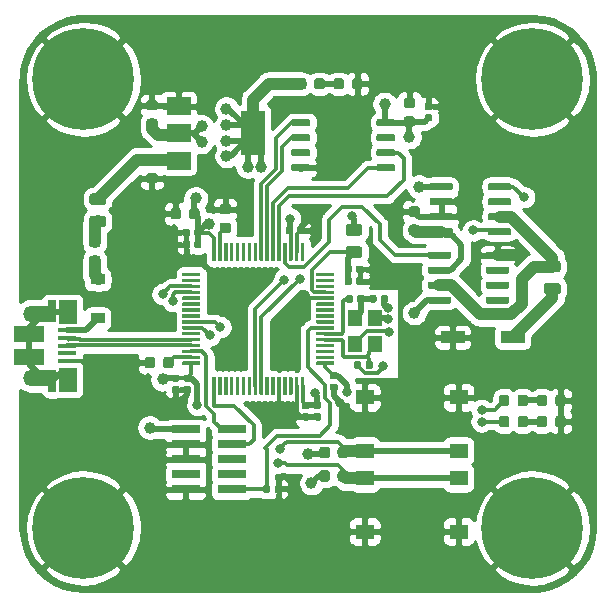
<source format=gbr>
G04 #@! TF.GenerationSoftware,KiCad,Pcbnew,5.1.5-52549c5~86~ubuntu18.04.1*
G04 #@! TF.CreationDate,2020-05-13T15:42:22-04:00*
G04 #@! TF.ProjectId,SoundBoard,536f756e-6442-46f6-9172-642e6b696361,rev?*
G04 #@! TF.SameCoordinates,Original*
G04 #@! TF.FileFunction,Copper,L1,Top*
G04 #@! TF.FilePolarity,Positive*
%FSLAX46Y46*%
G04 Gerber Fmt 4.6, Leading zero omitted, Abs format (unit mm)*
G04 Created by KiCad (PCBNEW 5.1.5-52549c5~86~ubuntu18.04.1) date 2020-05-13 15:42:22*
%MOMM*%
%LPD*%
G04 APERTURE LIST*
%ADD10R,1.200000X0.900000*%
%ADD11C,0.100000*%
%ADD12R,2.000000X1.000000*%
%ADD13C,8.600000*%
%ADD14R,2.000000X1.350000*%
%ADD15R,0.700000X1.825000*%
%ADD16R,1.500000X2.000000*%
%ADD17R,1.650000X0.400000*%
%ADD18O,1.500000X1.100000*%
%ADD19O,1.700000X1.350000*%
%ADD20R,2.500000X1.430000*%
%ADD21R,2.400000X0.740000*%
%ADD22R,1.550000X1.300000*%
%ADD23R,2.000000X3.800000*%
%ADD24R,2.000000X1.500000*%
%ADD25R,1.200000X1.400000*%
%ADD26C,0.800000*%
%ADD27C,1.000000*%
%ADD28C,0.300000*%
%ADD29C,0.500000*%
%ADD30C,1.000000*%
%ADD31C,0.250000*%
%ADD32C,0.254000*%
G04 APERTURE END LIST*
D10*
X67000000Y-117650000D03*
X67000000Y-114350000D03*
G04 #@! TA.AperFunction,SMDPad,CuDef*
D11*
G36*
X96764703Y-115805722D02*
G01*
X96779264Y-115807882D01*
X96793543Y-115811459D01*
X96807403Y-115816418D01*
X96820710Y-115822712D01*
X96833336Y-115830280D01*
X96845159Y-115839048D01*
X96856066Y-115848934D01*
X96865952Y-115859841D01*
X96874720Y-115871664D01*
X96882288Y-115884290D01*
X96888582Y-115897597D01*
X96893541Y-115911457D01*
X96897118Y-115925736D01*
X96899278Y-115940297D01*
X96900000Y-115955000D01*
X96900000Y-116255000D01*
X96899278Y-116269703D01*
X96897118Y-116284264D01*
X96893541Y-116298543D01*
X96888582Y-116312403D01*
X96882288Y-116325710D01*
X96874720Y-116338336D01*
X96865952Y-116350159D01*
X96856066Y-116361066D01*
X96845159Y-116370952D01*
X96833336Y-116379720D01*
X96820710Y-116387288D01*
X96807403Y-116393582D01*
X96793543Y-116398541D01*
X96779264Y-116402118D01*
X96764703Y-116404278D01*
X96750000Y-116405000D01*
X95100000Y-116405000D01*
X95085297Y-116404278D01*
X95070736Y-116402118D01*
X95056457Y-116398541D01*
X95042597Y-116393582D01*
X95029290Y-116387288D01*
X95016664Y-116379720D01*
X95004841Y-116370952D01*
X94993934Y-116361066D01*
X94984048Y-116350159D01*
X94975280Y-116338336D01*
X94967712Y-116325710D01*
X94961418Y-116312403D01*
X94956459Y-116298543D01*
X94952882Y-116284264D01*
X94950722Y-116269703D01*
X94950000Y-116255000D01*
X94950000Y-115955000D01*
X94950722Y-115940297D01*
X94952882Y-115925736D01*
X94956459Y-115911457D01*
X94961418Y-115897597D01*
X94967712Y-115884290D01*
X94975280Y-115871664D01*
X94984048Y-115859841D01*
X94993934Y-115848934D01*
X95004841Y-115839048D01*
X95016664Y-115830280D01*
X95029290Y-115822712D01*
X95042597Y-115816418D01*
X95056457Y-115811459D01*
X95070736Y-115807882D01*
X95085297Y-115805722D01*
X95100000Y-115805000D01*
X96750000Y-115805000D01*
X96764703Y-115805722D01*
G37*
G04 #@! TD.AperFunction*
G04 #@! TA.AperFunction,SMDPad,CuDef*
G36*
X96764703Y-114535722D02*
G01*
X96779264Y-114537882D01*
X96793543Y-114541459D01*
X96807403Y-114546418D01*
X96820710Y-114552712D01*
X96833336Y-114560280D01*
X96845159Y-114569048D01*
X96856066Y-114578934D01*
X96865952Y-114589841D01*
X96874720Y-114601664D01*
X96882288Y-114614290D01*
X96888582Y-114627597D01*
X96893541Y-114641457D01*
X96897118Y-114655736D01*
X96899278Y-114670297D01*
X96900000Y-114685000D01*
X96900000Y-114985000D01*
X96899278Y-114999703D01*
X96897118Y-115014264D01*
X96893541Y-115028543D01*
X96888582Y-115042403D01*
X96882288Y-115055710D01*
X96874720Y-115068336D01*
X96865952Y-115080159D01*
X96856066Y-115091066D01*
X96845159Y-115100952D01*
X96833336Y-115109720D01*
X96820710Y-115117288D01*
X96807403Y-115123582D01*
X96793543Y-115128541D01*
X96779264Y-115132118D01*
X96764703Y-115134278D01*
X96750000Y-115135000D01*
X95100000Y-115135000D01*
X95085297Y-115134278D01*
X95070736Y-115132118D01*
X95056457Y-115128541D01*
X95042597Y-115123582D01*
X95029290Y-115117288D01*
X95016664Y-115109720D01*
X95004841Y-115100952D01*
X94993934Y-115091066D01*
X94984048Y-115080159D01*
X94975280Y-115068336D01*
X94967712Y-115055710D01*
X94961418Y-115042403D01*
X94956459Y-115028543D01*
X94952882Y-115014264D01*
X94950722Y-114999703D01*
X94950000Y-114985000D01*
X94950000Y-114685000D01*
X94950722Y-114670297D01*
X94952882Y-114655736D01*
X94956459Y-114641457D01*
X94961418Y-114627597D01*
X94967712Y-114614290D01*
X94975280Y-114601664D01*
X94984048Y-114589841D01*
X94993934Y-114578934D01*
X95004841Y-114569048D01*
X95016664Y-114560280D01*
X95029290Y-114552712D01*
X95042597Y-114546418D01*
X95056457Y-114541459D01*
X95070736Y-114537882D01*
X95085297Y-114535722D01*
X95100000Y-114535000D01*
X96750000Y-114535000D01*
X96764703Y-114535722D01*
G37*
G04 #@! TD.AperFunction*
G04 #@! TA.AperFunction,SMDPad,CuDef*
G36*
X96764703Y-113265722D02*
G01*
X96779264Y-113267882D01*
X96793543Y-113271459D01*
X96807403Y-113276418D01*
X96820710Y-113282712D01*
X96833336Y-113290280D01*
X96845159Y-113299048D01*
X96856066Y-113308934D01*
X96865952Y-113319841D01*
X96874720Y-113331664D01*
X96882288Y-113344290D01*
X96888582Y-113357597D01*
X96893541Y-113371457D01*
X96897118Y-113385736D01*
X96899278Y-113400297D01*
X96900000Y-113415000D01*
X96900000Y-113715000D01*
X96899278Y-113729703D01*
X96897118Y-113744264D01*
X96893541Y-113758543D01*
X96888582Y-113772403D01*
X96882288Y-113785710D01*
X96874720Y-113798336D01*
X96865952Y-113810159D01*
X96856066Y-113821066D01*
X96845159Y-113830952D01*
X96833336Y-113839720D01*
X96820710Y-113847288D01*
X96807403Y-113853582D01*
X96793543Y-113858541D01*
X96779264Y-113862118D01*
X96764703Y-113864278D01*
X96750000Y-113865000D01*
X95100000Y-113865000D01*
X95085297Y-113864278D01*
X95070736Y-113862118D01*
X95056457Y-113858541D01*
X95042597Y-113853582D01*
X95029290Y-113847288D01*
X95016664Y-113839720D01*
X95004841Y-113830952D01*
X94993934Y-113821066D01*
X94984048Y-113810159D01*
X94975280Y-113798336D01*
X94967712Y-113785710D01*
X94961418Y-113772403D01*
X94956459Y-113758543D01*
X94952882Y-113744264D01*
X94950722Y-113729703D01*
X94950000Y-113715000D01*
X94950000Y-113415000D01*
X94950722Y-113400297D01*
X94952882Y-113385736D01*
X94956459Y-113371457D01*
X94961418Y-113357597D01*
X94967712Y-113344290D01*
X94975280Y-113331664D01*
X94984048Y-113319841D01*
X94993934Y-113308934D01*
X95004841Y-113299048D01*
X95016664Y-113290280D01*
X95029290Y-113282712D01*
X95042597Y-113276418D01*
X95056457Y-113271459D01*
X95070736Y-113267882D01*
X95085297Y-113265722D01*
X95100000Y-113265000D01*
X96750000Y-113265000D01*
X96764703Y-113265722D01*
G37*
G04 #@! TD.AperFunction*
G04 #@! TA.AperFunction,SMDPad,CuDef*
G36*
X96764703Y-111995722D02*
G01*
X96779264Y-111997882D01*
X96793543Y-112001459D01*
X96807403Y-112006418D01*
X96820710Y-112012712D01*
X96833336Y-112020280D01*
X96845159Y-112029048D01*
X96856066Y-112038934D01*
X96865952Y-112049841D01*
X96874720Y-112061664D01*
X96882288Y-112074290D01*
X96888582Y-112087597D01*
X96893541Y-112101457D01*
X96897118Y-112115736D01*
X96899278Y-112130297D01*
X96900000Y-112145000D01*
X96900000Y-112445000D01*
X96899278Y-112459703D01*
X96897118Y-112474264D01*
X96893541Y-112488543D01*
X96888582Y-112502403D01*
X96882288Y-112515710D01*
X96874720Y-112528336D01*
X96865952Y-112540159D01*
X96856066Y-112551066D01*
X96845159Y-112560952D01*
X96833336Y-112569720D01*
X96820710Y-112577288D01*
X96807403Y-112583582D01*
X96793543Y-112588541D01*
X96779264Y-112592118D01*
X96764703Y-112594278D01*
X96750000Y-112595000D01*
X95100000Y-112595000D01*
X95085297Y-112594278D01*
X95070736Y-112592118D01*
X95056457Y-112588541D01*
X95042597Y-112583582D01*
X95029290Y-112577288D01*
X95016664Y-112569720D01*
X95004841Y-112560952D01*
X94993934Y-112551066D01*
X94984048Y-112540159D01*
X94975280Y-112528336D01*
X94967712Y-112515710D01*
X94961418Y-112502403D01*
X94956459Y-112488543D01*
X94952882Y-112474264D01*
X94950722Y-112459703D01*
X94950000Y-112445000D01*
X94950000Y-112145000D01*
X94950722Y-112130297D01*
X94952882Y-112115736D01*
X94956459Y-112101457D01*
X94961418Y-112087597D01*
X94967712Y-112074290D01*
X94975280Y-112061664D01*
X94984048Y-112049841D01*
X94993934Y-112038934D01*
X95004841Y-112029048D01*
X95016664Y-112020280D01*
X95029290Y-112012712D01*
X95042597Y-112006418D01*
X95056457Y-112001459D01*
X95070736Y-111997882D01*
X95085297Y-111995722D01*
X95100000Y-111995000D01*
X96750000Y-111995000D01*
X96764703Y-111995722D01*
G37*
G04 #@! TD.AperFunction*
G04 #@! TA.AperFunction,SMDPad,CuDef*
G36*
X101714703Y-111995722D02*
G01*
X101729264Y-111997882D01*
X101743543Y-112001459D01*
X101757403Y-112006418D01*
X101770710Y-112012712D01*
X101783336Y-112020280D01*
X101795159Y-112029048D01*
X101806066Y-112038934D01*
X101815952Y-112049841D01*
X101824720Y-112061664D01*
X101832288Y-112074290D01*
X101838582Y-112087597D01*
X101843541Y-112101457D01*
X101847118Y-112115736D01*
X101849278Y-112130297D01*
X101850000Y-112145000D01*
X101850000Y-112445000D01*
X101849278Y-112459703D01*
X101847118Y-112474264D01*
X101843541Y-112488543D01*
X101838582Y-112502403D01*
X101832288Y-112515710D01*
X101824720Y-112528336D01*
X101815952Y-112540159D01*
X101806066Y-112551066D01*
X101795159Y-112560952D01*
X101783336Y-112569720D01*
X101770710Y-112577288D01*
X101757403Y-112583582D01*
X101743543Y-112588541D01*
X101729264Y-112592118D01*
X101714703Y-112594278D01*
X101700000Y-112595000D01*
X100050000Y-112595000D01*
X100035297Y-112594278D01*
X100020736Y-112592118D01*
X100006457Y-112588541D01*
X99992597Y-112583582D01*
X99979290Y-112577288D01*
X99966664Y-112569720D01*
X99954841Y-112560952D01*
X99943934Y-112551066D01*
X99934048Y-112540159D01*
X99925280Y-112528336D01*
X99917712Y-112515710D01*
X99911418Y-112502403D01*
X99906459Y-112488543D01*
X99902882Y-112474264D01*
X99900722Y-112459703D01*
X99900000Y-112445000D01*
X99900000Y-112145000D01*
X99900722Y-112130297D01*
X99902882Y-112115736D01*
X99906459Y-112101457D01*
X99911418Y-112087597D01*
X99917712Y-112074290D01*
X99925280Y-112061664D01*
X99934048Y-112049841D01*
X99943934Y-112038934D01*
X99954841Y-112029048D01*
X99966664Y-112020280D01*
X99979290Y-112012712D01*
X99992597Y-112006418D01*
X100006457Y-112001459D01*
X100020736Y-111997882D01*
X100035297Y-111995722D01*
X100050000Y-111995000D01*
X101700000Y-111995000D01*
X101714703Y-111995722D01*
G37*
G04 #@! TD.AperFunction*
G04 #@! TA.AperFunction,SMDPad,CuDef*
G36*
X101714703Y-113265722D02*
G01*
X101729264Y-113267882D01*
X101743543Y-113271459D01*
X101757403Y-113276418D01*
X101770710Y-113282712D01*
X101783336Y-113290280D01*
X101795159Y-113299048D01*
X101806066Y-113308934D01*
X101815952Y-113319841D01*
X101824720Y-113331664D01*
X101832288Y-113344290D01*
X101838582Y-113357597D01*
X101843541Y-113371457D01*
X101847118Y-113385736D01*
X101849278Y-113400297D01*
X101850000Y-113415000D01*
X101850000Y-113715000D01*
X101849278Y-113729703D01*
X101847118Y-113744264D01*
X101843541Y-113758543D01*
X101838582Y-113772403D01*
X101832288Y-113785710D01*
X101824720Y-113798336D01*
X101815952Y-113810159D01*
X101806066Y-113821066D01*
X101795159Y-113830952D01*
X101783336Y-113839720D01*
X101770710Y-113847288D01*
X101757403Y-113853582D01*
X101743543Y-113858541D01*
X101729264Y-113862118D01*
X101714703Y-113864278D01*
X101700000Y-113865000D01*
X100050000Y-113865000D01*
X100035297Y-113864278D01*
X100020736Y-113862118D01*
X100006457Y-113858541D01*
X99992597Y-113853582D01*
X99979290Y-113847288D01*
X99966664Y-113839720D01*
X99954841Y-113830952D01*
X99943934Y-113821066D01*
X99934048Y-113810159D01*
X99925280Y-113798336D01*
X99917712Y-113785710D01*
X99911418Y-113772403D01*
X99906459Y-113758543D01*
X99902882Y-113744264D01*
X99900722Y-113729703D01*
X99900000Y-113715000D01*
X99900000Y-113415000D01*
X99900722Y-113400297D01*
X99902882Y-113385736D01*
X99906459Y-113371457D01*
X99911418Y-113357597D01*
X99917712Y-113344290D01*
X99925280Y-113331664D01*
X99934048Y-113319841D01*
X99943934Y-113308934D01*
X99954841Y-113299048D01*
X99966664Y-113290280D01*
X99979290Y-113282712D01*
X99992597Y-113276418D01*
X100006457Y-113271459D01*
X100020736Y-113267882D01*
X100035297Y-113265722D01*
X100050000Y-113265000D01*
X101700000Y-113265000D01*
X101714703Y-113265722D01*
G37*
G04 #@! TD.AperFunction*
G04 #@! TA.AperFunction,SMDPad,CuDef*
G36*
X101714703Y-114535722D02*
G01*
X101729264Y-114537882D01*
X101743543Y-114541459D01*
X101757403Y-114546418D01*
X101770710Y-114552712D01*
X101783336Y-114560280D01*
X101795159Y-114569048D01*
X101806066Y-114578934D01*
X101815952Y-114589841D01*
X101824720Y-114601664D01*
X101832288Y-114614290D01*
X101838582Y-114627597D01*
X101843541Y-114641457D01*
X101847118Y-114655736D01*
X101849278Y-114670297D01*
X101850000Y-114685000D01*
X101850000Y-114985000D01*
X101849278Y-114999703D01*
X101847118Y-115014264D01*
X101843541Y-115028543D01*
X101838582Y-115042403D01*
X101832288Y-115055710D01*
X101824720Y-115068336D01*
X101815952Y-115080159D01*
X101806066Y-115091066D01*
X101795159Y-115100952D01*
X101783336Y-115109720D01*
X101770710Y-115117288D01*
X101757403Y-115123582D01*
X101743543Y-115128541D01*
X101729264Y-115132118D01*
X101714703Y-115134278D01*
X101700000Y-115135000D01*
X100050000Y-115135000D01*
X100035297Y-115134278D01*
X100020736Y-115132118D01*
X100006457Y-115128541D01*
X99992597Y-115123582D01*
X99979290Y-115117288D01*
X99966664Y-115109720D01*
X99954841Y-115100952D01*
X99943934Y-115091066D01*
X99934048Y-115080159D01*
X99925280Y-115068336D01*
X99917712Y-115055710D01*
X99911418Y-115042403D01*
X99906459Y-115028543D01*
X99902882Y-115014264D01*
X99900722Y-114999703D01*
X99900000Y-114985000D01*
X99900000Y-114685000D01*
X99900722Y-114670297D01*
X99902882Y-114655736D01*
X99906459Y-114641457D01*
X99911418Y-114627597D01*
X99917712Y-114614290D01*
X99925280Y-114601664D01*
X99934048Y-114589841D01*
X99943934Y-114578934D01*
X99954841Y-114569048D01*
X99966664Y-114560280D01*
X99979290Y-114552712D01*
X99992597Y-114546418D01*
X100006457Y-114541459D01*
X100020736Y-114537882D01*
X100035297Y-114535722D01*
X100050000Y-114535000D01*
X101700000Y-114535000D01*
X101714703Y-114535722D01*
G37*
G04 #@! TD.AperFunction*
G04 #@! TA.AperFunction,SMDPad,CuDef*
G36*
X101714703Y-115805722D02*
G01*
X101729264Y-115807882D01*
X101743543Y-115811459D01*
X101757403Y-115816418D01*
X101770710Y-115822712D01*
X101783336Y-115830280D01*
X101795159Y-115839048D01*
X101806066Y-115848934D01*
X101815952Y-115859841D01*
X101824720Y-115871664D01*
X101832288Y-115884290D01*
X101838582Y-115897597D01*
X101843541Y-115911457D01*
X101847118Y-115925736D01*
X101849278Y-115940297D01*
X101850000Y-115955000D01*
X101850000Y-116255000D01*
X101849278Y-116269703D01*
X101847118Y-116284264D01*
X101843541Y-116298543D01*
X101838582Y-116312403D01*
X101832288Y-116325710D01*
X101824720Y-116338336D01*
X101815952Y-116350159D01*
X101806066Y-116361066D01*
X101795159Y-116370952D01*
X101783336Y-116379720D01*
X101770710Y-116387288D01*
X101757403Y-116393582D01*
X101743543Y-116398541D01*
X101729264Y-116402118D01*
X101714703Y-116404278D01*
X101700000Y-116405000D01*
X100050000Y-116405000D01*
X100035297Y-116404278D01*
X100020736Y-116402118D01*
X100006457Y-116398541D01*
X99992597Y-116393582D01*
X99979290Y-116387288D01*
X99966664Y-116379720D01*
X99954841Y-116370952D01*
X99943934Y-116361066D01*
X99934048Y-116350159D01*
X99925280Y-116338336D01*
X99917712Y-116325710D01*
X99911418Y-116312403D01*
X99906459Y-116298543D01*
X99902882Y-116284264D01*
X99900722Y-116269703D01*
X99900000Y-116255000D01*
X99900000Y-115955000D01*
X99900722Y-115940297D01*
X99902882Y-115925736D01*
X99906459Y-115911457D01*
X99911418Y-115897597D01*
X99917712Y-115884290D01*
X99925280Y-115871664D01*
X99934048Y-115859841D01*
X99943934Y-115848934D01*
X99954841Y-115839048D01*
X99966664Y-115830280D01*
X99979290Y-115822712D01*
X99992597Y-115816418D01*
X100006457Y-115811459D01*
X100020736Y-115807882D01*
X100035297Y-115805722D01*
X100050000Y-115805000D01*
X101700000Y-115805000D01*
X101714703Y-115805722D01*
G37*
G04 #@! TD.AperFunction*
G04 #@! TA.AperFunction,SMDPad,CuDef*
G36*
X105980142Y-112776174D02*
G01*
X106003803Y-112779684D01*
X106027007Y-112785496D01*
X106049529Y-112793554D01*
X106071153Y-112803782D01*
X106091670Y-112816079D01*
X106110883Y-112830329D01*
X106128607Y-112846393D01*
X106144671Y-112864117D01*
X106158921Y-112883330D01*
X106171218Y-112903847D01*
X106181446Y-112925471D01*
X106189504Y-112947993D01*
X106195316Y-112971197D01*
X106198826Y-112994858D01*
X106200000Y-113018750D01*
X106200000Y-113506250D01*
X106198826Y-113530142D01*
X106195316Y-113553803D01*
X106189504Y-113577007D01*
X106181446Y-113599529D01*
X106171218Y-113621153D01*
X106158921Y-113641670D01*
X106144671Y-113660883D01*
X106128607Y-113678607D01*
X106110883Y-113694671D01*
X106091670Y-113708921D01*
X106071153Y-113721218D01*
X106049529Y-113731446D01*
X106027007Y-113739504D01*
X106003803Y-113745316D01*
X105980142Y-113748826D01*
X105956250Y-113750000D01*
X105043750Y-113750000D01*
X105019858Y-113748826D01*
X104996197Y-113745316D01*
X104972993Y-113739504D01*
X104950471Y-113731446D01*
X104928847Y-113721218D01*
X104908330Y-113708921D01*
X104889117Y-113694671D01*
X104871393Y-113678607D01*
X104855329Y-113660883D01*
X104841079Y-113641670D01*
X104828782Y-113621153D01*
X104818554Y-113599529D01*
X104810496Y-113577007D01*
X104804684Y-113553803D01*
X104801174Y-113530142D01*
X104800000Y-113506250D01*
X104800000Y-113018750D01*
X104801174Y-112994858D01*
X104804684Y-112971197D01*
X104810496Y-112947993D01*
X104818554Y-112925471D01*
X104828782Y-112903847D01*
X104841079Y-112883330D01*
X104855329Y-112864117D01*
X104871393Y-112846393D01*
X104889117Y-112830329D01*
X104908330Y-112816079D01*
X104928847Y-112803782D01*
X104950471Y-112793554D01*
X104972993Y-112785496D01*
X104996197Y-112779684D01*
X105019858Y-112776174D01*
X105043750Y-112775000D01*
X105956250Y-112775000D01*
X105980142Y-112776174D01*
G37*
G04 #@! TD.AperFunction*
G04 #@! TA.AperFunction,SMDPad,CuDef*
G36*
X105980142Y-114651174D02*
G01*
X106003803Y-114654684D01*
X106027007Y-114660496D01*
X106049529Y-114668554D01*
X106071153Y-114678782D01*
X106091670Y-114691079D01*
X106110883Y-114705329D01*
X106128607Y-114721393D01*
X106144671Y-114739117D01*
X106158921Y-114758330D01*
X106171218Y-114778847D01*
X106181446Y-114800471D01*
X106189504Y-114822993D01*
X106195316Y-114846197D01*
X106198826Y-114869858D01*
X106200000Y-114893750D01*
X106200000Y-115381250D01*
X106198826Y-115405142D01*
X106195316Y-115428803D01*
X106189504Y-115452007D01*
X106181446Y-115474529D01*
X106171218Y-115496153D01*
X106158921Y-115516670D01*
X106144671Y-115535883D01*
X106128607Y-115553607D01*
X106110883Y-115569671D01*
X106091670Y-115583921D01*
X106071153Y-115596218D01*
X106049529Y-115606446D01*
X106027007Y-115614504D01*
X106003803Y-115620316D01*
X105980142Y-115623826D01*
X105956250Y-115625000D01*
X105043750Y-115625000D01*
X105019858Y-115623826D01*
X104996197Y-115620316D01*
X104972993Y-115614504D01*
X104950471Y-115606446D01*
X104928847Y-115596218D01*
X104908330Y-115583921D01*
X104889117Y-115569671D01*
X104871393Y-115553607D01*
X104855329Y-115535883D01*
X104841079Y-115516670D01*
X104828782Y-115496153D01*
X104818554Y-115474529D01*
X104810496Y-115452007D01*
X104804684Y-115428803D01*
X104801174Y-115405142D01*
X104800000Y-115381250D01*
X104800000Y-114893750D01*
X104801174Y-114869858D01*
X104804684Y-114846197D01*
X104810496Y-114822993D01*
X104818554Y-114800471D01*
X104828782Y-114778847D01*
X104841079Y-114758330D01*
X104855329Y-114739117D01*
X104871393Y-114721393D01*
X104889117Y-114705329D01*
X104908330Y-114691079D01*
X104928847Y-114678782D01*
X104950471Y-114668554D01*
X104972993Y-114660496D01*
X104996197Y-114654684D01*
X105019858Y-114651174D01*
X105043750Y-114650000D01*
X105956250Y-114650000D01*
X105980142Y-114651174D01*
G37*
G04 #@! TD.AperFunction*
G04 #@! TA.AperFunction,SMDPad,CuDef*
G36*
X82446958Y-131780710D02*
G01*
X82461276Y-131782834D01*
X82475317Y-131786351D01*
X82488946Y-131791228D01*
X82502031Y-131797417D01*
X82514447Y-131804858D01*
X82526073Y-131813481D01*
X82536798Y-131823202D01*
X82546519Y-131833927D01*
X82555142Y-131845553D01*
X82562583Y-131857969D01*
X82568772Y-131871054D01*
X82573649Y-131884683D01*
X82577166Y-131898724D01*
X82579290Y-131913042D01*
X82580000Y-131927500D01*
X82580000Y-132272500D01*
X82579290Y-132286958D01*
X82577166Y-132301276D01*
X82573649Y-132315317D01*
X82568772Y-132328946D01*
X82562583Y-132342031D01*
X82555142Y-132354447D01*
X82546519Y-132366073D01*
X82536798Y-132376798D01*
X82526073Y-132386519D01*
X82514447Y-132395142D01*
X82502031Y-132402583D01*
X82488946Y-132408772D01*
X82475317Y-132413649D01*
X82461276Y-132417166D01*
X82446958Y-132419290D01*
X82432500Y-132420000D01*
X82137500Y-132420000D01*
X82123042Y-132419290D01*
X82108724Y-132417166D01*
X82094683Y-132413649D01*
X82081054Y-132408772D01*
X82067969Y-132402583D01*
X82055553Y-132395142D01*
X82043927Y-132386519D01*
X82033202Y-132376798D01*
X82023481Y-132366073D01*
X82014858Y-132354447D01*
X82007417Y-132342031D01*
X82001228Y-132328946D01*
X81996351Y-132315317D01*
X81992834Y-132301276D01*
X81990710Y-132286958D01*
X81990000Y-132272500D01*
X81990000Y-131927500D01*
X81990710Y-131913042D01*
X81992834Y-131898724D01*
X81996351Y-131884683D01*
X82001228Y-131871054D01*
X82007417Y-131857969D01*
X82014858Y-131845553D01*
X82023481Y-131833927D01*
X82033202Y-131823202D01*
X82043927Y-131813481D01*
X82055553Y-131804858D01*
X82067969Y-131797417D01*
X82081054Y-131791228D01*
X82094683Y-131786351D01*
X82108724Y-131782834D01*
X82123042Y-131780710D01*
X82137500Y-131780000D01*
X82432500Y-131780000D01*
X82446958Y-131780710D01*
G37*
G04 #@! TD.AperFunction*
G04 #@! TA.AperFunction,SMDPad,CuDef*
G36*
X81476958Y-131780710D02*
G01*
X81491276Y-131782834D01*
X81505317Y-131786351D01*
X81518946Y-131791228D01*
X81532031Y-131797417D01*
X81544447Y-131804858D01*
X81556073Y-131813481D01*
X81566798Y-131823202D01*
X81576519Y-131833927D01*
X81585142Y-131845553D01*
X81592583Y-131857969D01*
X81598772Y-131871054D01*
X81603649Y-131884683D01*
X81607166Y-131898724D01*
X81609290Y-131913042D01*
X81610000Y-131927500D01*
X81610000Y-132272500D01*
X81609290Y-132286958D01*
X81607166Y-132301276D01*
X81603649Y-132315317D01*
X81598772Y-132328946D01*
X81592583Y-132342031D01*
X81585142Y-132354447D01*
X81576519Y-132366073D01*
X81566798Y-132376798D01*
X81556073Y-132386519D01*
X81544447Y-132395142D01*
X81532031Y-132402583D01*
X81518946Y-132408772D01*
X81505317Y-132413649D01*
X81491276Y-132417166D01*
X81476958Y-132419290D01*
X81462500Y-132420000D01*
X81167500Y-132420000D01*
X81153042Y-132419290D01*
X81138724Y-132417166D01*
X81124683Y-132413649D01*
X81111054Y-132408772D01*
X81097969Y-132402583D01*
X81085553Y-132395142D01*
X81073927Y-132386519D01*
X81063202Y-132376798D01*
X81053481Y-132366073D01*
X81044858Y-132354447D01*
X81037417Y-132342031D01*
X81031228Y-132328946D01*
X81026351Y-132315317D01*
X81022834Y-132301276D01*
X81020710Y-132286958D01*
X81020000Y-132272500D01*
X81020000Y-131927500D01*
X81020710Y-131913042D01*
X81022834Y-131898724D01*
X81026351Y-131884683D01*
X81031228Y-131871054D01*
X81037417Y-131857969D01*
X81044858Y-131845553D01*
X81053481Y-131833927D01*
X81063202Y-131823202D01*
X81073927Y-131813481D01*
X81085553Y-131804858D01*
X81097969Y-131797417D01*
X81111054Y-131791228D01*
X81124683Y-131786351D01*
X81138724Y-131782834D01*
X81153042Y-131780710D01*
X81167500Y-131780000D01*
X81462500Y-131780000D01*
X81476958Y-131780710D01*
G37*
G04 #@! TD.AperFunction*
G04 #@! TA.AperFunction,SMDPad,CuDef*
G36*
X89180142Y-111551174D02*
G01*
X89203803Y-111554684D01*
X89227007Y-111560496D01*
X89249529Y-111568554D01*
X89271153Y-111578782D01*
X89291670Y-111591079D01*
X89310883Y-111605329D01*
X89328607Y-111621393D01*
X89344671Y-111639117D01*
X89358921Y-111658330D01*
X89371218Y-111678847D01*
X89381446Y-111700471D01*
X89389504Y-111722993D01*
X89395316Y-111746197D01*
X89398826Y-111769858D01*
X89400000Y-111793750D01*
X89400000Y-112281250D01*
X89398826Y-112305142D01*
X89395316Y-112328803D01*
X89389504Y-112352007D01*
X89381446Y-112374529D01*
X89371218Y-112396153D01*
X89358921Y-112416670D01*
X89344671Y-112435883D01*
X89328607Y-112453607D01*
X89310883Y-112469671D01*
X89291670Y-112483921D01*
X89271153Y-112496218D01*
X89249529Y-112506446D01*
X89227007Y-112514504D01*
X89203803Y-112520316D01*
X89180142Y-112523826D01*
X89156250Y-112525000D01*
X88243750Y-112525000D01*
X88219858Y-112523826D01*
X88196197Y-112520316D01*
X88172993Y-112514504D01*
X88150471Y-112506446D01*
X88128847Y-112496218D01*
X88108330Y-112483921D01*
X88089117Y-112469671D01*
X88071393Y-112453607D01*
X88055329Y-112435883D01*
X88041079Y-112416670D01*
X88028782Y-112396153D01*
X88018554Y-112374529D01*
X88010496Y-112352007D01*
X88004684Y-112328803D01*
X88001174Y-112305142D01*
X88000000Y-112281250D01*
X88000000Y-111793750D01*
X88001174Y-111769858D01*
X88004684Y-111746197D01*
X88010496Y-111722993D01*
X88018554Y-111700471D01*
X88028782Y-111678847D01*
X88041079Y-111658330D01*
X88055329Y-111639117D01*
X88071393Y-111621393D01*
X88089117Y-111605329D01*
X88108330Y-111591079D01*
X88128847Y-111578782D01*
X88150471Y-111568554D01*
X88172993Y-111560496D01*
X88196197Y-111554684D01*
X88219858Y-111551174D01*
X88243750Y-111550000D01*
X89156250Y-111550000D01*
X89180142Y-111551174D01*
G37*
G04 #@! TD.AperFunction*
G04 #@! TA.AperFunction,SMDPad,CuDef*
G36*
X89180142Y-109676174D02*
G01*
X89203803Y-109679684D01*
X89227007Y-109685496D01*
X89249529Y-109693554D01*
X89271153Y-109703782D01*
X89291670Y-109716079D01*
X89310883Y-109730329D01*
X89328607Y-109746393D01*
X89344671Y-109764117D01*
X89358921Y-109783330D01*
X89371218Y-109803847D01*
X89381446Y-109825471D01*
X89389504Y-109847993D01*
X89395316Y-109871197D01*
X89398826Y-109894858D01*
X89400000Y-109918750D01*
X89400000Y-110406250D01*
X89398826Y-110430142D01*
X89395316Y-110453803D01*
X89389504Y-110477007D01*
X89381446Y-110499529D01*
X89371218Y-110521153D01*
X89358921Y-110541670D01*
X89344671Y-110560883D01*
X89328607Y-110578607D01*
X89310883Y-110594671D01*
X89291670Y-110608921D01*
X89271153Y-110621218D01*
X89249529Y-110631446D01*
X89227007Y-110639504D01*
X89203803Y-110645316D01*
X89180142Y-110648826D01*
X89156250Y-110650000D01*
X88243750Y-110650000D01*
X88219858Y-110648826D01*
X88196197Y-110645316D01*
X88172993Y-110639504D01*
X88150471Y-110631446D01*
X88128847Y-110621218D01*
X88108330Y-110608921D01*
X88089117Y-110594671D01*
X88071393Y-110578607D01*
X88055329Y-110560883D01*
X88041079Y-110541670D01*
X88028782Y-110521153D01*
X88018554Y-110499529D01*
X88010496Y-110477007D01*
X88004684Y-110453803D01*
X88001174Y-110430142D01*
X88000000Y-110406250D01*
X88000000Y-109918750D01*
X88001174Y-109894858D01*
X88004684Y-109871197D01*
X88010496Y-109847993D01*
X88018554Y-109825471D01*
X88028782Y-109803847D01*
X88041079Y-109783330D01*
X88055329Y-109764117D01*
X88071393Y-109746393D01*
X88089117Y-109730329D01*
X88108330Y-109716079D01*
X88128847Y-109703782D01*
X88150471Y-109693554D01*
X88172993Y-109685496D01*
X88196197Y-109679684D01*
X88219858Y-109676174D01*
X88243750Y-109675000D01*
X89156250Y-109675000D01*
X89180142Y-109676174D01*
G37*
G04 #@! TD.AperFunction*
G04 #@! TA.AperFunction,SMDPad,CuDef*
G36*
X67480142Y-108951174D02*
G01*
X67503803Y-108954684D01*
X67527007Y-108960496D01*
X67549529Y-108968554D01*
X67571153Y-108978782D01*
X67591670Y-108991079D01*
X67610883Y-109005329D01*
X67628607Y-109021393D01*
X67644671Y-109039117D01*
X67658921Y-109058330D01*
X67671218Y-109078847D01*
X67681446Y-109100471D01*
X67689504Y-109122993D01*
X67695316Y-109146197D01*
X67698826Y-109169858D01*
X67700000Y-109193750D01*
X67700000Y-109681250D01*
X67698826Y-109705142D01*
X67695316Y-109728803D01*
X67689504Y-109752007D01*
X67681446Y-109774529D01*
X67671218Y-109796153D01*
X67658921Y-109816670D01*
X67644671Y-109835883D01*
X67628607Y-109853607D01*
X67610883Y-109869671D01*
X67591670Y-109883921D01*
X67571153Y-109896218D01*
X67549529Y-109906446D01*
X67527007Y-109914504D01*
X67503803Y-109920316D01*
X67480142Y-109923826D01*
X67456250Y-109925000D01*
X66543750Y-109925000D01*
X66519858Y-109923826D01*
X66496197Y-109920316D01*
X66472993Y-109914504D01*
X66450471Y-109906446D01*
X66428847Y-109896218D01*
X66408330Y-109883921D01*
X66389117Y-109869671D01*
X66371393Y-109853607D01*
X66355329Y-109835883D01*
X66341079Y-109816670D01*
X66328782Y-109796153D01*
X66318554Y-109774529D01*
X66310496Y-109752007D01*
X66304684Y-109728803D01*
X66301174Y-109705142D01*
X66300000Y-109681250D01*
X66300000Y-109193750D01*
X66301174Y-109169858D01*
X66304684Y-109146197D01*
X66310496Y-109122993D01*
X66318554Y-109100471D01*
X66328782Y-109078847D01*
X66341079Y-109058330D01*
X66355329Y-109039117D01*
X66371393Y-109021393D01*
X66389117Y-109005329D01*
X66408330Y-108991079D01*
X66428847Y-108978782D01*
X66450471Y-108968554D01*
X66472993Y-108960496D01*
X66496197Y-108954684D01*
X66519858Y-108951174D01*
X66543750Y-108950000D01*
X67456250Y-108950000D01*
X67480142Y-108951174D01*
G37*
G04 #@! TD.AperFunction*
G04 #@! TA.AperFunction,SMDPad,CuDef*
G36*
X67480142Y-107076174D02*
G01*
X67503803Y-107079684D01*
X67527007Y-107085496D01*
X67549529Y-107093554D01*
X67571153Y-107103782D01*
X67591670Y-107116079D01*
X67610883Y-107130329D01*
X67628607Y-107146393D01*
X67644671Y-107164117D01*
X67658921Y-107183330D01*
X67671218Y-107203847D01*
X67681446Y-107225471D01*
X67689504Y-107247993D01*
X67695316Y-107271197D01*
X67698826Y-107294858D01*
X67700000Y-107318750D01*
X67700000Y-107806250D01*
X67698826Y-107830142D01*
X67695316Y-107853803D01*
X67689504Y-107877007D01*
X67681446Y-107899529D01*
X67671218Y-107921153D01*
X67658921Y-107941670D01*
X67644671Y-107960883D01*
X67628607Y-107978607D01*
X67610883Y-107994671D01*
X67591670Y-108008921D01*
X67571153Y-108021218D01*
X67549529Y-108031446D01*
X67527007Y-108039504D01*
X67503803Y-108045316D01*
X67480142Y-108048826D01*
X67456250Y-108050000D01*
X66543750Y-108050000D01*
X66519858Y-108048826D01*
X66496197Y-108045316D01*
X66472993Y-108039504D01*
X66450471Y-108031446D01*
X66428847Y-108021218D01*
X66408330Y-108008921D01*
X66389117Y-107994671D01*
X66371393Y-107978607D01*
X66355329Y-107960883D01*
X66341079Y-107941670D01*
X66328782Y-107921153D01*
X66318554Y-107899529D01*
X66310496Y-107877007D01*
X66304684Y-107853803D01*
X66301174Y-107830142D01*
X66300000Y-107806250D01*
X66300000Y-107318750D01*
X66301174Y-107294858D01*
X66304684Y-107271197D01*
X66310496Y-107247993D01*
X66318554Y-107225471D01*
X66328782Y-107203847D01*
X66341079Y-107183330D01*
X66355329Y-107164117D01*
X66371393Y-107146393D01*
X66389117Y-107130329D01*
X66408330Y-107116079D01*
X66428847Y-107103782D01*
X66450471Y-107093554D01*
X66472993Y-107085496D01*
X66496197Y-107079684D01*
X66519858Y-107076174D01*
X66543750Y-107075000D01*
X67456250Y-107075000D01*
X67480142Y-107076174D01*
G37*
G04 #@! TD.AperFunction*
D12*
X102140000Y-119260000D03*
X97060000Y-119260000D03*
G04 #@! TA.AperFunction,SMDPad,CuDef*
D11*
G36*
X93677691Y-98976053D02*
G01*
X93698926Y-98979203D01*
X93719750Y-98984419D01*
X93739962Y-98991651D01*
X93759368Y-99000830D01*
X93777781Y-99011866D01*
X93795024Y-99024654D01*
X93810930Y-99039070D01*
X93825346Y-99054976D01*
X93838134Y-99072219D01*
X93849170Y-99090632D01*
X93858349Y-99110038D01*
X93865581Y-99130250D01*
X93870797Y-99151074D01*
X93873947Y-99172309D01*
X93875000Y-99193750D01*
X93875000Y-99631250D01*
X93873947Y-99652691D01*
X93870797Y-99673926D01*
X93865581Y-99694750D01*
X93858349Y-99714962D01*
X93849170Y-99734368D01*
X93838134Y-99752781D01*
X93825346Y-99770024D01*
X93810930Y-99785930D01*
X93795024Y-99800346D01*
X93777781Y-99813134D01*
X93759368Y-99824170D01*
X93739962Y-99833349D01*
X93719750Y-99840581D01*
X93698926Y-99845797D01*
X93677691Y-99848947D01*
X93656250Y-99850000D01*
X93143750Y-99850000D01*
X93122309Y-99848947D01*
X93101074Y-99845797D01*
X93080250Y-99840581D01*
X93060038Y-99833349D01*
X93040632Y-99824170D01*
X93022219Y-99813134D01*
X93004976Y-99800346D01*
X92989070Y-99785930D01*
X92974654Y-99770024D01*
X92961866Y-99752781D01*
X92950830Y-99734368D01*
X92941651Y-99714962D01*
X92934419Y-99694750D01*
X92929203Y-99673926D01*
X92926053Y-99652691D01*
X92925000Y-99631250D01*
X92925000Y-99193750D01*
X92926053Y-99172309D01*
X92929203Y-99151074D01*
X92934419Y-99130250D01*
X92941651Y-99110038D01*
X92950830Y-99090632D01*
X92961866Y-99072219D01*
X92974654Y-99054976D01*
X92989070Y-99039070D01*
X93004976Y-99024654D01*
X93022219Y-99011866D01*
X93040632Y-99000830D01*
X93060038Y-98991651D01*
X93080250Y-98984419D01*
X93101074Y-98979203D01*
X93122309Y-98976053D01*
X93143750Y-98975000D01*
X93656250Y-98975000D01*
X93677691Y-98976053D01*
G37*
G04 #@! TD.AperFunction*
G04 #@! TA.AperFunction,SMDPad,CuDef*
G36*
X93677691Y-100551053D02*
G01*
X93698926Y-100554203D01*
X93719750Y-100559419D01*
X93739962Y-100566651D01*
X93759368Y-100575830D01*
X93777781Y-100586866D01*
X93795024Y-100599654D01*
X93810930Y-100614070D01*
X93825346Y-100629976D01*
X93838134Y-100647219D01*
X93849170Y-100665632D01*
X93858349Y-100685038D01*
X93865581Y-100705250D01*
X93870797Y-100726074D01*
X93873947Y-100747309D01*
X93875000Y-100768750D01*
X93875000Y-101206250D01*
X93873947Y-101227691D01*
X93870797Y-101248926D01*
X93865581Y-101269750D01*
X93858349Y-101289962D01*
X93849170Y-101309368D01*
X93838134Y-101327781D01*
X93825346Y-101345024D01*
X93810930Y-101360930D01*
X93795024Y-101375346D01*
X93777781Y-101388134D01*
X93759368Y-101399170D01*
X93739962Y-101408349D01*
X93719750Y-101415581D01*
X93698926Y-101420797D01*
X93677691Y-101423947D01*
X93656250Y-101425000D01*
X93143750Y-101425000D01*
X93122309Y-101423947D01*
X93101074Y-101420797D01*
X93080250Y-101415581D01*
X93060038Y-101408349D01*
X93040632Y-101399170D01*
X93022219Y-101388134D01*
X93004976Y-101375346D01*
X92989070Y-101360930D01*
X92974654Y-101345024D01*
X92961866Y-101327781D01*
X92950830Y-101309368D01*
X92941651Y-101289962D01*
X92934419Y-101269750D01*
X92929203Y-101248926D01*
X92926053Y-101227691D01*
X92925000Y-101206250D01*
X92925000Y-100768750D01*
X92926053Y-100747309D01*
X92929203Y-100726074D01*
X92934419Y-100705250D01*
X92941651Y-100685038D01*
X92950830Y-100665632D01*
X92961866Y-100647219D01*
X92974654Y-100629976D01*
X92989070Y-100614070D01*
X93004976Y-100599654D01*
X93022219Y-100586866D01*
X93040632Y-100575830D01*
X93060038Y-100566651D01*
X93080250Y-100559419D01*
X93101074Y-100554203D01*
X93122309Y-100551053D01*
X93143750Y-100550000D01*
X93656250Y-100550000D01*
X93677691Y-100551053D01*
G37*
G04 #@! TD.AperFunction*
G04 #@! TA.AperFunction,SMDPad,CuDef*
G36*
X71877691Y-103776053D02*
G01*
X71898926Y-103779203D01*
X71919750Y-103784419D01*
X71939962Y-103791651D01*
X71959368Y-103800830D01*
X71977781Y-103811866D01*
X71995024Y-103824654D01*
X72010930Y-103839070D01*
X72025346Y-103854976D01*
X72038134Y-103872219D01*
X72049170Y-103890632D01*
X72058349Y-103910038D01*
X72065581Y-103930250D01*
X72070797Y-103951074D01*
X72073947Y-103972309D01*
X72075000Y-103993750D01*
X72075000Y-104431250D01*
X72073947Y-104452691D01*
X72070797Y-104473926D01*
X72065581Y-104494750D01*
X72058349Y-104514962D01*
X72049170Y-104534368D01*
X72038134Y-104552781D01*
X72025346Y-104570024D01*
X72010930Y-104585930D01*
X71995024Y-104600346D01*
X71977781Y-104613134D01*
X71959368Y-104624170D01*
X71939962Y-104633349D01*
X71919750Y-104640581D01*
X71898926Y-104645797D01*
X71877691Y-104648947D01*
X71856250Y-104650000D01*
X71343750Y-104650000D01*
X71322309Y-104648947D01*
X71301074Y-104645797D01*
X71280250Y-104640581D01*
X71260038Y-104633349D01*
X71240632Y-104624170D01*
X71222219Y-104613134D01*
X71204976Y-104600346D01*
X71189070Y-104585930D01*
X71174654Y-104570024D01*
X71161866Y-104552781D01*
X71150830Y-104534368D01*
X71141651Y-104514962D01*
X71134419Y-104494750D01*
X71129203Y-104473926D01*
X71126053Y-104452691D01*
X71125000Y-104431250D01*
X71125000Y-103993750D01*
X71126053Y-103972309D01*
X71129203Y-103951074D01*
X71134419Y-103930250D01*
X71141651Y-103910038D01*
X71150830Y-103890632D01*
X71161866Y-103872219D01*
X71174654Y-103854976D01*
X71189070Y-103839070D01*
X71204976Y-103824654D01*
X71222219Y-103811866D01*
X71240632Y-103800830D01*
X71260038Y-103791651D01*
X71280250Y-103784419D01*
X71301074Y-103779203D01*
X71322309Y-103776053D01*
X71343750Y-103775000D01*
X71856250Y-103775000D01*
X71877691Y-103776053D01*
G37*
G04 #@! TD.AperFunction*
G04 #@! TA.AperFunction,SMDPad,CuDef*
G36*
X71877691Y-105351053D02*
G01*
X71898926Y-105354203D01*
X71919750Y-105359419D01*
X71939962Y-105366651D01*
X71959368Y-105375830D01*
X71977781Y-105386866D01*
X71995024Y-105399654D01*
X72010930Y-105414070D01*
X72025346Y-105429976D01*
X72038134Y-105447219D01*
X72049170Y-105465632D01*
X72058349Y-105485038D01*
X72065581Y-105505250D01*
X72070797Y-105526074D01*
X72073947Y-105547309D01*
X72075000Y-105568750D01*
X72075000Y-106006250D01*
X72073947Y-106027691D01*
X72070797Y-106048926D01*
X72065581Y-106069750D01*
X72058349Y-106089962D01*
X72049170Y-106109368D01*
X72038134Y-106127781D01*
X72025346Y-106145024D01*
X72010930Y-106160930D01*
X71995024Y-106175346D01*
X71977781Y-106188134D01*
X71959368Y-106199170D01*
X71939962Y-106208349D01*
X71919750Y-106215581D01*
X71898926Y-106220797D01*
X71877691Y-106223947D01*
X71856250Y-106225000D01*
X71343750Y-106225000D01*
X71322309Y-106223947D01*
X71301074Y-106220797D01*
X71280250Y-106215581D01*
X71260038Y-106208349D01*
X71240632Y-106199170D01*
X71222219Y-106188134D01*
X71204976Y-106175346D01*
X71189070Y-106160930D01*
X71174654Y-106145024D01*
X71161866Y-106127781D01*
X71150830Y-106109368D01*
X71141651Y-106089962D01*
X71134419Y-106069750D01*
X71129203Y-106048926D01*
X71126053Y-106027691D01*
X71125000Y-106006250D01*
X71125000Y-105568750D01*
X71126053Y-105547309D01*
X71129203Y-105526074D01*
X71134419Y-105505250D01*
X71141651Y-105485038D01*
X71150830Y-105465632D01*
X71161866Y-105447219D01*
X71174654Y-105429976D01*
X71189070Y-105414070D01*
X71204976Y-105399654D01*
X71222219Y-105386866D01*
X71240632Y-105375830D01*
X71260038Y-105366651D01*
X71280250Y-105359419D01*
X71301074Y-105354203D01*
X71322309Y-105351053D01*
X71343750Y-105350000D01*
X71856250Y-105350000D01*
X71877691Y-105351053D01*
G37*
G04 #@! TD.AperFunction*
G04 #@! TA.AperFunction,SMDPad,CuDef*
G36*
X71877691Y-99176053D02*
G01*
X71898926Y-99179203D01*
X71919750Y-99184419D01*
X71939962Y-99191651D01*
X71959368Y-99200830D01*
X71977781Y-99211866D01*
X71995024Y-99224654D01*
X72010930Y-99239070D01*
X72025346Y-99254976D01*
X72038134Y-99272219D01*
X72049170Y-99290632D01*
X72058349Y-99310038D01*
X72065581Y-99330250D01*
X72070797Y-99351074D01*
X72073947Y-99372309D01*
X72075000Y-99393750D01*
X72075000Y-99831250D01*
X72073947Y-99852691D01*
X72070797Y-99873926D01*
X72065581Y-99894750D01*
X72058349Y-99914962D01*
X72049170Y-99934368D01*
X72038134Y-99952781D01*
X72025346Y-99970024D01*
X72010930Y-99985930D01*
X71995024Y-100000346D01*
X71977781Y-100013134D01*
X71959368Y-100024170D01*
X71939962Y-100033349D01*
X71919750Y-100040581D01*
X71898926Y-100045797D01*
X71877691Y-100048947D01*
X71856250Y-100050000D01*
X71343750Y-100050000D01*
X71322309Y-100048947D01*
X71301074Y-100045797D01*
X71280250Y-100040581D01*
X71260038Y-100033349D01*
X71240632Y-100024170D01*
X71222219Y-100013134D01*
X71204976Y-100000346D01*
X71189070Y-99985930D01*
X71174654Y-99970024D01*
X71161866Y-99952781D01*
X71150830Y-99934368D01*
X71141651Y-99914962D01*
X71134419Y-99894750D01*
X71129203Y-99873926D01*
X71126053Y-99852691D01*
X71125000Y-99831250D01*
X71125000Y-99393750D01*
X71126053Y-99372309D01*
X71129203Y-99351074D01*
X71134419Y-99330250D01*
X71141651Y-99310038D01*
X71150830Y-99290632D01*
X71161866Y-99272219D01*
X71174654Y-99254976D01*
X71189070Y-99239070D01*
X71204976Y-99224654D01*
X71222219Y-99211866D01*
X71240632Y-99200830D01*
X71260038Y-99191651D01*
X71280250Y-99184419D01*
X71301074Y-99179203D01*
X71322309Y-99176053D01*
X71343750Y-99175000D01*
X71856250Y-99175000D01*
X71877691Y-99176053D01*
G37*
G04 #@! TD.AperFunction*
G04 #@! TA.AperFunction,SMDPad,CuDef*
G36*
X71877691Y-100751053D02*
G01*
X71898926Y-100754203D01*
X71919750Y-100759419D01*
X71939962Y-100766651D01*
X71959368Y-100775830D01*
X71977781Y-100786866D01*
X71995024Y-100799654D01*
X72010930Y-100814070D01*
X72025346Y-100829976D01*
X72038134Y-100847219D01*
X72049170Y-100865632D01*
X72058349Y-100885038D01*
X72065581Y-100905250D01*
X72070797Y-100926074D01*
X72073947Y-100947309D01*
X72075000Y-100968750D01*
X72075000Y-101406250D01*
X72073947Y-101427691D01*
X72070797Y-101448926D01*
X72065581Y-101469750D01*
X72058349Y-101489962D01*
X72049170Y-101509368D01*
X72038134Y-101527781D01*
X72025346Y-101545024D01*
X72010930Y-101560930D01*
X71995024Y-101575346D01*
X71977781Y-101588134D01*
X71959368Y-101599170D01*
X71939962Y-101608349D01*
X71919750Y-101615581D01*
X71898926Y-101620797D01*
X71877691Y-101623947D01*
X71856250Y-101625000D01*
X71343750Y-101625000D01*
X71322309Y-101623947D01*
X71301074Y-101620797D01*
X71280250Y-101615581D01*
X71260038Y-101608349D01*
X71240632Y-101599170D01*
X71222219Y-101588134D01*
X71204976Y-101575346D01*
X71189070Y-101560930D01*
X71174654Y-101545024D01*
X71161866Y-101527781D01*
X71150830Y-101509368D01*
X71141651Y-101489962D01*
X71134419Y-101469750D01*
X71129203Y-101448926D01*
X71126053Y-101427691D01*
X71125000Y-101406250D01*
X71125000Y-100968750D01*
X71126053Y-100947309D01*
X71129203Y-100926074D01*
X71134419Y-100905250D01*
X71141651Y-100885038D01*
X71150830Y-100865632D01*
X71161866Y-100847219D01*
X71174654Y-100829976D01*
X71189070Y-100814070D01*
X71204976Y-100799654D01*
X71222219Y-100786866D01*
X71240632Y-100775830D01*
X71260038Y-100766651D01*
X71280250Y-100759419D01*
X71301074Y-100754203D01*
X71322309Y-100751053D01*
X71343750Y-100750000D01*
X71856250Y-100750000D01*
X71877691Y-100751053D01*
G37*
G04 #@! TD.AperFunction*
G04 #@! TA.AperFunction,SMDPad,CuDef*
G36*
X78077691Y-107976053D02*
G01*
X78098926Y-107979203D01*
X78119750Y-107984419D01*
X78139962Y-107991651D01*
X78159368Y-108000830D01*
X78177781Y-108011866D01*
X78195024Y-108024654D01*
X78210930Y-108039070D01*
X78225346Y-108054976D01*
X78238134Y-108072219D01*
X78249170Y-108090632D01*
X78258349Y-108110038D01*
X78265581Y-108130250D01*
X78270797Y-108151074D01*
X78273947Y-108172309D01*
X78275000Y-108193750D01*
X78275000Y-108631250D01*
X78273947Y-108652691D01*
X78270797Y-108673926D01*
X78265581Y-108694750D01*
X78258349Y-108714962D01*
X78249170Y-108734368D01*
X78238134Y-108752781D01*
X78225346Y-108770024D01*
X78210930Y-108785930D01*
X78195024Y-108800346D01*
X78177781Y-108813134D01*
X78159368Y-108824170D01*
X78139962Y-108833349D01*
X78119750Y-108840581D01*
X78098926Y-108845797D01*
X78077691Y-108848947D01*
X78056250Y-108850000D01*
X77543750Y-108850000D01*
X77522309Y-108848947D01*
X77501074Y-108845797D01*
X77480250Y-108840581D01*
X77460038Y-108833349D01*
X77440632Y-108824170D01*
X77422219Y-108813134D01*
X77404976Y-108800346D01*
X77389070Y-108785930D01*
X77374654Y-108770024D01*
X77361866Y-108752781D01*
X77350830Y-108734368D01*
X77341651Y-108714962D01*
X77334419Y-108694750D01*
X77329203Y-108673926D01*
X77326053Y-108652691D01*
X77325000Y-108631250D01*
X77325000Y-108193750D01*
X77326053Y-108172309D01*
X77329203Y-108151074D01*
X77334419Y-108130250D01*
X77341651Y-108110038D01*
X77350830Y-108090632D01*
X77361866Y-108072219D01*
X77374654Y-108054976D01*
X77389070Y-108039070D01*
X77404976Y-108024654D01*
X77422219Y-108011866D01*
X77440632Y-108000830D01*
X77460038Y-107991651D01*
X77480250Y-107984419D01*
X77501074Y-107979203D01*
X77522309Y-107976053D01*
X77543750Y-107975000D01*
X78056250Y-107975000D01*
X78077691Y-107976053D01*
G37*
G04 #@! TD.AperFunction*
G04 #@! TA.AperFunction,SMDPad,CuDef*
G36*
X78077691Y-109551053D02*
G01*
X78098926Y-109554203D01*
X78119750Y-109559419D01*
X78139962Y-109566651D01*
X78159368Y-109575830D01*
X78177781Y-109586866D01*
X78195024Y-109599654D01*
X78210930Y-109614070D01*
X78225346Y-109629976D01*
X78238134Y-109647219D01*
X78249170Y-109665632D01*
X78258349Y-109685038D01*
X78265581Y-109705250D01*
X78270797Y-109726074D01*
X78273947Y-109747309D01*
X78275000Y-109768750D01*
X78275000Y-110206250D01*
X78273947Y-110227691D01*
X78270797Y-110248926D01*
X78265581Y-110269750D01*
X78258349Y-110289962D01*
X78249170Y-110309368D01*
X78238134Y-110327781D01*
X78225346Y-110345024D01*
X78210930Y-110360930D01*
X78195024Y-110375346D01*
X78177781Y-110388134D01*
X78159368Y-110399170D01*
X78139962Y-110408349D01*
X78119750Y-110415581D01*
X78098926Y-110420797D01*
X78077691Y-110423947D01*
X78056250Y-110425000D01*
X77543750Y-110425000D01*
X77522309Y-110423947D01*
X77501074Y-110420797D01*
X77480250Y-110415581D01*
X77460038Y-110408349D01*
X77440632Y-110399170D01*
X77422219Y-110388134D01*
X77404976Y-110375346D01*
X77389070Y-110360930D01*
X77374654Y-110345024D01*
X77361866Y-110327781D01*
X77350830Y-110309368D01*
X77341651Y-110289962D01*
X77334419Y-110269750D01*
X77329203Y-110248926D01*
X77326053Y-110227691D01*
X77325000Y-110206250D01*
X77325000Y-109768750D01*
X77326053Y-109747309D01*
X77329203Y-109726074D01*
X77334419Y-109705250D01*
X77341651Y-109685038D01*
X77350830Y-109665632D01*
X77361866Y-109647219D01*
X77374654Y-109629976D01*
X77389070Y-109614070D01*
X77404976Y-109599654D01*
X77422219Y-109586866D01*
X77440632Y-109575830D01*
X77460038Y-109566651D01*
X77480250Y-109559419D01*
X77501074Y-109554203D01*
X77522309Y-109551053D01*
X77543750Y-109550000D01*
X78056250Y-109550000D01*
X78077691Y-109551053D01*
G37*
G04 #@! TD.AperFunction*
G04 #@! TA.AperFunction,SMDPad,CuDef*
G36*
X73227691Y-120926053D02*
G01*
X73248926Y-120929203D01*
X73269750Y-120934419D01*
X73289962Y-120941651D01*
X73309368Y-120950830D01*
X73327781Y-120961866D01*
X73345024Y-120974654D01*
X73360930Y-120989070D01*
X73375346Y-121004976D01*
X73388134Y-121022219D01*
X73399170Y-121040632D01*
X73408349Y-121060038D01*
X73415581Y-121080250D01*
X73420797Y-121101074D01*
X73423947Y-121122309D01*
X73425000Y-121143750D01*
X73425000Y-121656250D01*
X73423947Y-121677691D01*
X73420797Y-121698926D01*
X73415581Y-121719750D01*
X73408349Y-121739962D01*
X73399170Y-121759368D01*
X73388134Y-121777781D01*
X73375346Y-121795024D01*
X73360930Y-121810930D01*
X73345024Y-121825346D01*
X73327781Y-121838134D01*
X73309368Y-121849170D01*
X73289962Y-121858349D01*
X73269750Y-121865581D01*
X73248926Y-121870797D01*
X73227691Y-121873947D01*
X73206250Y-121875000D01*
X72768750Y-121875000D01*
X72747309Y-121873947D01*
X72726074Y-121870797D01*
X72705250Y-121865581D01*
X72685038Y-121858349D01*
X72665632Y-121849170D01*
X72647219Y-121838134D01*
X72629976Y-121825346D01*
X72614070Y-121810930D01*
X72599654Y-121795024D01*
X72586866Y-121777781D01*
X72575830Y-121759368D01*
X72566651Y-121739962D01*
X72559419Y-121719750D01*
X72554203Y-121698926D01*
X72551053Y-121677691D01*
X72550000Y-121656250D01*
X72550000Y-121143750D01*
X72551053Y-121122309D01*
X72554203Y-121101074D01*
X72559419Y-121080250D01*
X72566651Y-121060038D01*
X72575830Y-121040632D01*
X72586866Y-121022219D01*
X72599654Y-121004976D01*
X72614070Y-120989070D01*
X72629976Y-120974654D01*
X72647219Y-120961866D01*
X72665632Y-120950830D01*
X72685038Y-120941651D01*
X72705250Y-120934419D01*
X72726074Y-120929203D01*
X72747309Y-120926053D01*
X72768750Y-120925000D01*
X73206250Y-120925000D01*
X73227691Y-120926053D01*
G37*
G04 #@! TD.AperFunction*
G04 #@! TA.AperFunction,SMDPad,CuDef*
G36*
X71652691Y-120926053D02*
G01*
X71673926Y-120929203D01*
X71694750Y-120934419D01*
X71714962Y-120941651D01*
X71734368Y-120950830D01*
X71752781Y-120961866D01*
X71770024Y-120974654D01*
X71785930Y-120989070D01*
X71800346Y-121004976D01*
X71813134Y-121022219D01*
X71824170Y-121040632D01*
X71833349Y-121060038D01*
X71840581Y-121080250D01*
X71845797Y-121101074D01*
X71848947Y-121122309D01*
X71850000Y-121143750D01*
X71850000Y-121656250D01*
X71848947Y-121677691D01*
X71845797Y-121698926D01*
X71840581Y-121719750D01*
X71833349Y-121739962D01*
X71824170Y-121759368D01*
X71813134Y-121777781D01*
X71800346Y-121795024D01*
X71785930Y-121810930D01*
X71770024Y-121825346D01*
X71752781Y-121838134D01*
X71734368Y-121849170D01*
X71714962Y-121858349D01*
X71694750Y-121865581D01*
X71673926Y-121870797D01*
X71652691Y-121873947D01*
X71631250Y-121875000D01*
X71193750Y-121875000D01*
X71172309Y-121873947D01*
X71151074Y-121870797D01*
X71130250Y-121865581D01*
X71110038Y-121858349D01*
X71090632Y-121849170D01*
X71072219Y-121838134D01*
X71054976Y-121825346D01*
X71039070Y-121810930D01*
X71024654Y-121795024D01*
X71011866Y-121777781D01*
X71000830Y-121759368D01*
X70991651Y-121739962D01*
X70984419Y-121719750D01*
X70979203Y-121698926D01*
X70976053Y-121677691D01*
X70975000Y-121656250D01*
X70975000Y-121143750D01*
X70976053Y-121122309D01*
X70979203Y-121101074D01*
X70984419Y-121080250D01*
X70991651Y-121060038D01*
X71000830Y-121040632D01*
X71011866Y-121022219D01*
X71024654Y-121004976D01*
X71039070Y-120989070D01*
X71054976Y-120974654D01*
X71072219Y-120961866D01*
X71090632Y-120950830D01*
X71110038Y-120941651D01*
X71130250Y-120934419D01*
X71151074Y-120929203D01*
X71172309Y-120926053D01*
X71193750Y-120925000D01*
X71631250Y-120925000D01*
X71652691Y-120926053D01*
G37*
G04 #@! TD.AperFunction*
G04 #@! TA.AperFunction,SMDPad,CuDef*
G36*
X73852691Y-108326053D02*
G01*
X73873926Y-108329203D01*
X73894750Y-108334419D01*
X73914962Y-108341651D01*
X73934368Y-108350830D01*
X73952781Y-108361866D01*
X73970024Y-108374654D01*
X73985930Y-108389070D01*
X74000346Y-108404976D01*
X74013134Y-108422219D01*
X74024170Y-108440632D01*
X74033349Y-108460038D01*
X74040581Y-108480250D01*
X74045797Y-108501074D01*
X74048947Y-108522309D01*
X74050000Y-108543750D01*
X74050000Y-109056250D01*
X74048947Y-109077691D01*
X74045797Y-109098926D01*
X74040581Y-109119750D01*
X74033349Y-109139962D01*
X74024170Y-109159368D01*
X74013134Y-109177781D01*
X74000346Y-109195024D01*
X73985930Y-109210930D01*
X73970024Y-109225346D01*
X73952781Y-109238134D01*
X73934368Y-109249170D01*
X73914962Y-109258349D01*
X73894750Y-109265581D01*
X73873926Y-109270797D01*
X73852691Y-109273947D01*
X73831250Y-109275000D01*
X73393750Y-109275000D01*
X73372309Y-109273947D01*
X73351074Y-109270797D01*
X73330250Y-109265581D01*
X73310038Y-109258349D01*
X73290632Y-109249170D01*
X73272219Y-109238134D01*
X73254976Y-109225346D01*
X73239070Y-109210930D01*
X73224654Y-109195024D01*
X73211866Y-109177781D01*
X73200830Y-109159368D01*
X73191651Y-109139962D01*
X73184419Y-109119750D01*
X73179203Y-109098926D01*
X73176053Y-109077691D01*
X73175000Y-109056250D01*
X73175000Y-108543750D01*
X73176053Y-108522309D01*
X73179203Y-108501074D01*
X73184419Y-108480250D01*
X73191651Y-108460038D01*
X73200830Y-108440632D01*
X73211866Y-108422219D01*
X73224654Y-108404976D01*
X73239070Y-108389070D01*
X73254976Y-108374654D01*
X73272219Y-108361866D01*
X73290632Y-108350830D01*
X73310038Y-108341651D01*
X73330250Y-108334419D01*
X73351074Y-108329203D01*
X73372309Y-108326053D01*
X73393750Y-108325000D01*
X73831250Y-108325000D01*
X73852691Y-108326053D01*
G37*
G04 #@! TD.AperFunction*
G04 #@! TA.AperFunction,SMDPad,CuDef*
G36*
X75427691Y-108326053D02*
G01*
X75448926Y-108329203D01*
X75469750Y-108334419D01*
X75489962Y-108341651D01*
X75509368Y-108350830D01*
X75527781Y-108361866D01*
X75545024Y-108374654D01*
X75560930Y-108389070D01*
X75575346Y-108404976D01*
X75588134Y-108422219D01*
X75599170Y-108440632D01*
X75608349Y-108460038D01*
X75615581Y-108480250D01*
X75620797Y-108501074D01*
X75623947Y-108522309D01*
X75625000Y-108543750D01*
X75625000Y-109056250D01*
X75623947Y-109077691D01*
X75620797Y-109098926D01*
X75615581Y-109119750D01*
X75608349Y-109139962D01*
X75599170Y-109159368D01*
X75588134Y-109177781D01*
X75575346Y-109195024D01*
X75560930Y-109210930D01*
X75545024Y-109225346D01*
X75527781Y-109238134D01*
X75509368Y-109249170D01*
X75489962Y-109258349D01*
X75469750Y-109265581D01*
X75448926Y-109270797D01*
X75427691Y-109273947D01*
X75406250Y-109275000D01*
X74968750Y-109275000D01*
X74947309Y-109273947D01*
X74926074Y-109270797D01*
X74905250Y-109265581D01*
X74885038Y-109258349D01*
X74865632Y-109249170D01*
X74847219Y-109238134D01*
X74829976Y-109225346D01*
X74814070Y-109210930D01*
X74799654Y-109195024D01*
X74786866Y-109177781D01*
X74775830Y-109159368D01*
X74766651Y-109139962D01*
X74759419Y-109119750D01*
X74754203Y-109098926D01*
X74751053Y-109077691D01*
X74750000Y-109056250D01*
X74750000Y-108543750D01*
X74751053Y-108522309D01*
X74754203Y-108501074D01*
X74759419Y-108480250D01*
X74766651Y-108460038D01*
X74775830Y-108440632D01*
X74786866Y-108422219D01*
X74799654Y-108404976D01*
X74814070Y-108389070D01*
X74829976Y-108374654D01*
X74847219Y-108361866D01*
X74865632Y-108350830D01*
X74885038Y-108341651D01*
X74905250Y-108334419D01*
X74926074Y-108329203D01*
X74947309Y-108326053D01*
X74968750Y-108325000D01*
X75406250Y-108325000D01*
X75427691Y-108326053D01*
G37*
G04 #@! TD.AperFunction*
G04 #@! TA.AperFunction,SMDPad,CuDef*
G36*
X84452691Y-97326053D02*
G01*
X84473926Y-97329203D01*
X84494750Y-97334419D01*
X84514962Y-97341651D01*
X84534368Y-97350830D01*
X84552781Y-97361866D01*
X84570024Y-97374654D01*
X84585930Y-97389070D01*
X84600346Y-97404976D01*
X84613134Y-97422219D01*
X84624170Y-97440632D01*
X84633349Y-97460038D01*
X84640581Y-97480250D01*
X84645797Y-97501074D01*
X84648947Y-97522309D01*
X84650000Y-97543750D01*
X84650000Y-98056250D01*
X84648947Y-98077691D01*
X84645797Y-98098926D01*
X84640581Y-98119750D01*
X84633349Y-98139962D01*
X84624170Y-98159368D01*
X84613134Y-98177781D01*
X84600346Y-98195024D01*
X84585930Y-98210930D01*
X84570024Y-98225346D01*
X84552781Y-98238134D01*
X84534368Y-98249170D01*
X84514962Y-98258349D01*
X84494750Y-98265581D01*
X84473926Y-98270797D01*
X84452691Y-98273947D01*
X84431250Y-98275000D01*
X83993750Y-98275000D01*
X83972309Y-98273947D01*
X83951074Y-98270797D01*
X83930250Y-98265581D01*
X83910038Y-98258349D01*
X83890632Y-98249170D01*
X83872219Y-98238134D01*
X83854976Y-98225346D01*
X83839070Y-98210930D01*
X83824654Y-98195024D01*
X83811866Y-98177781D01*
X83800830Y-98159368D01*
X83791651Y-98139962D01*
X83784419Y-98119750D01*
X83779203Y-98098926D01*
X83776053Y-98077691D01*
X83775000Y-98056250D01*
X83775000Y-97543750D01*
X83776053Y-97522309D01*
X83779203Y-97501074D01*
X83784419Y-97480250D01*
X83791651Y-97460038D01*
X83800830Y-97440632D01*
X83811866Y-97422219D01*
X83824654Y-97404976D01*
X83839070Y-97389070D01*
X83854976Y-97374654D01*
X83872219Y-97361866D01*
X83890632Y-97350830D01*
X83910038Y-97341651D01*
X83930250Y-97334419D01*
X83951074Y-97329203D01*
X83972309Y-97326053D01*
X83993750Y-97325000D01*
X84431250Y-97325000D01*
X84452691Y-97326053D01*
G37*
G04 #@! TD.AperFunction*
G04 #@! TA.AperFunction,SMDPad,CuDef*
G36*
X86027691Y-97326053D02*
G01*
X86048926Y-97329203D01*
X86069750Y-97334419D01*
X86089962Y-97341651D01*
X86109368Y-97350830D01*
X86127781Y-97361866D01*
X86145024Y-97374654D01*
X86160930Y-97389070D01*
X86175346Y-97404976D01*
X86188134Y-97422219D01*
X86199170Y-97440632D01*
X86208349Y-97460038D01*
X86215581Y-97480250D01*
X86220797Y-97501074D01*
X86223947Y-97522309D01*
X86225000Y-97543750D01*
X86225000Y-98056250D01*
X86223947Y-98077691D01*
X86220797Y-98098926D01*
X86215581Y-98119750D01*
X86208349Y-98139962D01*
X86199170Y-98159368D01*
X86188134Y-98177781D01*
X86175346Y-98195024D01*
X86160930Y-98210930D01*
X86145024Y-98225346D01*
X86127781Y-98238134D01*
X86109368Y-98249170D01*
X86089962Y-98258349D01*
X86069750Y-98265581D01*
X86048926Y-98270797D01*
X86027691Y-98273947D01*
X86006250Y-98275000D01*
X85568750Y-98275000D01*
X85547309Y-98273947D01*
X85526074Y-98270797D01*
X85505250Y-98265581D01*
X85485038Y-98258349D01*
X85465632Y-98249170D01*
X85447219Y-98238134D01*
X85429976Y-98225346D01*
X85414070Y-98210930D01*
X85399654Y-98195024D01*
X85386866Y-98177781D01*
X85375830Y-98159368D01*
X85366651Y-98139962D01*
X85359419Y-98119750D01*
X85354203Y-98098926D01*
X85351053Y-98077691D01*
X85350000Y-98056250D01*
X85350000Y-97543750D01*
X85351053Y-97522309D01*
X85354203Y-97501074D01*
X85359419Y-97480250D01*
X85366651Y-97460038D01*
X85375830Y-97440632D01*
X85386866Y-97422219D01*
X85399654Y-97404976D01*
X85414070Y-97389070D01*
X85429976Y-97374654D01*
X85447219Y-97361866D01*
X85465632Y-97350830D01*
X85485038Y-97341651D01*
X85505250Y-97334419D01*
X85526074Y-97329203D01*
X85547309Y-97326053D01*
X85568750Y-97325000D01*
X86006250Y-97325000D01*
X86027691Y-97326053D01*
G37*
G04 #@! TD.AperFunction*
G04 #@! TA.AperFunction,SMDPad,CuDef*
G36*
X103227691Y-125926053D02*
G01*
X103248926Y-125929203D01*
X103269750Y-125934419D01*
X103289962Y-125941651D01*
X103309368Y-125950830D01*
X103327781Y-125961866D01*
X103345024Y-125974654D01*
X103360930Y-125989070D01*
X103375346Y-126004976D01*
X103388134Y-126022219D01*
X103399170Y-126040632D01*
X103408349Y-126060038D01*
X103415581Y-126080250D01*
X103420797Y-126101074D01*
X103423947Y-126122309D01*
X103425000Y-126143750D01*
X103425000Y-126656250D01*
X103423947Y-126677691D01*
X103420797Y-126698926D01*
X103415581Y-126719750D01*
X103408349Y-126739962D01*
X103399170Y-126759368D01*
X103388134Y-126777781D01*
X103375346Y-126795024D01*
X103360930Y-126810930D01*
X103345024Y-126825346D01*
X103327781Y-126838134D01*
X103309368Y-126849170D01*
X103289962Y-126858349D01*
X103269750Y-126865581D01*
X103248926Y-126870797D01*
X103227691Y-126873947D01*
X103206250Y-126875000D01*
X102768750Y-126875000D01*
X102747309Y-126873947D01*
X102726074Y-126870797D01*
X102705250Y-126865581D01*
X102685038Y-126858349D01*
X102665632Y-126849170D01*
X102647219Y-126838134D01*
X102629976Y-126825346D01*
X102614070Y-126810930D01*
X102599654Y-126795024D01*
X102586866Y-126777781D01*
X102575830Y-126759368D01*
X102566651Y-126739962D01*
X102559419Y-126719750D01*
X102554203Y-126698926D01*
X102551053Y-126677691D01*
X102550000Y-126656250D01*
X102550000Y-126143750D01*
X102551053Y-126122309D01*
X102554203Y-126101074D01*
X102559419Y-126080250D01*
X102566651Y-126060038D01*
X102575830Y-126040632D01*
X102586866Y-126022219D01*
X102599654Y-126004976D01*
X102614070Y-125989070D01*
X102629976Y-125974654D01*
X102647219Y-125961866D01*
X102665632Y-125950830D01*
X102685038Y-125941651D01*
X102705250Y-125934419D01*
X102726074Y-125929203D01*
X102747309Y-125926053D01*
X102768750Y-125925000D01*
X103206250Y-125925000D01*
X103227691Y-125926053D01*
G37*
G04 #@! TD.AperFunction*
G04 #@! TA.AperFunction,SMDPad,CuDef*
G36*
X101652691Y-125926053D02*
G01*
X101673926Y-125929203D01*
X101694750Y-125934419D01*
X101714962Y-125941651D01*
X101734368Y-125950830D01*
X101752781Y-125961866D01*
X101770024Y-125974654D01*
X101785930Y-125989070D01*
X101800346Y-126004976D01*
X101813134Y-126022219D01*
X101824170Y-126040632D01*
X101833349Y-126060038D01*
X101840581Y-126080250D01*
X101845797Y-126101074D01*
X101848947Y-126122309D01*
X101850000Y-126143750D01*
X101850000Y-126656250D01*
X101848947Y-126677691D01*
X101845797Y-126698926D01*
X101840581Y-126719750D01*
X101833349Y-126739962D01*
X101824170Y-126759368D01*
X101813134Y-126777781D01*
X101800346Y-126795024D01*
X101785930Y-126810930D01*
X101770024Y-126825346D01*
X101752781Y-126838134D01*
X101734368Y-126849170D01*
X101714962Y-126858349D01*
X101694750Y-126865581D01*
X101673926Y-126870797D01*
X101652691Y-126873947D01*
X101631250Y-126875000D01*
X101193750Y-126875000D01*
X101172309Y-126873947D01*
X101151074Y-126870797D01*
X101130250Y-126865581D01*
X101110038Y-126858349D01*
X101090632Y-126849170D01*
X101072219Y-126838134D01*
X101054976Y-126825346D01*
X101039070Y-126810930D01*
X101024654Y-126795024D01*
X101011866Y-126777781D01*
X101000830Y-126759368D01*
X100991651Y-126739962D01*
X100984419Y-126719750D01*
X100979203Y-126698926D01*
X100976053Y-126677691D01*
X100975000Y-126656250D01*
X100975000Y-126143750D01*
X100976053Y-126122309D01*
X100979203Y-126101074D01*
X100984419Y-126080250D01*
X100991651Y-126060038D01*
X101000830Y-126040632D01*
X101011866Y-126022219D01*
X101024654Y-126004976D01*
X101039070Y-125989070D01*
X101054976Y-125974654D01*
X101072219Y-125961866D01*
X101090632Y-125950830D01*
X101110038Y-125941651D01*
X101130250Y-125934419D01*
X101151074Y-125929203D01*
X101172309Y-125926053D01*
X101193750Y-125925000D01*
X101631250Y-125925000D01*
X101652691Y-125926053D01*
G37*
G04 #@! TD.AperFunction*
G04 #@! TA.AperFunction,SMDPad,CuDef*
G36*
X103227691Y-124126053D02*
G01*
X103248926Y-124129203D01*
X103269750Y-124134419D01*
X103289962Y-124141651D01*
X103309368Y-124150830D01*
X103327781Y-124161866D01*
X103345024Y-124174654D01*
X103360930Y-124189070D01*
X103375346Y-124204976D01*
X103388134Y-124222219D01*
X103399170Y-124240632D01*
X103408349Y-124260038D01*
X103415581Y-124280250D01*
X103420797Y-124301074D01*
X103423947Y-124322309D01*
X103425000Y-124343750D01*
X103425000Y-124856250D01*
X103423947Y-124877691D01*
X103420797Y-124898926D01*
X103415581Y-124919750D01*
X103408349Y-124939962D01*
X103399170Y-124959368D01*
X103388134Y-124977781D01*
X103375346Y-124995024D01*
X103360930Y-125010930D01*
X103345024Y-125025346D01*
X103327781Y-125038134D01*
X103309368Y-125049170D01*
X103289962Y-125058349D01*
X103269750Y-125065581D01*
X103248926Y-125070797D01*
X103227691Y-125073947D01*
X103206250Y-125075000D01*
X102768750Y-125075000D01*
X102747309Y-125073947D01*
X102726074Y-125070797D01*
X102705250Y-125065581D01*
X102685038Y-125058349D01*
X102665632Y-125049170D01*
X102647219Y-125038134D01*
X102629976Y-125025346D01*
X102614070Y-125010930D01*
X102599654Y-124995024D01*
X102586866Y-124977781D01*
X102575830Y-124959368D01*
X102566651Y-124939962D01*
X102559419Y-124919750D01*
X102554203Y-124898926D01*
X102551053Y-124877691D01*
X102550000Y-124856250D01*
X102550000Y-124343750D01*
X102551053Y-124322309D01*
X102554203Y-124301074D01*
X102559419Y-124280250D01*
X102566651Y-124260038D01*
X102575830Y-124240632D01*
X102586866Y-124222219D01*
X102599654Y-124204976D01*
X102614070Y-124189070D01*
X102629976Y-124174654D01*
X102647219Y-124161866D01*
X102665632Y-124150830D01*
X102685038Y-124141651D01*
X102705250Y-124134419D01*
X102726074Y-124129203D01*
X102747309Y-124126053D01*
X102768750Y-124125000D01*
X103206250Y-124125000D01*
X103227691Y-124126053D01*
G37*
G04 #@! TD.AperFunction*
G04 #@! TA.AperFunction,SMDPad,CuDef*
G36*
X101652691Y-124126053D02*
G01*
X101673926Y-124129203D01*
X101694750Y-124134419D01*
X101714962Y-124141651D01*
X101734368Y-124150830D01*
X101752781Y-124161866D01*
X101770024Y-124174654D01*
X101785930Y-124189070D01*
X101800346Y-124204976D01*
X101813134Y-124222219D01*
X101824170Y-124240632D01*
X101833349Y-124260038D01*
X101840581Y-124280250D01*
X101845797Y-124301074D01*
X101848947Y-124322309D01*
X101850000Y-124343750D01*
X101850000Y-124856250D01*
X101848947Y-124877691D01*
X101845797Y-124898926D01*
X101840581Y-124919750D01*
X101833349Y-124939962D01*
X101824170Y-124959368D01*
X101813134Y-124977781D01*
X101800346Y-124995024D01*
X101785930Y-125010930D01*
X101770024Y-125025346D01*
X101752781Y-125038134D01*
X101734368Y-125049170D01*
X101714962Y-125058349D01*
X101694750Y-125065581D01*
X101673926Y-125070797D01*
X101652691Y-125073947D01*
X101631250Y-125075000D01*
X101193750Y-125075000D01*
X101172309Y-125073947D01*
X101151074Y-125070797D01*
X101130250Y-125065581D01*
X101110038Y-125058349D01*
X101090632Y-125049170D01*
X101072219Y-125038134D01*
X101054976Y-125025346D01*
X101039070Y-125010930D01*
X101024654Y-124995024D01*
X101011866Y-124977781D01*
X101000830Y-124959368D01*
X100991651Y-124939962D01*
X100984419Y-124919750D01*
X100979203Y-124898926D01*
X100976053Y-124877691D01*
X100975000Y-124856250D01*
X100975000Y-124343750D01*
X100976053Y-124322309D01*
X100979203Y-124301074D01*
X100984419Y-124280250D01*
X100991651Y-124260038D01*
X101000830Y-124240632D01*
X101011866Y-124222219D01*
X101024654Y-124204976D01*
X101039070Y-124189070D01*
X101054976Y-124174654D01*
X101072219Y-124161866D01*
X101090632Y-124150830D01*
X101110038Y-124141651D01*
X101130250Y-124134419D01*
X101151074Y-124129203D01*
X101172309Y-124126053D01*
X101193750Y-124125000D01*
X101631250Y-124125000D01*
X101652691Y-124126053D01*
G37*
G04 #@! TD.AperFunction*
G04 #@! TA.AperFunction,SMDPad,CuDef*
G36*
X67027691Y-110776053D02*
G01*
X67048926Y-110779203D01*
X67069750Y-110784419D01*
X67089962Y-110791651D01*
X67109368Y-110800830D01*
X67127781Y-110811866D01*
X67145024Y-110824654D01*
X67160930Y-110839070D01*
X67175346Y-110854976D01*
X67188134Y-110872219D01*
X67199170Y-110890632D01*
X67208349Y-110910038D01*
X67215581Y-110930250D01*
X67220797Y-110951074D01*
X67223947Y-110972309D01*
X67225000Y-110993750D01*
X67225000Y-111431250D01*
X67223947Y-111452691D01*
X67220797Y-111473926D01*
X67215581Y-111494750D01*
X67208349Y-111514962D01*
X67199170Y-111534368D01*
X67188134Y-111552781D01*
X67175346Y-111570024D01*
X67160930Y-111585930D01*
X67145024Y-111600346D01*
X67127781Y-111613134D01*
X67109368Y-111624170D01*
X67089962Y-111633349D01*
X67069750Y-111640581D01*
X67048926Y-111645797D01*
X67027691Y-111648947D01*
X67006250Y-111650000D01*
X66493750Y-111650000D01*
X66472309Y-111648947D01*
X66451074Y-111645797D01*
X66430250Y-111640581D01*
X66410038Y-111633349D01*
X66390632Y-111624170D01*
X66372219Y-111613134D01*
X66354976Y-111600346D01*
X66339070Y-111585930D01*
X66324654Y-111570024D01*
X66311866Y-111552781D01*
X66300830Y-111534368D01*
X66291651Y-111514962D01*
X66284419Y-111494750D01*
X66279203Y-111473926D01*
X66276053Y-111452691D01*
X66275000Y-111431250D01*
X66275000Y-110993750D01*
X66276053Y-110972309D01*
X66279203Y-110951074D01*
X66284419Y-110930250D01*
X66291651Y-110910038D01*
X66300830Y-110890632D01*
X66311866Y-110872219D01*
X66324654Y-110854976D01*
X66339070Y-110839070D01*
X66354976Y-110824654D01*
X66372219Y-110811866D01*
X66390632Y-110800830D01*
X66410038Y-110791651D01*
X66430250Y-110784419D01*
X66451074Y-110779203D01*
X66472309Y-110776053D01*
X66493750Y-110775000D01*
X67006250Y-110775000D01*
X67027691Y-110776053D01*
G37*
G04 #@! TD.AperFunction*
G04 #@! TA.AperFunction,SMDPad,CuDef*
G36*
X67027691Y-112351053D02*
G01*
X67048926Y-112354203D01*
X67069750Y-112359419D01*
X67089962Y-112366651D01*
X67109368Y-112375830D01*
X67127781Y-112386866D01*
X67145024Y-112399654D01*
X67160930Y-112414070D01*
X67175346Y-112429976D01*
X67188134Y-112447219D01*
X67199170Y-112465632D01*
X67208349Y-112485038D01*
X67215581Y-112505250D01*
X67220797Y-112526074D01*
X67223947Y-112547309D01*
X67225000Y-112568750D01*
X67225000Y-113006250D01*
X67223947Y-113027691D01*
X67220797Y-113048926D01*
X67215581Y-113069750D01*
X67208349Y-113089962D01*
X67199170Y-113109368D01*
X67188134Y-113127781D01*
X67175346Y-113145024D01*
X67160930Y-113160930D01*
X67145024Y-113175346D01*
X67127781Y-113188134D01*
X67109368Y-113199170D01*
X67089962Y-113208349D01*
X67069750Y-113215581D01*
X67048926Y-113220797D01*
X67027691Y-113223947D01*
X67006250Y-113225000D01*
X66493750Y-113225000D01*
X66472309Y-113223947D01*
X66451074Y-113220797D01*
X66430250Y-113215581D01*
X66410038Y-113208349D01*
X66390632Y-113199170D01*
X66372219Y-113188134D01*
X66354976Y-113175346D01*
X66339070Y-113160930D01*
X66324654Y-113145024D01*
X66311866Y-113127781D01*
X66300830Y-113109368D01*
X66291651Y-113089962D01*
X66284419Y-113069750D01*
X66279203Y-113048926D01*
X66276053Y-113027691D01*
X66275000Y-113006250D01*
X66275000Y-112568750D01*
X66276053Y-112547309D01*
X66279203Y-112526074D01*
X66284419Y-112505250D01*
X66291651Y-112485038D01*
X66300830Y-112465632D01*
X66311866Y-112447219D01*
X66324654Y-112429976D01*
X66339070Y-112414070D01*
X66354976Y-112399654D01*
X66372219Y-112386866D01*
X66390632Y-112375830D01*
X66410038Y-112366651D01*
X66430250Y-112359419D01*
X66451074Y-112354203D01*
X66472309Y-112351053D01*
X66493750Y-112350000D01*
X67006250Y-112350000D01*
X67027691Y-112351053D01*
G37*
G04 #@! TD.AperFunction*
D13*
X103800000Y-97400000D03*
X65800000Y-135400000D03*
X65800000Y-97400000D03*
X103800000Y-135400000D03*
D14*
X62415000Y-122725000D03*
X62415000Y-117245000D03*
D15*
X63165000Y-117025000D03*
X63165000Y-122975000D03*
D16*
X64465000Y-117125000D03*
X64485000Y-122875000D03*
D17*
X64365000Y-118675000D03*
X64365000Y-119325000D03*
X64365000Y-119975000D03*
X64365000Y-120625000D03*
X64365000Y-121275000D03*
D18*
X64485000Y-117555000D03*
X64485000Y-122395000D03*
D19*
X61485000Y-117245000D03*
X61485000Y-122705000D03*
D20*
X61215000Y-119015000D03*
X61215000Y-120935000D03*
D21*
X74450000Y-127060000D03*
X78350000Y-127060000D03*
X74450000Y-128330000D03*
X78350000Y-128330000D03*
X74450000Y-129600000D03*
X78350000Y-129600000D03*
X74450000Y-130870000D03*
X78350000Y-130870000D03*
X74450000Y-132140000D03*
X78350000Y-132140000D03*
G04 #@! TA.AperFunction,SMDPad,CuDef*
D11*
G36*
X87652691Y-97326053D02*
G01*
X87673926Y-97329203D01*
X87694750Y-97334419D01*
X87714962Y-97341651D01*
X87734368Y-97350830D01*
X87752781Y-97361866D01*
X87770024Y-97374654D01*
X87785930Y-97389070D01*
X87800346Y-97404976D01*
X87813134Y-97422219D01*
X87824170Y-97440632D01*
X87833349Y-97460038D01*
X87840581Y-97480250D01*
X87845797Y-97501074D01*
X87848947Y-97522309D01*
X87850000Y-97543750D01*
X87850000Y-98056250D01*
X87848947Y-98077691D01*
X87845797Y-98098926D01*
X87840581Y-98119750D01*
X87833349Y-98139962D01*
X87824170Y-98159368D01*
X87813134Y-98177781D01*
X87800346Y-98195024D01*
X87785930Y-98210930D01*
X87770024Y-98225346D01*
X87752781Y-98238134D01*
X87734368Y-98249170D01*
X87714962Y-98258349D01*
X87694750Y-98265581D01*
X87673926Y-98270797D01*
X87652691Y-98273947D01*
X87631250Y-98275000D01*
X87193750Y-98275000D01*
X87172309Y-98273947D01*
X87151074Y-98270797D01*
X87130250Y-98265581D01*
X87110038Y-98258349D01*
X87090632Y-98249170D01*
X87072219Y-98238134D01*
X87054976Y-98225346D01*
X87039070Y-98210930D01*
X87024654Y-98195024D01*
X87011866Y-98177781D01*
X87000830Y-98159368D01*
X86991651Y-98139962D01*
X86984419Y-98119750D01*
X86979203Y-98098926D01*
X86976053Y-98077691D01*
X86975000Y-98056250D01*
X86975000Y-97543750D01*
X86976053Y-97522309D01*
X86979203Y-97501074D01*
X86984419Y-97480250D01*
X86991651Y-97460038D01*
X87000830Y-97440632D01*
X87011866Y-97422219D01*
X87024654Y-97404976D01*
X87039070Y-97389070D01*
X87054976Y-97374654D01*
X87072219Y-97361866D01*
X87090632Y-97350830D01*
X87110038Y-97341651D01*
X87130250Y-97334419D01*
X87151074Y-97329203D01*
X87172309Y-97326053D01*
X87193750Y-97325000D01*
X87631250Y-97325000D01*
X87652691Y-97326053D01*
G37*
G04 #@! TD.AperFunction*
G04 #@! TA.AperFunction,SMDPad,CuDef*
G36*
X89227691Y-97326053D02*
G01*
X89248926Y-97329203D01*
X89269750Y-97334419D01*
X89289962Y-97341651D01*
X89309368Y-97350830D01*
X89327781Y-97361866D01*
X89345024Y-97374654D01*
X89360930Y-97389070D01*
X89375346Y-97404976D01*
X89388134Y-97422219D01*
X89399170Y-97440632D01*
X89408349Y-97460038D01*
X89415581Y-97480250D01*
X89420797Y-97501074D01*
X89423947Y-97522309D01*
X89425000Y-97543750D01*
X89425000Y-98056250D01*
X89423947Y-98077691D01*
X89420797Y-98098926D01*
X89415581Y-98119750D01*
X89408349Y-98139962D01*
X89399170Y-98159368D01*
X89388134Y-98177781D01*
X89375346Y-98195024D01*
X89360930Y-98210930D01*
X89345024Y-98225346D01*
X89327781Y-98238134D01*
X89309368Y-98249170D01*
X89289962Y-98258349D01*
X89269750Y-98265581D01*
X89248926Y-98270797D01*
X89227691Y-98273947D01*
X89206250Y-98275000D01*
X88768750Y-98275000D01*
X88747309Y-98273947D01*
X88726074Y-98270797D01*
X88705250Y-98265581D01*
X88685038Y-98258349D01*
X88665632Y-98249170D01*
X88647219Y-98238134D01*
X88629976Y-98225346D01*
X88614070Y-98210930D01*
X88599654Y-98195024D01*
X88586866Y-98177781D01*
X88575830Y-98159368D01*
X88566651Y-98139962D01*
X88559419Y-98119750D01*
X88554203Y-98098926D01*
X88551053Y-98077691D01*
X88550000Y-98056250D01*
X88550000Y-97543750D01*
X88551053Y-97522309D01*
X88554203Y-97501074D01*
X88559419Y-97480250D01*
X88566651Y-97460038D01*
X88575830Y-97440632D01*
X88586866Y-97422219D01*
X88599654Y-97404976D01*
X88614070Y-97389070D01*
X88629976Y-97374654D01*
X88647219Y-97361866D01*
X88665632Y-97350830D01*
X88685038Y-97341651D01*
X88705250Y-97334419D01*
X88726074Y-97329203D01*
X88747309Y-97326053D01*
X88768750Y-97325000D01*
X89206250Y-97325000D01*
X89227691Y-97326053D01*
G37*
G04 #@! TD.AperFunction*
G04 #@! TA.AperFunction,SMDPad,CuDef*
G36*
X86452691Y-130526053D02*
G01*
X86473926Y-130529203D01*
X86494750Y-130534419D01*
X86514962Y-130541651D01*
X86534368Y-130550830D01*
X86552781Y-130561866D01*
X86570024Y-130574654D01*
X86585930Y-130589070D01*
X86600346Y-130604976D01*
X86613134Y-130622219D01*
X86624170Y-130640632D01*
X86633349Y-130660038D01*
X86640581Y-130680250D01*
X86645797Y-130701074D01*
X86648947Y-130722309D01*
X86650000Y-130743750D01*
X86650000Y-131256250D01*
X86648947Y-131277691D01*
X86645797Y-131298926D01*
X86640581Y-131319750D01*
X86633349Y-131339962D01*
X86624170Y-131359368D01*
X86613134Y-131377781D01*
X86600346Y-131395024D01*
X86585930Y-131410930D01*
X86570024Y-131425346D01*
X86552781Y-131438134D01*
X86534368Y-131449170D01*
X86514962Y-131458349D01*
X86494750Y-131465581D01*
X86473926Y-131470797D01*
X86452691Y-131473947D01*
X86431250Y-131475000D01*
X85993750Y-131475000D01*
X85972309Y-131473947D01*
X85951074Y-131470797D01*
X85930250Y-131465581D01*
X85910038Y-131458349D01*
X85890632Y-131449170D01*
X85872219Y-131438134D01*
X85854976Y-131425346D01*
X85839070Y-131410930D01*
X85824654Y-131395024D01*
X85811866Y-131377781D01*
X85800830Y-131359368D01*
X85791651Y-131339962D01*
X85784419Y-131319750D01*
X85779203Y-131298926D01*
X85776053Y-131277691D01*
X85775000Y-131256250D01*
X85775000Y-130743750D01*
X85776053Y-130722309D01*
X85779203Y-130701074D01*
X85784419Y-130680250D01*
X85791651Y-130660038D01*
X85800830Y-130640632D01*
X85811866Y-130622219D01*
X85824654Y-130604976D01*
X85839070Y-130589070D01*
X85854976Y-130574654D01*
X85872219Y-130561866D01*
X85890632Y-130550830D01*
X85910038Y-130541651D01*
X85930250Y-130534419D01*
X85951074Y-130529203D01*
X85972309Y-130526053D01*
X85993750Y-130525000D01*
X86431250Y-130525000D01*
X86452691Y-130526053D01*
G37*
G04 #@! TD.AperFunction*
G04 #@! TA.AperFunction,SMDPad,CuDef*
G36*
X88027691Y-130526053D02*
G01*
X88048926Y-130529203D01*
X88069750Y-130534419D01*
X88089962Y-130541651D01*
X88109368Y-130550830D01*
X88127781Y-130561866D01*
X88145024Y-130574654D01*
X88160930Y-130589070D01*
X88175346Y-130604976D01*
X88188134Y-130622219D01*
X88199170Y-130640632D01*
X88208349Y-130660038D01*
X88215581Y-130680250D01*
X88220797Y-130701074D01*
X88223947Y-130722309D01*
X88225000Y-130743750D01*
X88225000Y-131256250D01*
X88223947Y-131277691D01*
X88220797Y-131298926D01*
X88215581Y-131319750D01*
X88208349Y-131339962D01*
X88199170Y-131359368D01*
X88188134Y-131377781D01*
X88175346Y-131395024D01*
X88160930Y-131410930D01*
X88145024Y-131425346D01*
X88127781Y-131438134D01*
X88109368Y-131449170D01*
X88089962Y-131458349D01*
X88069750Y-131465581D01*
X88048926Y-131470797D01*
X88027691Y-131473947D01*
X88006250Y-131475000D01*
X87568750Y-131475000D01*
X87547309Y-131473947D01*
X87526074Y-131470797D01*
X87505250Y-131465581D01*
X87485038Y-131458349D01*
X87465632Y-131449170D01*
X87447219Y-131438134D01*
X87429976Y-131425346D01*
X87414070Y-131410930D01*
X87399654Y-131395024D01*
X87386866Y-131377781D01*
X87375830Y-131359368D01*
X87366651Y-131339962D01*
X87359419Y-131319750D01*
X87354203Y-131298926D01*
X87351053Y-131277691D01*
X87350000Y-131256250D01*
X87350000Y-130743750D01*
X87351053Y-130722309D01*
X87354203Y-130701074D01*
X87359419Y-130680250D01*
X87366651Y-130660038D01*
X87375830Y-130640632D01*
X87386866Y-130622219D01*
X87399654Y-130604976D01*
X87414070Y-130589070D01*
X87429976Y-130574654D01*
X87447219Y-130561866D01*
X87465632Y-130550830D01*
X87485038Y-130541651D01*
X87505250Y-130534419D01*
X87526074Y-130529203D01*
X87547309Y-130526053D01*
X87568750Y-130525000D01*
X88006250Y-130525000D01*
X88027691Y-130526053D01*
G37*
G04 #@! TD.AperFunction*
G04 #@! TA.AperFunction,SMDPad,CuDef*
G36*
X88027691Y-128526053D02*
G01*
X88048926Y-128529203D01*
X88069750Y-128534419D01*
X88089962Y-128541651D01*
X88109368Y-128550830D01*
X88127781Y-128561866D01*
X88145024Y-128574654D01*
X88160930Y-128589070D01*
X88175346Y-128604976D01*
X88188134Y-128622219D01*
X88199170Y-128640632D01*
X88208349Y-128660038D01*
X88215581Y-128680250D01*
X88220797Y-128701074D01*
X88223947Y-128722309D01*
X88225000Y-128743750D01*
X88225000Y-129256250D01*
X88223947Y-129277691D01*
X88220797Y-129298926D01*
X88215581Y-129319750D01*
X88208349Y-129339962D01*
X88199170Y-129359368D01*
X88188134Y-129377781D01*
X88175346Y-129395024D01*
X88160930Y-129410930D01*
X88145024Y-129425346D01*
X88127781Y-129438134D01*
X88109368Y-129449170D01*
X88089962Y-129458349D01*
X88069750Y-129465581D01*
X88048926Y-129470797D01*
X88027691Y-129473947D01*
X88006250Y-129475000D01*
X87568750Y-129475000D01*
X87547309Y-129473947D01*
X87526074Y-129470797D01*
X87505250Y-129465581D01*
X87485038Y-129458349D01*
X87465632Y-129449170D01*
X87447219Y-129438134D01*
X87429976Y-129425346D01*
X87414070Y-129410930D01*
X87399654Y-129395024D01*
X87386866Y-129377781D01*
X87375830Y-129359368D01*
X87366651Y-129339962D01*
X87359419Y-129319750D01*
X87354203Y-129298926D01*
X87351053Y-129277691D01*
X87350000Y-129256250D01*
X87350000Y-128743750D01*
X87351053Y-128722309D01*
X87354203Y-128701074D01*
X87359419Y-128680250D01*
X87366651Y-128660038D01*
X87375830Y-128640632D01*
X87386866Y-128622219D01*
X87399654Y-128604976D01*
X87414070Y-128589070D01*
X87429976Y-128574654D01*
X87447219Y-128561866D01*
X87465632Y-128550830D01*
X87485038Y-128541651D01*
X87505250Y-128534419D01*
X87526074Y-128529203D01*
X87547309Y-128526053D01*
X87568750Y-128525000D01*
X88006250Y-128525000D01*
X88027691Y-128526053D01*
G37*
G04 #@! TD.AperFunction*
G04 #@! TA.AperFunction,SMDPad,CuDef*
G36*
X86452691Y-128526053D02*
G01*
X86473926Y-128529203D01*
X86494750Y-128534419D01*
X86514962Y-128541651D01*
X86534368Y-128550830D01*
X86552781Y-128561866D01*
X86570024Y-128574654D01*
X86585930Y-128589070D01*
X86600346Y-128604976D01*
X86613134Y-128622219D01*
X86624170Y-128640632D01*
X86633349Y-128660038D01*
X86640581Y-128680250D01*
X86645797Y-128701074D01*
X86648947Y-128722309D01*
X86650000Y-128743750D01*
X86650000Y-129256250D01*
X86648947Y-129277691D01*
X86645797Y-129298926D01*
X86640581Y-129319750D01*
X86633349Y-129339962D01*
X86624170Y-129359368D01*
X86613134Y-129377781D01*
X86600346Y-129395024D01*
X86585930Y-129410930D01*
X86570024Y-129425346D01*
X86552781Y-129438134D01*
X86534368Y-129449170D01*
X86514962Y-129458349D01*
X86494750Y-129465581D01*
X86473926Y-129470797D01*
X86452691Y-129473947D01*
X86431250Y-129475000D01*
X85993750Y-129475000D01*
X85972309Y-129473947D01*
X85951074Y-129470797D01*
X85930250Y-129465581D01*
X85910038Y-129458349D01*
X85890632Y-129449170D01*
X85872219Y-129438134D01*
X85854976Y-129425346D01*
X85839070Y-129410930D01*
X85824654Y-129395024D01*
X85811866Y-129377781D01*
X85800830Y-129359368D01*
X85791651Y-129339962D01*
X85784419Y-129319750D01*
X85779203Y-129298926D01*
X85776053Y-129277691D01*
X85775000Y-129256250D01*
X85775000Y-128743750D01*
X85776053Y-128722309D01*
X85779203Y-128701074D01*
X85784419Y-128680250D01*
X85791651Y-128660038D01*
X85800830Y-128640632D01*
X85811866Y-128622219D01*
X85824654Y-128604976D01*
X85839070Y-128589070D01*
X85854976Y-128574654D01*
X85872219Y-128561866D01*
X85890632Y-128550830D01*
X85910038Y-128541651D01*
X85930250Y-128534419D01*
X85951074Y-128529203D01*
X85972309Y-128526053D01*
X85993750Y-128525000D01*
X86431250Y-128525000D01*
X86452691Y-128526053D01*
G37*
G04 #@! TD.AperFunction*
G04 #@! TA.AperFunction,SMDPad,CuDef*
G36*
X104852691Y-125926053D02*
G01*
X104873926Y-125929203D01*
X104894750Y-125934419D01*
X104914962Y-125941651D01*
X104934368Y-125950830D01*
X104952781Y-125961866D01*
X104970024Y-125974654D01*
X104985930Y-125989070D01*
X105000346Y-126004976D01*
X105013134Y-126022219D01*
X105024170Y-126040632D01*
X105033349Y-126060038D01*
X105040581Y-126080250D01*
X105045797Y-126101074D01*
X105048947Y-126122309D01*
X105050000Y-126143750D01*
X105050000Y-126656250D01*
X105048947Y-126677691D01*
X105045797Y-126698926D01*
X105040581Y-126719750D01*
X105033349Y-126739962D01*
X105024170Y-126759368D01*
X105013134Y-126777781D01*
X105000346Y-126795024D01*
X104985930Y-126810930D01*
X104970024Y-126825346D01*
X104952781Y-126838134D01*
X104934368Y-126849170D01*
X104914962Y-126858349D01*
X104894750Y-126865581D01*
X104873926Y-126870797D01*
X104852691Y-126873947D01*
X104831250Y-126875000D01*
X104393750Y-126875000D01*
X104372309Y-126873947D01*
X104351074Y-126870797D01*
X104330250Y-126865581D01*
X104310038Y-126858349D01*
X104290632Y-126849170D01*
X104272219Y-126838134D01*
X104254976Y-126825346D01*
X104239070Y-126810930D01*
X104224654Y-126795024D01*
X104211866Y-126777781D01*
X104200830Y-126759368D01*
X104191651Y-126739962D01*
X104184419Y-126719750D01*
X104179203Y-126698926D01*
X104176053Y-126677691D01*
X104175000Y-126656250D01*
X104175000Y-126143750D01*
X104176053Y-126122309D01*
X104179203Y-126101074D01*
X104184419Y-126080250D01*
X104191651Y-126060038D01*
X104200830Y-126040632D01*
X104211866Y-126022219D01*
X104224654Y-126004976D01*
X104239070Y-125989070D01*
X104254976Y-125974654D01*
X104272219Y-125961866D01*
X104290632Y-125950830D01*
X104310038Y-125941651D01*
X104330250Y-125934419D01*
X104351074Y-125929203D01*
X104372309Y-125926053D01*
X104393750Y-125925000D01*
X104831250Y-125925000D01*
X104852691Y-125926053D01*
G37*
G04 #@! TD.AperFunction*
G04 #@! TA.AperFunction,SMDPad,CuDef*
G36*
X106427691Y-125926053D02*
G01*
X106448926Y-125929203D01*
X106469750Y-125934419D01*
X106489962Y-125941651D01*
X106509368Y-125950830D01*
X106527781Y-125961866D01*
X106545024Y-125974654D01*
X106560930Y-125989070D01*
X106575346Y-126004976D01*
X106588134Y-126022219D01*
X106599170Y-126040632D01*
X106608349Y-126060038D01*
X106615581Y-126080250D01*
X106620797Y-126101074D01*
X106623947Y-126122309D01*
X106625000Y-126143750D01*
X106625000Y-126656250D01*
X106623947Y-126677691D01*
X106620797Y-126698926D01*
X106615581Y-126719750D01*
X106608349Y-126739962D01*
X106599170Y-126759368D01*
X106588134Y-126777781D01*
X106575346Y-126795024D01*
X106560930Y-126810930D01*
X106545024Y-126825346D01*
X106527781Y-126838134D01*
X106509368Y-126849170D01*
X106489962Y-126858349D01*
X106469750Y-126865581D01*
X106448926Y-126870797D01*
X106427691Y-126873947D01*
X106406250Y-126875000D01*
X105968750Y-126875000D01*
X105947309Y-126873947D01*
X105926074Y-126870797D01*
X105905250Y-126865581D01*
X105885038Y-126858349D01*
X105865632Y-126849170D01*
X105847219Y-126838134D01*
X105829976Y-126825346D01*
X105814070Y-126810930D01*
X105799654Y-126795024D01*
X105786866Y-126777781D01*
X105775830Y-126759368D01*
X105766651Y-126739962D01*
X105759419Y-126719750D01*
X105754203Y-126698926D01*
X105751053Y-126677691D01*
X105750000Y-126656250D01*
X105750000Y-126143750D01*
X105751053Y-126122309D01*
X105754203Y-126101074D01*
X105759419Y-126080250D01*
X105766651Y-126060038D01*
X105775830Y-126040632D01*
X105786866Y-126022219D01*
X105799654Y-126004976D01*
X105814070Y-125989070D01*
X105829976Y-125974654D01*
X105847219Y-125961866D01*
X105865632Y-125950830D01*
X105885038Y-125941651D01*
X105905250Y-125934419D01*
X105926074Y-125929203D01*
X105947309Y-125926053D01*
X105968750Y-125925000D01*
X106406250Y-125925000D01*
X106427691Y-125926053D01*
G37*
G04 #@! TD.AperFunction*
G04 #@! TA.AperFunction,SMDPad,CuDef*
G36*
X106427691Y-124126053D02*
G01*
X106448926Y-124129203D01*
X106469750Y-124134419D01*
X106489962Y-124141651D01*
X106509368Y-124150830D01*
X106527781Y-124161866D01*
X106545024Y-124174654D01*
X106560930Y-124189070D01*
X106575346Y-124204976D01*
X106588134Y-124222219D01*
X106599170Y-124240632D01*
X106608349Y-124260038D01*
X106615581Y-124280250D01*
X106620797Y-124301074D01*
X106623947Y-124322309D01*
X106625000Y-124343750D01*
X106625000Y-124856250D01*
X106623947Y-124877691D01*
X106620797Y-124898926D01*
X106615581Y-124919750D01*
X106608349Y-124939962D01*
X106599170Y-124959368D01*
X106588134Y-124977781D01*
X106575346Y-124995024D01*
X106560930Y-125010930D01*
X106545024Y-125025346D01*
X106527781Y-125038134D01*
X106509368Y-125049170D01*
X106489962Y-125058349D01*
X106469750Y-125065581D01*
X106448926Y-125070797D01*
X106427691Y-125073947D01*
X106406250Y-125075000D01*
X105968750Y-125075000D01*
X105947309Y-125073947D01*
X105926074Y-125070797D01*
X105905250Y-125065581D01*
X105885038Y-125058349D01*
X105865632Y-125049170D01*
X105847219Y-125038134D01*
X105829976Y-125025346D01*
X105814070Y-125010930D01*
X105799654Y-124995024D01*
X105786866Y-124977781D01*
X105775830Y-124959368D01*
X105766651Y-124939962D01*
X105759419Y-124919750D01*
X105754203Y-124898926D01*
X105751053Y-124877691D01*
X105750000Y-124856250D01*
X105750000Y-124343750D01*
X105751053Y-124322309D01*
X105754203Y-124301074D01*
X105759419Y-124280250D01*
X105766651Y-124260038D01*
X105775830Y-124240632D01*
X105786866Y-124222219D01*
X105799654Y-124204976D01*
X105814070Y-124189070D01*
X105829976Y-124174654D01*
X105847219Y-124161866D01*
X105865632Y-124150830D01*
X105885038Y-124141651D01*
X105905250Y-124134419D01*
X105926074Y-124129203D01*
X105947309Y-124126053D01*
X105968750Y-124125000D01*
X106406250Y-124125000D01*
X106427691Y-124126053D01*
G37*
G04 #@! TD.AperFunction*
G04 #@! TA.AperFunction,SMDPad,CuDef*
G36*
X104852691Y-124126053D02*
G01*
X104873926Y-124129203D01*
X104894750Y-124134419D01*
X104914962Y-124141651D01*
X104934368Y-124150830D01*
X104952781Y-124161866D01*
X104970024Y-124174654D01*
X104985930Y-124189070D01*
X105000346Y-124204976D01*
X105013134Y-124222219D01*
X105024170Y-124240632D01*
X105033349Y-124260038D01*
X105040581Y-124280250D01*
X105045797Y-124301074D01*
X105048947Y-124322309D01*
X105050000Y-124343750D01*
X105050000Y-124856250D01*
X105048947Y-124877691D01*
X105045797Y-124898926D01*
X105040581Y-124919750D01*
X105033349Y-124939962D01*
X105024170Y-124959368D01*
X105013134Y-124977781D01*
X105000346Y-124995024D01*
X104985930Y-125010930D01*
X104970024Y-125025346D01*
X104952781Y-125038134D01*
X104934368Y-125049170D01*
X104914962Y-125058349D01*
X104894750Y-125065581D01*
X104873926Y-125070797D01*
X104852691Y-125073947D01*
X104831250Y-125075000D01*
X104393750Y-125075000D01*
X104372309Y-125073947D01*
X104351074Y-125070797D01*
X104330250Y-125065581D01*
X104310038Y-125058349D01*
X104290632Y-125049170D01*
X104272219Y-125038134D01*
X104254976Y-125025346D01*
X104239070Y-125010930D01*
X104224654Y-124995024D01*
X104211866Y-124977781D01*
X104200830Y-124959368D01*
X104191651Y-124939962D01*
X104184419Y-124919750D01*
X104179203Y-124898926D01*
X104176053Y-124877691D01*
X104175000Y-124856250D01*
X104175000Y-124343750D01*
X104176053Y-124322309D01*
X104179203Y-124301074D01*
X104184419Y-124280250D01*
X104191651Y-124260038D01*
X104200830Y-124240632D01*
X104211866Y-124222219D01*
X104224654Y-124204976D01*
X104239070Y-124189070D01*
X104254976Y-124174654D01*
X104272219Y-124161866D01*
X104290632Y-124150830D01*
X104310038Y-124141651D01*
X104330250Y-124134419D01*
X104351074Y-124129203D01*
X104372309Y-124126053D01*
X104393750Y-124125000D01*
X104831250Y-124125000D01*
X104852691Y-124126053D01*
G37*
G04 #@! TD.AperFunction*
G04 #@! TA.AperFunction,SMDPad,CuDef*
G36*
X94077691Y-108176053D02*
G01*
X94098926Y-108179203D01*
X94119750Y-108184419D01*
X94139962Y-108191651D01*
X94159368Y-108200830D01*
X94177781Y-108211866D01*
X94195024Y-108224654D01*
X94210930Y-108239070D01*
X94225346Y-108254976D01*
X94238134Y-108272219D01*
X94249170Y-108290632D01*
X94258349Y-108310038D01*
X94265581Y-108330250D01*
X94270797Y-108351074D01*
X94273947Y-108372309D01*
X94275000Y-108393750D01*
X94275000Y-108831250D01*
X94273947Y-108852691D01*
X94270797Y-108873926D01*
X94265581Y-108894750D01*
X94258349Y-108914962D01*
X94249170Y-108934368D01*
X94238134Y-108952781D01*
X94225346Y-108970024D01*
X94210930Y-108985930D01*
X94195024Y-109000346D01*
X94177781Y-109013134D01*
X94159368Y-109024170D01*
X94139962Y-109033349D01*
X94119750Y-109040581D01*
X94098926Y-109045797D01*
X94077691Y-109048947D01*
X94056250Y-109050000D01*
X93543750Y-109050000D01*
X93522309Y-109048947D01*
X93501074Y-109045797D01*
X93480250Y-109040581D01*
X93460038Y-109033349D01*
X93440632Y-109024170D01*
X93422219Y-109013134D01*
X93404976Y-109000346D01*
X93389070Y-108985930D01*
X93374654Y-108970024D01*
X93361866Y-108952781D01*
X93350830Y-108934368D01*
X93341651Y-108914962D01*
X93334419Y-108894750D01*
X93329203Y-108873926D01*
X93326053Y-108852691D01*
X93325000Y-108831250D01*
X93325000Y-108393750D01*
X93326053Y-108372309D01*
X93329203Y-108351074D01*
X93334419Y-108330250D01*
X93341651Y-108310038D01*
X93350830Y-108290632D01*
X93361866Y-108272219D01*
X93374654Y-108254976D01*
X93389070Y-108239070D01*
X93404976Y-108224654D01*
X93422219Y-108211866D01*
X93440632Y-108200830D01*
X93460038Y-108191651D01*
X93480250Y-108184419D01*
X93501074Y-108179203D01*
X93522309Y-108176053D01*
X93543750Y-108175000D01*
X94056250Y-108175000D01*
X94077691Y-108176053D01*
G37*
G04 #@! TD.AperFunction*
G04 #@! TA.AperFunction,SMDPad,CuDef*
G36*
X94077691Y-109751053D02*
G01*
X94098926Y-109754203D01*
X94119750Y-109759419D01*
X94139962Y-109766651D01*
X94159368Y-109775830D01*
X94177781Y-109786866D01*
X94195024Y-109799654D01*
X94210930Y-109814070D01*
X94225346Y-109829976D01*
X94238134Y-109847219D01*
X94249170Y-109865632D01*
X94258349Y-109885038D01*
X94265581Y-109905250D01*
X94270797Y-109926074D01*
X94273947Y-109947309D01*
X94275000Y-109968750D01*
X94275000Y-110406250D01*
X94273947Y-110427691D01*
X94270797Y-110448926D01*
X94265581Y-110469750D01*
X94258349Y-110489962D01*
X94249170Y-110509368D01*
X94238134Y-110527781D01*
X94225346Y-110545024D01*
X94210930Y-110560930D01*
X94195024Y-110575346D01*
X94177781Y-110588134D01*
X94159368Y-110599170D01*
X94139962Y-110608349D01*
X94119750Y-110615581D01*
X94098926Y-110620797D01*
X94077691Y-110623947D01*
X94056250Y-110625000D01*
X93543750Y-110625000D01*
X93522309Y-110623947D01*
X93501074Y-110620797D01*
X93480250Y-110615581D01*
X93460038Y-110608349D01*
X93440632Y-110599170D01*
X93422219Y-110588134D01*
X93404976Y-110575346D01*
X93389070Y-110560930D01*
X93374654Y-110545024D01*
X93361866Y-110527781D01*
X93350830Y-110509368D01*
X93341651Y-110489962D01*
X93334419Y-110469750D01*
X93329203Y-110448926D01*
X93326053Y-110427691D01*
X93325000Y-110406250D01*
X93325000Y-109968750D01*
X93326053Y-109947309D01*
X93329203Y-109926074D01*
X93334419Y-109905250D01*
X93341651Y-109885038D01*
X93350830Y-109865632D01*
X93361866Y-109847219D01*
X93374654Y-109829976D01*
X93389070Y-109814070D01*
X93404976Y-109799654D01*
X93422219Y-109786866D01*
X93440632Y-109775830D01*
X93460038Y-109766651D01*
X93480250Y-109759419D01*
X93501074Y-109754203D01*
X93522309Y-109751053D01*
X93543750Y-109750000D01*
X94056250Y-109750000D01*
X94077691Y-109751053D01*
G37*
G04 #@! TD.AperFunction*
D22*
X89625000Y-135700000D03*
X89625000Y-131200000D03*
X97575000Y-131200000D03*
X97575000Y-135700000D03*
X89625000Y-124350000D03*
X89625000Y-128850000D03*
X97575000Y-128850000D03*
X97575000Y-124350000D03*
D23*
X80150000Y-102000000D03*
D24*
X73850000Y-102000000D03*
X73850000Y-104300000D03*
X73850000Y-99700000D03*
G04 #@! TA.AperFunction,SMDPad,CuDef*
D11*
G36*
X86982351Y-121300361D02*
G01*
X86989632Y-121301441D01*
X86996771Y-121303229D01*
X87003701Y-121305709D01*
X87010355Y-121308856D01*
X87016668Y-121312640D01*
X87022579Y-121317024D01*
X87028033Y-121321967D01*
X87032976Y-121327421D01*
X87037360Y-121333332D01*
X87041144Y-121339645D01*
X87044291Y-121346299D01*
X87046771Y-121353229D01*
X87048559Y-121360368D01*
X87049639Y-121367649D01*
X87050000Y-121375000D01*
X87050000Y-121525000D01*
X87049639Y-121532351D01*
X87048559Y-121539632D01*
X87046771Y-121546771D01*
X87044291Y-121553701D01*
X87041144Y-121560355D01*
X87037360Y-121566668D01*
X87032976Y-121572579D01*
X87028033Y-121578033D01*
X87022579Y-121582976D01*
X87016668Y-121587360D01*
X87010355Y-121591144D01*
X87003701Y-121594291D01*
X86996771Y-121596771D01*
X86989632Y-121598559D01*
X86982351Y-121599639D01*
X86975000Y-121600000D01*
X85575000Y-121600000D01*
X85567649Y-121599639D01*
X85560368Y-121598559D01*
X85553229Y-121596771D01*
X85546299Y-121594291D01*
X85539645Y-121591144D01*
X85533332Y-121587360D01*
X85527421Y-121582976D01*
X85521967Y-121578033D01*
X85517024Y-121572579D01*
X85512640Y-121566668D01*
X85508856Y-121560355D01*
X85505709Y-121553701D01*
X85503229Y-121546771D01*
X85501441Y-121539632D01*
X85500361Y-121532351D01*
X85500000Y-121525000D01*
X85500000Y-121375000D01*
X85500361Y-121367649D01*
X85501441Y-121360368D01*
X85503229Y-121353229D01*
X85505709Y-121346299D01*
X85508856Y-121339645D01*
X85512640Y-121333332D01*
X85517024Y-121327421D01*
X85521967Y-121321967D01*
X85527421Y-121317024D01*
X85533332Y-121312640D01*
X85539645Y-121308856D01*
X85546299Y-121305709D01*
X85553229Y-121303229D01*
X85560368Y-121301441D01*
X85567649Y-121300361D01*
X85575000Y-121300000D01*
X86975000Y-121300000D01*
X86982351Y-121300361D01*
G37*
G04 #@! TD.AperFunction*
G04 #@! TA.AperFunction,SMDPad,CuDef*
G36*
X86982351Y-120800361D02*
G01*
X86989632Y-120801441D01*
X86996771Y-120803229D01*
X87003701Y-120805709D01*
X87010355Y-120808856D01*
X87016668Y-120812640D01*
X87022579Y-120817024D01*
X87028033Y-120821967D01*
X87032976Y-120827421D01*
X87037360Y-120833332D01*
X87041144Y-120839645D01*
X87044291Y-120846299D01*
X87046771Y-120853229D01*
X87048559Y-120860368D01*
X87049639Y-120867649D01*
X87050000Y-120875000D01*
X87050000Y-121025000D01*
X87049639Y-121032351D01*
X87048559Y-121039632D01*
X87046771Y-121046771D01*
X87044291Y-121053701D01*
X87041144Y-121060355D01*
X87037360Y-121066668D01*
X87032976Y-121072579D01*
X87028033Y-121078033D01*
X87022579Y-121082976D01*
X87016668Y-121087360D01*
X87010355Y-121091144D01*
X87003701Y-121094291D01*
X86996771Y-121096771D01*
X86989632Y-121098559D01*
X86982351Y-121099639D01*
X86975000Y-121100000D01*
X85575000Y-121100000D01*
X85567649Y-121099639D01*
X85560368Y-121098559D01*
X85553229Y-121096771D01*
X85546299Y-121094291D01*
X85539645Y-121091144D01*
X85533332Y-121087360D01*
X85527421Y-121082976D01*
X85521967Y-121078033D01*
X85517024Y-121072579D01*
X85512640Y-121066668D01*
X85508856Y-121060355D01*
X85505709Y-121053701D01*
X85503229Y-121046771D01*
X85501441Y-121039632D01*
X85500361Y-121032351D01*
X85500000Y-121025000D01*
X85500000Y-120875000D01*
X85500361Y-120867649D01*
X85501441Y-120860368D01*
X85503229Y-120853229D01*
X85505709Y-120846299D01*
X85508856Y-120839645D01*
X85512640Y-120833332D01*
X85517024Y-120827421D01*
X85521967Y-120821967D01*
X85527421Y-120817024D01*
X85533332Y-120812640D01*
X85539645Y-120808856D01*
X85546299Y-120805709D01*
X85553229Y-120803229D01*
X85560368Y-120801441D01*
X85567649Y-120800361D01*
X85575000Y-120800000D01*
X86975000Y-120800000D01*
X86982351Y-120800361D01*
G37*
G04 #@! TD.AperFunction*
G04 #@! TA.AperFunction,SMDPad,CuDef*
G36*
X86982351Y-120300361D02*
G01*
X86989632Y-120301441D01*
X86996771Y-120303229D01*
X87003701Y-120305709D01*
X87010355Y-120308856D01*
X87016668Y-120312640D01*
X87022579Y-120317024D01*
X87028033Y-120321967D01*
X87032976Y-120327421D01*
X87037360Y-120333332D01*
X87041144Y-120339645D01*
X87044291Y-120346299D01*
X87046771Y-120353229D01*
X87048559Y-120360368D01*
X87049639Y-120367649D01*
X87050000Y-120375000D01*
X87050000Y-120525000D01*
X87049639Y-120532351D01*
X87048559Y-120539632D01*
X87046771Y-120546771D01*
X87044291Y-120553701D01*
X87041144Y-120560355D01*
X87037360Y-120566668D01*
X87032976Y-120572579D01*
X87028033Y-120578033D01*
X87022579Y-120582976D01*
X87016668Y-120587360D01*
X87010355Y-120591144D01*
X87003701Y-120594291D01*
X86996771Y-120596771D01*
X86989632Y-120598559D01*
X86982351Y-120599639D01*
X86975000Y-120600000D01*
X85575000Y-120600000D01*
X85567649Y-120599639D01*
X85560368Y-120598559D01*
X85553229Y-120596771D01*
X85546299Y-120594291D01*
X85539645Y-120591144D01*
X85533332Y-120587360D01*
X85527421Y-120582976D01*
X85521967Y-120578033D01*
X85517024Y-120572579D01*
X85512640Y-120566668D01*
X85508856Y-120560355D01*
X85505709Y-120553701D01*
X85503229Y-120546771D01*
X85501441Y-120539632D01*
X85500361Y-120532351D01*
X85500000Y-120525000D01*
X85500000Y-120375000D01*
X85500361Y-120367649D01*
X85501441Y-120360368D01*
X85503229Y-120353229D01*
X85505709Y-120346299D01*
X85508856Y-120339645D01*
X85512640Y-120333332D01*
X85517024Y-120327421D01*
X85521967Y-120321967D01*
X85527421Y-120317024D01*
X85533332Y-120312640D01*
X85539645Y-120308856D01*
X85546299Y-120305709D01*
X85553229Y-120303229D01*
X85560368Y-120301441D01*
X85567649Y-120300361D01*
X85575000Y-120300000D01*
X86975000Y-120300000D01*
X86982351Y-120300361D01*
G37*
G04 #@! TD.AperFunction*
G04 #@! TA.AperFunction,SMDPad,CuDef*
G36*
X86982351Y-119800361D02*
G01*
X86989632Y-119801441D01*
X86996771Y-119803229D01*
X87003701Y-119805709D01*
X87010355Y-119808856D01*
X87016668Y-119812640D01*
X87022579Y-119817024D01*
X87028033Y-119821967D01*
X87032976Y-119827421D01*
X87037360Y-119833332D01*
X87041144Y-119839645D01*
X87044291Y-119846299D01*
X87046771Y-119853229D01*
X87048559Y-119860368D01*
X87049639Y-119867649D01*
X87050000Y-119875000D01*
X87050000Y-120025000D01*
X87049639Y-120032351D01*
X87048559Y-120039632D01*
X87046771Y-120046771D01*
X87044291Y-120053701D01*
X87041144Y-120060355D01*
X87037360Y-120066668D01*
X87032976Y-120072579D01*
X87028033Y-120078033D01*
X87022579Y-120082976D01*
X87016668Y-120087360D01*
X87010355Y-120091144D01*
X87003701Y-120094291D01*
X86996771Y-120096771D01*
X86989632Y-120098559D01*
X86982351Y-120099639D01*
X86975000Y-120100000D01*
X85575000Y-120100000D01*
X85567649Y-120099639D01*
X85560368Y-120098559D01*
X85553229Y-120096771D01*
X85546299Y-120094291D01*
X85539645Y-120091144D01*
X85533332Y-120087360D01*
X85527421Y-120082976D01*
X85521967Y-120078033D01*
X85517024Y-120072579D01*
X85512640Y-120066668D01*
X85508856Y-120060355D01*
X85505709Y-120053701D01*
X85503229Y-120046771D01*
X85501441Y-120039632D01*
X85500361Y-120032351D01*
X85500000Y-120025000D01*
X85500000Y-119875000D01*
X85500361Y-119867649D01*
X85501441Y-119860368D01*
X85503229Y-119853229D01*
X85505709Y-119846299D01*
X85508856Y-119839645D01*
X85512640Y-119833332D01*
X85517024Y-119827421D01*
X85521967Y-119821967D01*
X85527421Y-119817024D01*
X85533332Y-119812640D01*
X85539645Y-119808856D01*
X85546299Y-119805709D01*
X85553229Y-119803229D01*
X85560368Y-119801441D01*
X85567649Y-119800361D01*
X85575000Y-119800000D01*
X86975000Y-119800000D01*
X86982351Y-119800361D01*
G37*
G04 #@! TD.AperFunction*
G04 #@! TA.AperFunction,SMDPad,CuDef*
G36*
X86982351Y-119300361D02*
G01*
X86989632Y-119301441D01*
X86996771Y-119303229D01*
X87003701Y-119305709D01*
X87010355Y-119308856D01*
X87016668Y-119312640D01*
X87022579Y-119317024D01*
X87028033Y-119321967D01*
X87032976Y-119327421D01*
X87037360Y-119333332D01*
X87041144Y-119339645D01*
X87044291Y-119346299D01*
X87046771Y-119353229D01*
X87048559Y-119360368D01*
X87049639Y-119367649D01*
X87050000Y-119375000D01*
X87050000Y-119525000D01*
X87049639Y-119532351D01*
X87048559Y-119539632D01*
X87046771Y-119546771D01*
X87044291Y-119553701D01*
X87041144Y-119560355D01*
X87037360Y-119566668D01*
X87032976Y-119572579D01*
X87028033Y-119578033D01*
X87022579Y-119582976D01*
X87016668Y-119587360D01*
X87010355Y-119591144D01*
X87003701Y-119594291D01*
X86996771Y-119596771D01*
X86989632Y-119598559D01*
X86982351Y-119599639D01*
X86975000Y-119600000D01*
X85575000Y-119600000D01*
X85567649Y-119599639D01*
X85560368Y-119598559D01*
X85553229Y-119596771D01*
X85546299Y-119594291D01*
X85539645Y-119591144D01*
X85533332Y-119587360D01*
X85527421Y-119582976D01*
X85521967Y-119578033D01*
X85517024Y-119572579D01*
X85512640Y-119566668D01*
X85508856Y-119560355D01*
X85505709Y-119553701D01*
X85503229Y-119546771D01*
X85501441Y-119539632D01*
X85500361Y-119532351D01*
X85500000Y-119525000D01*
X85500000Y-119375000D01*
X85500361Y-119367649D01*
X85501441Y-119360368D01*
X85503229Y-119353229D01*
X85505709Y-119346299D01*
X85508856Y-119339645D01*
X85512640Y-119333332D01*
X85517024Y-119327421D01*
X85521967Y-119321967D01*
X85527421Y-119317024D01*
X85533332Y-119312640D01*
X85539645Y-119308856D01*
X85546299Y-119305709D01*
X85553229Y-119303229D01*
X85560368Y-119301441D01*
X85567649Y-119300361D01*
X85575000Y-119300000D01*
X86975000Y-119300000D01*
X86982351Y-119300361D01*
G37*
G04 #@! TD.AperFunction*
G04 #@! TA.AperFunction,SMDPad,CuDef*
G36*
X86982351Y-118800361D02*
G01*
X86989632Y-118801441D01*
X86996771Y-118803229D01*
X87003701Y-118805709D01*
X87010355Y-118808856D01*
X87016668Y-118812640D01*
X87022579Y-118817024D01*
X87028033Y-118821967D01*
X87032976Y-118827421D01*
X87037360Y-118833332D01*
X87041144Y-118839645D01*
X87044291Y-118846299D01*
X87046771Y-118853229D01*
X87048559Y-118860368D01*
X87049639Y-118867649D01*
X87050000Y-118875000D01*
X87050000Y-119025000D01*
X87049639Y-119032351D01*
X87048559Y-119039632D01*
X87046771Y-119046771D01*
X87044291Y-119053701D01*
X87041144Y-119060355D01*
X87037360Y-119066668D01*
X87032976Y-119072579D01*
X87028033Y-119078033D01*
X87022579Y-119082976D01*
X87016668Y-119087360D01*
X87010355Y-119091144D01*
X87003701Y-119094291D01*
X86996771Y-119096771D01*
X86989632Y-119098559D01*
X86982351Y-119099639D01*
X86975000Y-119100000D01*
X85575000Y-119100000D01*
X85567649Y-119099639D01*
X85560368Y-119098559D01*
X85553229Y-119096771D01*
X85546299Y-119094291D01*
X85539645Y-119091144D01*
X85533332Y-119087360D01*
X85527421Y-119082976D01*
X85521967Y-119078033D01*
X85517024Y-119072579D01*
X85512640Y-119066668D01*
X85508856Y-119060355D01*
X85505709Y-119053701D01*
X85503229Y-119046771D01*
X85501441Y-119039632D01*
X85500361Y-119032351D01*
X85500000Y-119025000D01*
X85500000Y-118875000D01*
X85500361Y-118867649D01*
X85501441Y-118860368D01*
X85503229Y-118853229D01*
X85505709Y-118846299D01*
X85508856Y-118839645D01*
X85512640Y-118833332D01*
X85517024Y-118827421D01*
X85521967Y-118821967D01*
X85527421Y-118817024D01*
X85533332Y-118812640D01*
X85539645Y-118808856D01*
X85546299Y-118805709D01*
X85553229Y-118803229D01*
X85560368Y-118801441D01*
X85567649Y-118800361D01*
X85575000Y-118800000D01*
X86975000Y-118800000D01*
X86982351Y-118800361D01*
G37*
G04 #@! TD.AperFunction*
G04 #@! TA.AperFunction,SMDPad,CuDef*
G36*
X86982351Y-118300361D02*
G01*
X86989632Y-118301441D01*
X86996771Y-118303229D01*
X87003701Y-118305709D01*
X87010355Y-118308856D01*
X87016668Y-118312640D01*
X87022579Y-118317024D01*
X87028033Y-118321967D01*
X87032976Y-118327421D01*
X87037360Y-118333332D01*
X87041144Y-118339645D01*
X87044291Y-118346299D01*
X87046771Y-118353229D01*
X87048559Y-118360368D01*
X87049639Y-118367649D01*
X87050000Y-118375000D01*
X87050000Y-118525000D01*
X87049639Y-118532351D01*
X87048559Y-118539632D01*
X87046771Y-118546771D01*
X87044291Y-118553701D01*
X87041144Y-118560355D01*
X87037360Y-118566668D01*
X87032976Y-118572579D01*
X87028033Y-118578033D01*
X87022579Y-118582976D01*
X87016668Y-118587360D01*
X87010355Y-118591144D01*
X87003701Y-118594291D01*
X86996771Y-118596771D01*
X86989632Y-118598559D01*
X86982351Y-118599639D01*
X86975000Y-118600000D01*
X85575000Y-118600000D01*
X85567649Y-118599639D01*
X85560368Y-118598559D01*
X85553229Y-118596771D01*
X85546299Y-118594291D01*
X85539645Y-118591144D01*
X85533332Y-118587360D01*
X85527421Y-118582976D01*
X85521967Y-118578033D01*
X85517024Y-118572579D01*
X85512640Y-118566668D01*
X85508856Y-118560355D01*
X85505709Y-118553701D01*
X85503229Y-118546771D01*
X85501441Y-118539632D01*
X85500361Y-118532351D01*
X85500000Y-118525000D01*
X85500000Y-118375000D01*
X85500361Y-118367649D01*
X85501441Y-118360368D01*
X85503229Y-118353229D01*
X85505709Y-118346299D01*
X85508856Y-118339645D01*
X85512640Y-118333332D01*
X85517024Y-118327421D01*
X85521967Y-118321967D01*
X85527421Y-118317024D01*
X85533332Y-118312640D01*
X85539645Y-118308856D01*
X85546299Y-118305709D01*
X85553229Y-118303229D01*
X85560368Y-118301441D01*
X85567649Y-118300361D01*
X85575000Y-118300000D01*
X86975000Y-118300000D01*
X86982351Y-118300361D01*
G37*
G04 #@! TD.AperFunction*
G04 #@! TA.AperFunction,SMDPad,CuDef*
G36*
X86982351Y-117800361D02*
G01*
X86989632Y-117801441D01*
X86996771Y-117803229D01*
X87003701Y-117805709D01*
X87010355Y-117808856D01*
X87016668Y-117812640D01*
X87022579Y-117817024D01*
X87028033Y-117821967D01*
X87032976Y-117827421D01*
X87037360Y-117833332D01*
X87041144Y-117839645D01*
X87044291Y-117846299D01*
X87046771Y-117853229D01*
X87048559Y-117860368D01*
X87049639Y-117867649D01*
X87050000Y-117875000D01*
X87050000Y-118025000D01*
X87049639Y-118032351D01*
X87048559Y-118039632D01*
X87046771Y-118046771D01*
X87044291Y-118053701D01*
X87041144Y-118060355D01*
X87037360Y-118066668D01*
X87032976Y-118072579D01*
X87028033Y-118078033D01*
X87022579Y-118082976D01*
X87016668Y-118087360D01*
X87010355Y-118091144D01*
X87003701Y-118094291D01*
X86996771Y-118096771D01*
X86989632Y-118098559D01*
X86982351Y-118099639D01*
X86975000Y-118100000D01*
X85575000Y-118100000D01*
X85567649Y-118099639D01*
X85560368Y-118098559D01*
X85553229Y-118096771D01*
X85546299Y-118094291D01*
X85539645Y-118091144D01*
X85533332Y-118087360D01*
X85527421Y-118082976D01*
X85521967Y-118078033D01*
X85517024Y-118072579D01*
X85512640Y-118066668D01*
X85508856Y-118060355D01*
X85505709Y-118053701D01*
X85503229Y-118046771D01*
X85501441Y-118039632D01*
X85500361Y-118032351D01*
X85500000Y-118025000D01*
X85500000Y-117875000D01*
X85500361Y-117867649D01*
X85501441Y-117860368D01*
X85503229Y-117853229D01*
X85505709Y-117846299D01*
X85508856Y-117839645D01*
X85512640Y-117833332D01*
X85517024Y-117827421D01*
X85521967Y-117821967D01*
X85527421Y-117817024D01*
X85533332Y-117812640D01*
X85539645Y-117808856D01*
X85546299Y-117805709D01*
X85553229Y-117803229D01*
X85560368Y-117801441D01*
X85567649Y-117800361D01*
X85575000Y-117800000D01*
X86975000Y-117800000D01*
X86982351Y-117800361D01*
G37*
G04 #@! TD.AperFunction*
G04 #@! TA.AperFunction,SMDPad,CuDef*
G36*
X86982351Y-117300361D02*
G01*
X86989632Y-117301441D01*
X86996771Y-117303229D01*
X87003701Y-117305709D01*
X87010355Y-117308856D01*
X87016668Y-117312640D01*
X87022579Y-117317024D01*
X87028033Y-117321967D01*
X87032976Y-117327421D01*
X87037360Y-117333332D01*
X87041144Y-117339645D01*
X87044291Y-117346299D01*
X87046771Y-117353229D01*
X87048559Y-117360368D01*
X87049639Y-117367649D01*
X87050000Y-117375000D01*
X87050000Y-117525000D01*
X87049639Y-117532351D01*
X87048559Y-117539632D01*
X87046771Y-117546771D01*
X87044291Y-117553701D01*
X87041144Y-117560355D01*
X87037360Y-117566668D01*
X87032976Y-117572579D01*
X87028033Y-117578033D01*
X87022579Y-117582976D01*
X87016668Y-117587360D01*
X87010355Y-117591144D01*
X87003701Y-117594291D01*
X86996771Y-117596771D01*
X86989632Y-117598559D01*
X86982351Y-117599639D01*
X86975000Y-117600000D01*
X85575000Y-117600000D01*
X85567649Y-117599639D01*
X85560368Y-117598559D01*
X85553229Y-117596771D01*
X85546299Y-117594291D01*
X85539645Y-117591144D01*
X85533332Y-117587360D01*
X85527421Y-117582976D01*
X85521967Y-117578033D01*
X85517024Y-117572579D01*
X85512640Y-117566668D01*
X85508856Y-117560355D01*
X85505709Y-117553701D01*
X85503229Y-117546771D01*
X85501441Y-117539632D01*
X85500361Y-117532351D01*
X85500000Y-117525000D01*
X85500000Y-117375000D01*
X85500361Y-117367649D01*
X85501441Y-117360368D01*
X85503229Y-117353229D01*
X85505709Y-117346299D01*
X85508856Y-117339645D01*
X85512640Y-117333332D01*
X85517024Y-117327421D01*
X85521967Y-117321967D01*
X85527421Y-117317024D01*
X85533332Y-117312640D01*
X85539645Y-117308856D01*
X85546299Y-117305709D01*
X85553229Y-117303229D01*
X85560368Y-117301441D01*
X85567649Y-117300361D01*
X85575000Y-117300000D01*
X86975000Y-117300000D01*
X86982351Y-117300361D01*
G37*
G04 #@! TD.AperFunction*
G04 #@! TA.AperFunction,SMDPad,CuDef*
G36*
X86982351Y-116800361D02*
G01*
X86989632Y-116801441D01*
X86996771Y-116803229D01*
X87003701Y-116805709D01*
X87010355Y-116808856D01*
X87016668Y-116812640D01*
X87022579Y-116817024D01*
X87028033Y-116821967D01*
X87032976Y-116827421D01*
X87037360Y-116833332D01*
X87041144Y-116839645D01*
X87044291Y-116846299D01*
X87046771Y-116853229D01*
X87048559Y-116860368D01*
X87049639Y-116867649D01*
X87050000Y-116875000D01*
X87050000Y-117025000D01*
X87049639Y-117032351D01*
X87048559Y-117039632D01*
X87046771Y-117046771D01*
X87044291Y-117053701D01*
X87041144Y-117060355D01*
X87037360Y-117066668D01*
X87032976Y-117072579D01*
X87028033Y-117078033D01*
X87022579Y-117082976D01*
X87016668Y-117087360D01*
X87010355Y-117091144D01*
X87003701Y-117094291D01*
X86996771Y-117096771D01*
X86989632Y-117098559D01*
X86982351Y-117099639D01*
X86975000Y-117100000D01*
X85575000Y-117100000D01*
X85567649Y-117099639D01*
X85560368Y-117098559D01*
X85553229Y-117096771D01*
X85546299Y-117094291D01*
X85539645Y-117091144D01*
X85533332Y-117087360D01*
X85527421Y-117082976D01*
X85521967Y-117078033D01*
X85517024Y-117072579D01*
X85512640Y-117066668D01*
X85508856Y-117060355D01*
X85505709Y-117053701D01*
X85503229Y-117046771D01*
X85501441Y-117039632D01*
X85500361Y-117032351D01*
X85500000Y-117025000D01*
X85500000Y-116875000D01*
X85500361Y-116867649D01*
X85501441Y-116860368D01*
X85503229Y-116853229D01*
X85505709Y-116846299D01*
X85508856Y-116839645D01*
X85512640Y-116833332D01*
X85517024Y-116827421D01*
X85521967Y-116821967D01*
X85527421Y-116817024D01*
X85533332Y-116812640D01*
X85539645Y-116808856D01*
X85546299Y-116805709D01*
X85553229Y-116803229D01*
X85560368Y-116801441D01*
X85567649Y-116800361D01*
X85575000Y-116800000D01*
X86975000Y-116800000D01*
X86982351Y-116800361D01*
G37*
G04 #@! TD.AperFunction*
G04 #@! TA.AperFunction,SMDPad,CuDef*
G36*
X86982351Y-116300361D02*
G01*
X86989632Y-116301441D01*
X86996771Y-116303229D01*
X87003701Y-116305709D01*
X87010355Y-116308856D01*
X87016668Y-116312640D01*
X87022579Y-116317024D01*
X87028033Y-116321967D01*
X87032976Y-116327421D01*
X87037360Y-116333332D01*
X87041144Y-116339645D01*
X87044291Y-116346299D01*
X87046771Y-116353229D01*
X87048559Y-116360368D01*
X87049639Y-116367649D01*
X87050000Y-116375000D01*
X87050000Y-116525000D01*
X87049639Y-116532351D01*
X87048559Y-116539632D01*
X87046771Y-116546771D01*
X87044291Y-116553701D01*
X87041144Y-116560355D01*
X87037360Y-116566668D01*
X87032976Y-116572579D01*
X87028033Y-116578033D01*
X87022579Y-116582976D01*
X87016668Y-116587360D01*
X87010355Y-116591144D01*
X87003701Y-116594291D01*
X86996771Y-116596771D01*
X86989632Y-116598559D01*
X86982351Y-116599639D01*
X86975000Y-116600000D01*
X85575000Y-116600000D01*
X85567649Y-116599639D01*
X85560368Y-116598559D01*
X85553229Y-116596771D01*
X85546299Y-116594291D01*
X85539645Y-116591144D01*
X85533332Y-116587360D01*
X85527421Y-116582976D01*
X85521967Y-116578033D01*
X85517024Y-116572579D01*
X85512640Y-116566668D01*
X85508856Y-116560355D01*
X85505709Y-116553701D01*
X85503229Y-116546771D01*
X85501441Y-116539632D01*
X85500361Y-116532351D01*
X85500000Y-116525000D01*
X85500000Y-116375000D01*
X85500361Y-116367649D01*
X85501441Y-116360368D01*
X85503229Y-116353229D01*
X85505709Y-116346299D01*
X85508856Y-116339645D01*
X85512640Y-116333332D01*
X85517024Y-116327421D01*
X85521967Y-116321967D01*
X85527421Y-116317024D01*
X85533332Y-116312640D01*
X85539645Y-116308856D01*
X85546299Y-116305709D01*
X85553229Y-116303229D01*
X85560368Y-116301441D01*
X85567649Y-116300361D01*
X85575000Y-116300000D01*
X86975000Y-116300000D01*
X86982351Y-116300361D01*
G37*
G04 #@! TD.AperFunction*
G04 #@! TA.AperFunction,SMDPad,CuDef*
G36*
X86982351Y-115800361D02*
G01*
X86989632Y-115801441D01*
X86996771Y-115803229D01*
X87003701Y-115805709D01*
X87010355Y-115808856D01*
X87016668Y-115812640D01*
X87022579Y-115817024D01*
X87028033Y-115821967D01*
X87032976Y-115827421D01*
X87037360Y-115833332D01*
X87041144Y-115839645D01*
X87044291Y-115846299D01*
X87046771Y-115853229D01*
X87048559Y-115860368D01*
X87049639Y-115867649D01*
X87050000Y-115875000D01*
X87050000Y-116025000D01*
X87049639Y-116032351D01*
X87048559Y-116039632D01*
X87046771Y-116046771D01*
X87044291Y-116053701D01*
X87041144Y-116060355D01*
X87037360Y-116066668D01*
X87032976Y-116072579D01*
X87028033Y-116078033D01*
X87022579Y-116082976D01*
X87016668Y-116087360D01*
X87010355Y-116091144D01*
X87003701Y-116094291D01*
X86996771Y-116096771D01*
X86989632Y-116098559D01*
X86982351Y-116099639D01*
X86975000Y-116100000D01*
X85575000Y-116100000D01*
X85567649Y-116099639D01*
X85560368Y-116098559D01*
X85553229Y-116096771D01*
X85546299Y-116094291D01*
X85539645Y-116091144D01*
X85533332Y-116087360D01*
X85527421Y-116082976D01*
X85521967Y-116078033D01*
X85517024Y-116072579D01*
X85512640Y-116066668D01*
X85508856Y-116060355D01*
X85505709Y-116053701D01*
X85503229Y-116046771D01*
X85501441Y-116039632D01*
X85500361Y-116032351D01*
X85500000Y-116025000D01*
X85500000Y-115875000D01*
X85500361Y-115867649D01*
X85501441Y-115860368D01*
X85503229Y-115853229D01*
X85505709Y-115846299D01*
X85508856Y-115839645D01*
X85512640Y-115833332D01*
X85517024Y-115827421D01*
X85521967Y-115821967D01*
X85527421Y-115817024D01*
X85533332Y-115812640D01*
X85539645Y-115808856D01*
X85546299Y-115805709D01*
X85553229Y-115803229D01*
X85560368Y-115801441D01*
X85567649Y-115800361D01*
X85575000Y-115800000D01*
X86975000Y-115800000D01*
X86982351Y-115800361D01*
G37*
G04 #@! TD.AperFunction*
G04 #@! TA.AperFunction,SMDPad,CuDef*
G36*
X86982351Y-115300361D02*
G01*
X86989632Y-115301441D01*
X86996771Y-115303229D01*
X87003701Y-115305709D01*
X87010355Y-115308856D01*
X87016668Y-115312640D01*
X87022579Y-115317024D01*
X87028033Y-115321967D01*
X87032976Y-115327421D01*
X87037360Y-115333332D01*
X87041144Y-115339645D01*
X87044291Y-115346299D01*
X87046771Y-115353229D01*
X87048559Y-115360368D01*
X87049639Y-115367649D01*
X87050000Y-115375000D01*
X87050000Y-115525000D01*
X87049639Y-115532351D01*
X87048559Y-115539632D01*
X87046771Y-115546771D01*
X87044291Y-115553701D01*
X87041144Y-115560355D01*
X87037360Y-115566668D01*
X87032976Y-115572579D01*
X87028033Y-115578033D01*
X87022579Y-115582976D01*
X87016668Y-115587360D01*
X87010355Y-115591144D01*
X87003701Y-115594291D01*
X86996771Y-115596771D01*
X86989632Y-115598559D01*
X86982351Y-115599639D01*
X86975000Y-115600000D01*
X85575000Y-115600000D01*
X85567649Y-115599639D01*
X85560368Y-115598559D01*
X85553229Y-115596771D01*
X85546299Y-115594291D01*
X85539645Y-115591144D01*
X85533332Y-115587360D01*
X85527421Y-115582976D01*
X85521967Y-115578033D01*
X85517024Y-115572579D01*
X85512640Y-115566668D01*
X85508856Y-115560355D01*
X85505709Y-115553701D01*
X85503229Y-115546771D01*
X85501441Y-115539632D01*
X85500361Y-115532351D01*
X85500000Y-115525000D01*
X85500000Y-115375000D01*
X85500361Y-115367649D01*
X85501441Y-115360368D01*
X85503229Y-115353229D01*
X85505709Y-115346299D01*
X85508856Y-115339645D01*
X85512640Y-115333332D01*
X85517024Y-115327421D01*
X85521967Y-115321967D01*
X85527421Y-115317024D01*
X85533332Y-115312640D01*
X85539645Y-115308856D01*
X85546299Y-115305709D01*
X85553229Y-115303229D01*
X85560368Y-115301441D01*
X85567649Y-115300361D01*
X85575000Y-115300000D01*
X86975000Y-115300000D01*
X86982351Y-115300361D01*
G37*
G04 #@! TD.AperFunction*
G04 #@! TA.AperFunction,SMDPad,CuDef*
G36*
X86982351Y-114800361D02*
G01*
X86989632Y-114801441D01*
X86996771Y-114803229D01*
X87003701Y-114805709D01*
X87010355Y-114808856D01*
X87016668Y-114812640D01*
X87022579Y-114817024D01*
X87028033Y-114821967D01*
X87032976Y-114827421D01*
X87037360Y-114833332D01*
X87041144Y-114839645D01*
X87044291Y-114846299D01*
X87046771Y-114853229D01*
X87048559Y-114860368D01*
X87049639Y-114867649D01*
X87050000Y-114875000D01*
X87050000Y-115025000D01*
X87049639Y-115032351D01*
X87048559Y-115039632D01*
X87046771Y-115046771D01*
X87044291Y-115053701D01*
X87041144Y-115060355D01*
X87037360Y-115066668D01*
X87032976Y-115072579D01*
X87028033Y-115078033D01*
X87022579Y-115082976D01*
X87016668Y-115087360D01*
X87010355Y-115091144D01*
X87003701Y-115094291D01*
X86996771Y-115096771D01*
X86989632Y-115098559D01*
X86982351Y-115099639D01*
X86975000Y-115100000D01*
X85575000Y-115100000D01*
X85567649Y-115099639D01*
X85560368Y-115098559D01*
X85553229Y-115096771D01*
X85546299Y-115094291D01*
X85539645Y-115091144D01*
X85533332Y-115087360D01*
X85527421Y-115082976D01*
X85521967Y-115078033D01*
X85517024Y-115072579D01*
X85512640Y-115066668D01*
X85508856Y-115060355D01*
X85505709Y-115053701D01*
X85503229Y-115046771D01*
X85501441Y-115039632D01*
X85500361Y-115032351D01*
X85500000Y-115025000D01*
X85500000Y-114875000D01*
X85500361Y-114867649D01*
X85501441Y-114860368D01*
X85503229Y-114853229D01*
X85505709Y-114846299D01*
X85508856Y-114839645D01*
X85512640Y-114833332D01*
X85517024Y-114827421D01*
X85521967Y-114821967D01*
X85527421Y-114817024D01*
X85533332Y-114812640D01*
X85539645Y-114808856D01*
X85546299Y-114805709D01*
X85553229Y-114803229D01*
X85560368Y-114801441D01*
X85567649Y-114800361D01*
X85575000Y-114800000D01*
X86975000Y-114800000D01*
X86982351Y-114800361D01*
G37*
G04 #@! TD.AperFunction*
G04 #@! TA.AperFunction,SMDPad,CuDef*
G36*
X86982351Y-114300361D02*
G01*
X86989632Y-114301441D01*
X86996771Y-114303229D01*
X87003701Y-114305709D01*
X87010355Y-114308856D01*
X87016668Y-114312640D01*
X87022579Y-114317024D01*
X87028033Y-114321967D01*
X87032976Y-114327421D01*
X87037360Y-114333332D01*
X87041144Y-114339645D01*
X87044291Y-114346299D01*
X87046771Y-114353229D01*
X87048559Y-114360368D01*
X87049639Y-114367649D01*
X87050000Y-114375000D01*
X87050000Y-114525000D01*
X87049639Y-114532351D01*
X87048559Y-114539632D01*
X87046771Y-114546771D01*
X87044291Y-114553701D01*
X87041144Y-114560355D01*
X87037360Y-114566668D01*
X87032976Y-114572579D01*
X87028033Y-114578033D01*
X87022579Y-114582976D01*
X87016668Y-114587360D01*
X87010355Y-114591144D01*
X87003701Y-114594291D01*
X86996771Y-114596771D01*
X86989632Y-114598559D01*
X86982351Y-114599639D01*
X86975000Y-114600000D01*
X85575000Y-114600000D01*
X85567649Y-114599639D01*
X85560368Y-114598559D01*
X85553229Y-114596771D01*
X85546299Y-114594291D01*
X85539645Y-114591144D01*
X85533332Y-114587360D01*
X85527421Y-114582976D01*
X85521967Y-114578033D01*
X85517024Y-114572579D01*
X85512640Y-114566668D01*
X85508856Y-114560355D01*
X85505709Y-114553701D01*
X85503229Y-114546771D01*
X85501441Y-114539632D01*
X85500361Y-114532351D01*
X85500000Y-114525000D01*
X85500000Y-114375000D01*
X85500361Y-114367649D01*
X85501441Y-114360368D01*
X85503229Y-114353229D01*
X85505709Y-114346299D01*
X85508856Y-114339645D01*
X85512640Y-114333332D01*
X85517024Y-114327421D01*
X85521967Y-114321967D01*
X85527421Y-114317024D01*
X85533332Y-114312640D01*
X85539645Y-114308856D01*
X85546299Y-114305709D01*
X85553229Y-114303229D01*
X85560368Y-114301441D01*
X85567649Y-114300361D01*
X85575000Y-114300000D01*
X86975000Y-114300000D01*
X86982351Y-114300361D01*
G37*
G04 #@! TD.AperFunction*
G04 #@! TA.AperFunction,SMDPad,CuDef*
G36*
X86982351Y-113800361D02*
G01*
X86989632Y-113801441D01*
X86996771Y-113803229D01*
X87003701Y-113805709D01*
X87010355Y-113808856D01*
X87016668Y-113812640D01*
X87022579Y-113817024D01*
X87028033Y-113821967D01*
X87032976Y-113827421D01*
X87037360Y-113833332D01*
X87041144Y-113839645D01*
X87044291Y-113846299D01*
X87046771Y-113853229D01*
X87048559Y-113860368D01*
X87049639Y-113867649D01*
X87050000Y-113875000D01*
X87050000Y-114025000D01*
X87049639Y-114032351D01*
X87048559Y-114039632D01*
X87046771Y-114046771D01*
X87044291Y-114053701D01*
X87041144Y-114060355D01*
X87037360Y-114066668D01*
X87032976Y-114072579D01*
X87028033Y-114078033D01*
X87022579Y-114082976D01*
X87016668Y-114087360D01*
X87010355Y-114091144D01*
X87003701Y-114094291D01*
X86996771Y-114096771D01*
X86989632Y-114098559D01*
X86982351Y-114099639D01*
X86975000Y-114100000D01*
X85575000Y-114100000D01*
X85567649Y-114099639D01*
X85560368Y-114098559D01*
X85553229Y-114096771D01*
X85546299Y-114094291D01*
X85539645Y-114091144D01*
X85533332Y-114087360D01*
X85527421Y-114082976D01*
X85521967Y-114078033D01*
X85517024Y-114072579D01*
X85512640Y-114066668D01*
X85508856Y-114060355D01*
X85505709Y-114053701D01*
X85503229Y-114046771D01*
X85501441Y-114039632D01*
X85500361Y-114032351D01*
X85500000Y-114025000D01*
X85500000Y-113875000D01*
X85500361Y-113867649D01*
X85501441Y-113860368D01*
X85503229Y-113853229D01*
X85505709Y-113846299D01*
X85508856Y-113839645D01*
X85512640Y-113833332D01*
X85517024Y-113827421D01*
X85521967Y-113821967D01*
X85527421Y-113817024D01*
X85533332Y-113812640D01*
X85539645Y-113808856D01*
X85546299Y-113805709D01*
X85553229Y-113803229D01*
X85560368Y-113801441D01*
X85567649Y-113800361D01*
X85575000Y-113800000D01*
X86975000Y-113800000D01*
X86982351Y-113800361D01*
G37*
G04 #@! TD.AperFunction*
G04 #@! TA.AperFunction,SMDPad,CuDef*
G36*
X84432351Y-111250361D02*
G01*
X84439632Y-111251441D01*
X84446771Y-111253229D01*
X84453701Y-111255709D01*
X84460355Y-111258856D01*
X84466668Y-111262640D01*
X84472579Y-111267024D01*
X84478033Y-111271967D01*
X84482976Y-111277421D01*
X84487360Y-111283332D01*
X84491144Y-111289645D01*
X84494291Y-111296299D01*
X84496771Y-111303229D01*
X84498559Y-111310368D01*
X84499639Y-111317649D01*
X84500000Y-111325000D01*
X84500000Y-112725000D01*
X84499639Y-112732351D01*
X84498559Y-112739632D01*
X84496771Y-112746771D01*
X84494291Y-112753701D01*
X84491144Y-112760355D01*
X84487360Y-112766668D01*
X84482976Y-112772579D01*
X84478033Y-112778033D01*
X84472579Y-112782976D01*
X84466668Y-112787360D01*
X84460355Y-112791144D01*
X84453701Y-112794291D01*
X84446771Y-112796771D01*
X84439632Y-112798559D01*
X84432351Y-112799639D01*
X84425000Y-112800000D01*
X84275000Y-112800000D01*
X84267649Y-112799639D01*
X84260368Y-112798559D01*
X84253229Y-112796771D01*
X84246299Y-112794291D01*
X84239645Y-112791144D01*
X84233332Y-112787360D01*
X84227421Y-112782976D01*
X84221967Y-112778033D01*
X84217024Y-112772579D01*
X84212640Y-112766668D01*
X84208856Y-112760355D01*
X84205709Y-112753701D01*
X84203229Y-112746771D01*
X84201441Y-112739632D01*
X84200361Y-112732351D01*
X84200000Y-112725000D01*
X84200000Y-111325000D01*
X84200361Y-111317649D01*
X84201441Y-111310368D01*
X84203229Y-111303229D01*
X84205709Y-111296299D01*
X84208856Y-111289645D01*
X84212640Y-111283332D01*
X84217024Y-111277421D01*
X84221967Y-111271967D01*
X84227421Y-111267024D01*
X84233332Y-111262640D01*
X84239645Y-111258856D01*
X84246299Y-111255709D01*
X84253229Y-111253229D01*
X84260368Y-111251441D01*
X84267649Y-111250361D01*
X84275000Y-111250000D01*
X84425000Y-111250000D01*
X84432351Y-111250361D01*
G37*
G04 #@! TD.AperFunction*
G04 #@! TA.AperFunction,SMDPad,CuDef*
G36*
X83932351Y-111250361D02*
G01*
X83939632Y-111251441D01*
X83946771Y-111253229D01*
X83953701Y-111255709D01*
X83960355Y-111258856D01*
X83966668Y-111262640D01*
X83972579Y-111267024D01*
X83978033Y-111271967D01*
X83982976Y-111277421D01*
X83987360Y-111283332D01*
X83991144Y-111289645D01*
X83994291Y-111296299D01*
X83996771Y-111303229D01*
X83998559Y-111310368D01*
X83999639Y-111317649D01*
X84000000Y-111325000D01*
X84000000Y-112725000D01*
X83999639Y-112732351D01*
X83998559Y-112739632D01*
X83996771Y-112746771D01*
X83994291Y-112753701D01*
X83991144Y-112760355D01*
X83987360Y-112766668D01*
X83982976Y-112772579D01*
X83978033Y-112778033D01*
X83972579Y-112782976D01*
X83966668Y-112787360D01*
X83960355Y-112791144D01*
X83953701Y-112794291D01*
X83946771Y-112796771D01*
X83939632Y-112798559D01*
X83932351Y-112799639D01*
X83925000Y-112800000D01*
X83775000Y-112800000D01*
X83767649Y-112799639D01*
X83760368Y-112798559D01*
X83753229Y-112796771D01*
X83746299Y-112794291D01*
X83739645Y-112791144D01*
X83733332Y-112787360D01*
X83727421Y-112782976D01*
X83721967Y-112778033D01*
X83717024Y-112772579D01*
X83712640Y-112766668D01*
X83708856Y-112760355D01*
X83705709Y-112753701D01*
X83703229Y-112746771D01*
X83701441Y-112739632D01*
X83700361Y-112732351D01*
X83700000Y-112725000D01*
X83700000Y-111325000D01*
X83700361Y-111317649D01*
X83701441Y-111310368D01*
X83703229Y-111303229D01*
X83705709Y-111296299D01*
X83708856Y-111289645D01*
X83712640Y-111283332D01*
X83717024Y-111277421D01*
X83721967Y-111271967D01*
X83727421Y-111267024D01*
X83733332Y-111262640D01*
X83739645Y-111258856D01*
X83746299Y-111255709D01*
X83753229Y-111253229D01*
X83760368Y-111251441D01*
X83767649Y-111250361D01*
X83775000Y-111250000D01*
X83925000Y-111250000D01*
X83932351Y-111250361D01*
G37*
G04 #@! TD.AperFunction*
G04 #@! TA.AperFunction,SMDPad,CuDef*
G36*
X83432351Y-111250361D02*
G01*
X83439632Y-111251441D01*
X83446771Y-111253229D01*
X83453701Y-111255709D01*
X83460355Y-111258856D01*
X83466668Y-111262640D01*
X83472579Y-111267024D01*
X83478033Y-111271967D01*
X83482976Y-111277421D01*
X83487360Y-111283332D01*
X83491144Y-111289645D01*
X83494291Y-111296299D01*
X83496771Y-111303229D01*
X83498559Y-111310368D01*
X83499639Y-111317649D01*
X83500000Y-111325000D01*
X83500000Y-112725000D01*
X83499639Y-112732351D01*
X83498559Y-112739632D01*
X83496771Y-112746771D01*
X83494291Y-112753701D01*
X83491144Y-112760355D01*
X83487360Y-112766668D01*
X83482976Y-112772579D01*
X83478033Y-112778033D01*
X83472579Y-112782976D01*
X83466668Y-112787360D01*
X83460355Y-112791144D01*
X83453701Y-112794291D01*
X83446771Y-112796771D01*
X83439632Y-112798559D01*
X83432351Y-112799639D01*
X83425000Y-112800000D01*
X83275000Y-112800000D01*
X83267649Y-112799639D01*
X83260368Y-112798559D01*
X83253229Y-112796771D01*
X83246299Y-112794291D01*
X83239645Y-112791144D01*
X83233332Y-112787360D01*
X83227421Y-112782976D01*
X83221967Y-112778033D01*
X83217024Y-112772579D01*
X83212640Y-112766668D01*
X83208856Y-112760355D01*
X83205709Y-112753701D01*
X83203229Y-112746771D01*
X83201441Y-112739632D01*
X83200361Y-112732351D01*
X83200000Y-112725000D01*
X83200000Y-111325000D01*
X83200361Y-111317649D01*
X83201441Y-111310368D01*
X83203229Y-111303229D01*
X83205709Y-111296299D01*
X83208856Y-111289645D01*
X83212640Y-111283332D01*
X83217024Y-111277421D01*
X83221967Y-111271967D01*
X83227421Y-111267024D01*
X83233332Y-111262640D01*
X83239645Y-111258856D01*
X83246299Y-111255709D01*
X83253229Y-111253229D01*
X83260368Y-111251441D01*
X83267649Y-111250361D01*
X83275000Y-111250000D01*
X83425000Y-111250000D01*
X83432351Y-111250361D01*
G37*
G04 #@! TD.AperFunction*
G04 #@! TA.AperFunction,SMDPad,CuDef*
G36*
X82932351Y-111250361D02*
G01*
X82939632Y-111251441D01*
X82946771Y-111253229D01*
X82953701Y-111255709D01*
X82960355Y-111258856D01*
X82966668Y-111262640D01*
X82972579Y-111267024D01*
X82978033Y-111271967D01*
X82982976Y-111277421D01*
X82987360Y-111283332D01*
X82991144Y-111289645D01*
X82994291Y-111296299D01*
X82996771Y-111303229D01*
X82998559Y-111310368D01*
X82999639Y-111317649D01*
X83000000Y-111325000D01*
X83000000Y-112725000D01*
X82999639Y-112732351D01*
X82998559Y-112739632D01*
X82996771Y-112746771D01*
X82994291Y-112753701D01*
X82991144Y-112760355D01*
X82987360Y-112766668D01*
X82982976Y-112772579D01*
X82978033Y-112778033D01*
X82972579Y-112782976D01*
X82966668Y-112787360D01*
X82960355Y-112791144D01*
X82953701Y-112794291D01*
X82946771Y-112796771D01*
X82939632Y-112798559D01*
X82932351Y-112799639D01*
X82925000Y-112800000D01*
X82775000Y-112800000D01*
X82767649Y-112799639D01*
X82760368Y-112798559D01*
X82753229Y-112796771D01*
X82746299Y-112794291D01*
X82739645Y-112791144D01*
X82733332Y-112787360D01*
X82727421Y-112782976D01*
X82721967Y-112778033D01*
X82717024Y-112772579D01*
X82712640Y-112766668D01*
X82708856Y-112760355D01*
X82705709Y-112753701D01*
X82703229Y-112746771D01*
X82701441Y-112739632D01*
X82700361Y-112732351D01*
X82700000Y-112725000D01*
X82700000Y-111325000D01*
X82700361Y-111317649D01*
X82701441Y-111310368D01*
X82703229Y-111303229D01*
X82705709Y-111296299D01*
X82708856Y-111289645D01*
X82712640Y-111283332D01*
X82717024Y-111277421D01*
X82721967Y-111271967D01*
X82727421Y-111267024D01*
X82733332Y-111262640D01*
X82739645Y-111258856D01*
X82746299Y-111255709D01*
X82753229Y-111253229D01*
X82760368Y-111251441D01*
X82767649Y-111250361D01*
X82775000Y-111250000D01*
X82925000Y-111250000D01*
X82932351Y-111250361D01*
G37*
G04 #@! TD.AperFunction*
G04 #@! TA.AperFunction,SMDPad,CuDef*
G36*
X82432351Y-111250361D02*
G01*
X82439632Y-111251441D01*
X82446771Y-111253229D01*
X82453701Y-111255709D01*
X82460355Y-111258856D01*
X82466668Y-111262640D01*
X82472579Y-111267024D01*
X82478033Y-111271967D01*
X82482976Y-111277421D01*
X82487360Y-111283332D01*
X82491144Y-111289645D01*
X82494291Y-111296299D01*
X82496771Y-111303229D01*
X82498559Y-111310368D01*
X82499639Y-111317649D01*
X82500000Y-111325000D01*
X82500000Y-112725000D01*
X82499639Y-112732351D01*
X82498559Y-112739632D01*
X82496771Y-112746771D01*
X82494291Y-112753701D01*
X82491144Y-112760355D01*
X82487360Y-112766668D01*
X82482976Y-112772579D01*
X82478033Y-112778033D01*
X82472579Y-112782976D01*
X82466668Y-112787360D01*
X82460355Y-112791144D01*
X82453701Y-112794291D01*
X82446771Y-112796771D01*
X82439632Y-112798559D01*
X82432351Y-112799639D01*
X82425000Y-112800000D01*
X82275000Y-112800000D01*
X82267649Y-112799639D01*
X82260368Y-112798559D01*
X82253229Y-112796771D01*
X82246299Y-112794291D01*
X82239645Y-112791144D01*
X82233332Y-112787360D01*
X82227421Y-112782976D01*
X82221967Y-112778033D01*
X82217024Y-112772579D01*
X82212640Y-112766668D01*
X82208856Y-112760355D01*
X82205709Y-112753701D01*
X82203229Y-112746771D01*
X82201441Y-112739632D01*
X82200361Y-112732351D01*
X82200000Y-112725000D01*
X82200000Y-111325000D01*
X82200361Y-111317649D01*
X82201441Y-111310368D01*
X82203229Y-111303229D01*
X82205709Y-111296299D01*
X82208856Y-111289645D01*
X82212640Y-111283332D01*
X82217024Y-111277421D01*
X82221967Y-111271967D01*
X82227421Y-111267024D01*
X82233332Y-111262640D01*
X82239645Y-111258856D01*
X82246299Y-111255709D01*
X82253229Y-111253229D01*
X82260368Y-111251441D01*
X82267649Y-111250361D01*
X82275000Y-111250000D01*
X82425000Y-111250000D01*
X82432351Y-111250361D01*
G37*
G04 #@! TD.AperFunction*
G04 #@! TA.AperFunction,SMDPad,CuDef*
G36*
X81932351Y-111250361D02*
G01*
X81939632Y-111251441D01*
X81946771Y-111253229D01*
X81953701Y-111255709D01*
X81960355Y-111258856D01*
X81966668Y-111262640D01*
X81972579Y-111267024D01*
X81978033Y-111271967D01*
X81982976Y-111277421D01*
X81987360Y-111283332D01*
X81991144Y-111289645D01*
X81994291Y-111296299D01*
X81996771Y-111303229D01*
X81998559Y-111310368D01*
X81999639Y-111317649D01*
X82000000Y-111325000D01*
X82000000Y-112725000D01*
X81999639Y-112732351D01*
X81998559Y-112739632D01*
X81996771Y-112746771D01*
X81994291Y-112753701D01*
X81991144Y-112760355D01*
X81987360Y-112766668D01*
X81982976Y-112772579D01*
X81978033Y-112778033D01*
X81972579Y-112782976D01*
X81966668Y-112787360D01*
X81960355Y-112791144D01*
X81953701Y-112794291D01*
X81946771Y-112796771D01*
X81939632Y-112798559D01*
X81932351Y-112799639D01*
X81925000Y-112800000D01*
X81775000Y-112800000D01*
X81767649Y-112799639D01*
X81760368Y-112798559D01*
X81753229Y-112796771D01*
X81746299Y-112794291D01*
X81739645Y-112791144D01*
X81733332Y-112787360D01*
X81727421Y-112782976D01*
X81721967Y-112778033D01*
X81717024Y-112772579D01*
X81712640Y-112766668D01*
X81708856Y-112760355D01*
X81705709Y-112753701D01*
X81703229Y-112746771D01*
X81701441Y-112739632D01*
X81700361Y-112732351D01*
X81700000Y-112725000D01*
X81700000Y-111325000D01*
X81700361Y-111317649D01*
X81701441Y-111310368D01*
X81703229Y-111303229D01*
X81705709Y-111296299D01*
X81708856Y-111289645D01*
X81712640Y-111283332D01*
X81717024Y-111277421D01*
X81721967Y-111271967D01*
X81727421Y-111267024D01*
X81733332Y-111262640D01*
X81739645Y-111258856D01*
X81746299Y-111255709D01*
X81753229Y-111253229D01*
X81760368Y-111251441D01*
X81767649Y-111250361D01*
X81775000Y-111250000D01*
X81925000Y-111250000D01*
X81932351Y-111250361D01*
G37*
G04 #@! TD.AperFunction*
G04 #@! TA.AperFunction,SMDPad,CuDef*
G36*
X81432351Y-111250361D02*
G01*
X81439632Y-111251441D01*
X81446771Y-111253229D01*
X81453701Y-111255709D01*
X81460355Y-111258856D01*
X81466668Y-111262640D01*
X81472579Y-111267024D01*
X81478033Y-111271967D01*
X81482976Y-111277421D01*
X81487360Y-111283332D01*
X81491144Y-111289645D01*
X81494291Y-111296299D01*
X81496771Y-111303229D01*
X81498559Y-111310368D01*
X81499639Y-111317649D01*
X81500000Y-111325000D01*
X81500000Y-112725000D01*
X81499639Y-112732351D01*
X81498559Y-112739632D01*
X81496771Y-112746771D01*
X81494291Y-112753701D01*
X81491144Y-112760355D01*
X81487360Y-112766668D01*
X81482976Y-112772579D01*
X81478033Y-112778033D01*
X81472579Y-112782976D01*
X81466668Y-112787360D01*
X81460355Y-112791144D01*
X81453701Y-112794291D01*
X81446771Y-112796771D01*
X81439632Y-112798559D01*
X81432351Y-112799639D01*
X81425000Y-112800000D01*
X81275000Y-112800000D01*
X81267649Y-112799639D01*
X81260368Y-112798559D01*
X81253229Y-112796771D01*
X81246299Y-112794291D01*
X81239645Y-112791144D01*
X81233332Y-112787360D01*
X81227421Y-112782976D01*
X81221967Y-112778033D01*
X81217024Y-112772579D01*
X81212640Y-112766668D01*
X81208856Y-112760355D01*
X81205709Y-112753701D01*
X81203229Y-112746771D01*
X81201441Y-112739632D01*
X81200361Y-112732351D01*
X81200000Y-112725000D01*
X81200000Y-111325000D01*
X81200361Y-111317649D01*
X81201441Y-111310368D01*
X81203229Y-111303229D01*
X81205709Y-111296299D01*
X81208856Y-111289645D01*
X81212640Y-111283332D01*
X81217024Y-111277421D01*
X81221967Y-111271967D01*
X81227421Y-111267024D01*
X81233332Y-111262640D01*
X81239645Y-111258856D01*
X81246299Y-111255709D01*
X81253229Y-111253229D01*
X81260368Y-111251441D01*
X81267649Y-111250361D01*
X81275000Y-111250000D01*
X81425000Y-111250000D01*
X81432351Y-111250361D01*
G37*
G04 #@! TD.AperFunction*
G04 #@! TA.AperFunction,SMDPad,CuDef*
G36*
X80932351Y-111250361D02*
G01*
X80939632Y-111251441D01*
X80946771Y-111253229D01*
X80953701Y-111255709D01*
X80960355Y-111258856D01*
X80966668Y-111262640D01*
X80972579Y-111267024D01*
X80978033Y-111271967D01*
X80982976Y-111277421D01*
X80987360Y-111283332D01*
X80991144Y-111289645D01*
X80994291Y-111296299D01*
X80996771Y-111303229D01*
X80998559Y-111310368D01*
X80999639Y-111317649D01*
X81000000Y-111325000D01*
X81000000Y-112725000D01*
X80999639Y-112732351D01*
X80998559Y-112739632D01*
X80996771Y-112746771D01*
X80994291Y-112753701D01*
X80991144Y-112760355D01*
X80987360Y-112766668D01*
X80982976Y-112772579D01*
X80978033Y-112778033D01*
X80972579Y-112782976D01*
X80966668Y-112787360D01*
X80960355Y-112791144D01*
X80953701Y-112794291D01*
X80946771Y-112796771D01*
X80939632Y-112798559D01*
X80932351Y-112799639D01*
X80925000Y-112800000D01*
X80775000Y-112800000D01*
X80767649Y-112799639D01*
X80760368Y-112798559D01*
X80753229Y-112796771D01*
X80746299Y-112794291D01*
X80739645Y-112791144D01*
X80733332Y-112787360D01*
X80727421Y-112782976D01*
X80721967Y-112778033D01*
X80717024Y-112772579D01*
X80712640Y-112766668D01*
X80708856Y-112760355D01*
X80705709Y-112753701D01*
X80703229Y-112746771D01*
X80701441Y-112739632D01*
X80700361Y-112732351D01*
X80700000Y-112725000D01*
X80700000Y-111325000D01*
X80700361Y-111317649D01*
X80701441Y-111310368D01*
X80703229Y-111303229D01*
X80705709Y-111296299D01*
X80708856Y-111289645D01*
X80712640Y-111283332D01*
X80717024Y-111277421D01*
X80721967Y-111271967D01*
X80727421Y-111267024D01*
X80733332Y-111262640D01*
X80739645Y-111258856D01*
X80746299Y-111255709D01*
X80753229Y-111253229D01*
X80760368Y-111251441D01*
X80767649Y-111250361D01*
X80775000Y-111250000D01*
X80925000Y-111250000D01*
X80932351Y-111250361D01*
G37*
G04 #@! TD.AperFunction*
G04 #@! TA.AperFunction,SMDPad,CuDef*
G36*
X80432351Y-111250361D02*
G01*
X80439632Y-111251441D01*
X80446771Y-111253229D01*
X80453701Y-111255709D01*
X80460355Y-111258856D01*
X80466668Y-111262640D01*
X80472579Y-111267024D01*
X80478033Y-111271967D01*
X80482976Y-111277421D01*
X80487360Y-111283332D01*
X80491144Y-111289645D01*
X80494291Y-111296299D01*
X80496771Y-111303229D01*
X80498559Y-111310368D01*
X80499639Y-111317649D01*
X80500000Y-111325000D01*
X80500000Y-112725000D01*
X80499639Y-112732351D01*
X80498559Y-112739632D01*
X80496771Y-112746771D01*
X80494291Y-112753701D01*
X80491144Y-112760355D01*
X80487360Y-112766668D01*
X80482976Y-112772579D01*
X80478033Y-112778033D01*
X80472579Y-112782976D01*
X80466668Y-112787360D01*
X80460355Y-112791144D01*
X80453701Y-112794291D01*
X80446771Y-112796771D01*
X80439632Y-112798559D01*
X80432351Y-112799639D01*
X80425000Y-112800000D01*
X80275000Y-112800000D01*
X80267649Y-112799639D01*
X80260368Y-112798559D01*
X80253229Y-112796771D01*
X80246299Y-112794291D01*
X80239645Y-112791144D01*
X80233332Y-112787360D01*
X80227421Y-112782976D01*
X80221967Y-112778033D01*
X80217024Y-112772579D01*
X80212640Y-112766668D01*
X80208856Y-112760355D01*
X80205709Y-112753701D01*
X80203229Y-112746771D01*
X80201441Y-112739632D01*
X80200361Y-112732351D01*
X80200000Y-112725000D01*
X80200000Y-111325000D01*
X80200361Y-111317649D01*
X80201441Y-111310368D01*
X80203229Y-111303229D01*
X80205709Y-111296299D01*
X80208856Y-111289645D01*
X80212640Y-111283332D01*
X80217024Y-111277421D01*
X80221967Y-111271967D01*
X80227421Y-111267024D01*
X80233332Y-111262640D01*
X80239645Y-111258856D01*
X80246299Y-111255709D01*
X80253229Y-111253229D01*
X80260368Y-111251441D01*
X80267649Y-111250361D01*
X80275000Y-111250000D01*
X80425000Y-111250000D01*
X80432351Y-111250361D01*
G37*
G04 #@! TD.AperFunction*
G04 #@! TA.AperFunction,SMDPad,CuDef*
G36*
X79932351Y-111250361D02*
G01*
X79939632Y-111251441D01*
X79946771Y-111253229D01*
X79953701Y-111255709D01*
X79960355Y-111258856D01*
X79966668Y-111262640D01*
X79972579Y-111267024D01*
X79978033Y-111271967D01*
X79982976Y-111277421D01*
X79987360Y-111283332D01*
X79991144Y-111289645D01*
X79994291Y-111296299D01*
X79996771Y-111303229D01*
X79998559Y-111310368D01*
X79999639Y-111317649D01*
X80000000Y-111325000D01*
X80000000Y-112725000D01*
X79999639Y-112732351D01*
X79998559Y-112739632D01*
X79996771Y-112746771D01*
X79994291Y-112753701D01*
X79991144Y-112760355D01*
X79987360Y-112766668D01*
X79982976Y-112772579D01*
X79978033Y-112778033D01*
X79972579Y-112782976D01*
X79966668Y-112787360D01*
X79960355Y-112791144D01*
X79953701Y-112794291D01*
X79946771Y-112796771D01*
X79939632Y-112798559D01*
X79932351Y-112799639D01*
X79925000Y-112800000D01*
X79775000Y-112800000D01*
X79767649Y-112799639D01*
X79760368Y-112798559D01*
X79753229Y-112796771D01*
X79746299Y-112794291D01*
X79739645Y-112791144D01*
X79733332Y-112787360D01*
X79727421Y-112782976D01*
X79721967Y-112778033D01*
X79717024Y-112772579D01*
X79712640Y-112766668D01*
X79708856Y-112760355D01*
X79705709Y-112753701D01*
X79703229Y-112746771D01*
X79701441Y-112739632D01*
X79700361Y-112732351D01*
X79700000Y-112725000D01*
X79700000Y-111325000D01*
X79700361Y-111317649D01*
X79701441Y-111310368D01*
X79703229Y-111303229D01*
X79705709Y-111296299D01*
X79708856Y-111289645D01*
X79712640Y-111283332D01*
X79717024Y-111277421D01*
X79721967Y-111271967D01*
X79727421Y-111267024D01*
X79733332Y-111262640D01*
X79739645Y-111258856D01*
X79746299Y-111255709D01*
X79753229Y-111253229D01*
X79760368Y-111251441D01*
X79767649Y-111250361D01*
X79775000Y-111250000D01*
X79925000Y-111250000D01*
X79932351Y-111250361D01*
G37*
G04 #@! TD.AperFunction*
G04 #@! TA.AperFunction,SMDPad,CuDef*
G36*
X79432351Y-111250361D02*
G01*
X79439632Y-111251441D01*
X79446771Y-111253229D01*
X79453701Y-111255709D01*
X79460355Y-111258856D01*
X79466668Y-111262640D01*
X79472579Y-111267024D01*
X79478033Y-111271967D01*
X79482976Y-111277421D01*
X79487360Y-111283332D01*
X79491144Y-111289645D01*
X79494291Y-111296299D01*
X79496771Y-111303229D01*
X79498559Y-111310368D01*
X79499639Y-111317649D01*
X79500000Y-111325000D01*
X79500000Y-112725000D01*
X79499639Y-112732351D01*
X79498559Y-112739632D01*
X79496771Y-112746771D01*
X79494291Y-112753701D01*
X79491144Y-112760355D01*
X79487360Y-112766668D01*
X79482976Y-112772579D01*
X79478033Y-112778033D01*
X79472579Y-112782976D01*
X79466668Y-112787360D01*
X79460355Y-112791144D01*
X79453701Y-112794291D01*
X79446771Y-112796771D01*
X79439632Y-112798559D01*
X79432351Y-112799639D01*
X79425000Y-112800000D01*
X79275000Y-112800000D01*
X79267649Y-112799639D01*
X79260368Y-112798559D01*
X79253229Y-112796771D01*
X79246299Y-112794291D01*
X79239645Y-112791144D01*
X79233332Y-112787360D01*
X79227421Y-112782976D01*
X79221967Y-112778033D01*
X79217024Y-112772579D01*
X79212640Y-112766668D01*
X79208856Y-112760355D01*
X79205709Y-112753701D01*
X79203229Y-112746771D01*
X79201441Y-112739632D01*
X79200361Y-112732351D01*
X79200000Y-112725000D01*
X79200000Y-111325000D01*
X79200361Y-111317649D01*
X79201441Y-111310368D01*
X79203229Y-111303229D01*
X79205709Y-111296299D01*
X79208856Y-111289645D01*
X79212640Y-111283332D01*
X79217024Y-111277421D01*
X79221967Y-111271967D01*
X79227421Y-111267024D01*
X79233332Y-111262640D01*
X79239645Y-111258856D01*
X79246299Y-111255709D01*
X79253229Y-111253229D01*
X79260368Y-111251441D01*
X79267649Y-111250361D01*
X79275000Y-111250000D01*
X79425000Y-111250000D01*
X79432351Y-111250361D01*
G37*
G04 #@! TD.AperFunction*
G04 #@! TA.AperFunction,SMDPad,CuDef*
G36*
X78932351Y-111250361D02*
G01*
X78939632Y-111251441D01*
X78946771Y-111253229D01*
X78953701Y-111255709D01*
X78960355Y-111258856D01*
X78966668Y-111262640D01*
X78972579Y-111267024D01*
X78978033Y-111271967D01*
X78982976Y-111277421D01*
X78987360Y-111283332D01*
X78991144Y-111289645D01*
X78994291Y-111296299D01*
X78996771Y-111303229D01*
X78998559Y-111310368D01*
X78999639Y-111317649D01*
X79000000Y-111325000D01*
X79000000Y-112725000D01*
X78999639Y-112732351D01*
X78998559Y-112739632D01*
X78996771Y-112746771D01*
X78994291Y-112753701D01*
X78991144Y-112760355D01*
X78987360Y-112766668D01*
X78982976Y-112772579D01*
X78978033Y-112778033D01*
X78972579Y-112782976D01*
X78966668Y-112787360D01*
X78960355Y-112791144D01*
X78953701Y-112794291D01*
X78946771Y-112796771D01*
X78939632Y-112798559D01*
X78932351Y-112799639D01*
X78925000Y-112800000D01*
X78775000Y-112800000D01*
X78767649Y-112799639D01*
X78760368Y-112798559D01*
X78753229Y-112796771D01*
X78746299Y-112794291D01*
X78739645Y-112791144D01*
X78733332Y-112787360D01*
X78727421Y-112782976D01*
X78721967Y-112778033D01*
X78717024Y-112772579D01*
X78712640Y-112766668D01*
X78708856Y-112760355D01*
X78705709Y-112753701D01*
X78703229Y-112746771D01*
X78701441Y-112739632D01*
X78700361Y-112732351D01*
X78700000Y-112725000D01*
X78700000Y-111325000D01*
X78700361Y-111317649D01*
X78701441Y-111310368D01*
X78703229Y-111303229D01*
X78705709Y-111296299D01*
X78708856Y-111289645D01*
X78712640Y-111283332D01*
X78717024Y-111277421D01*
X78721967Y-111271967D01*
X78727421Y-111267024D01*
X78733332Y-111262640D01*
X78739645Y-111258856D01*
X78746299Y-111255709D01*
X78753229Y-111253229D01*
X78760368Y-111251441D01*
X78767649Y-111250361D01*
X78775000Y-111250000D01*
X78925000Y-111250000D01*
X78932351Y-111250361D01*
G37*
G04 #@! TD.AperFunction*
G04 #@! TA.AperFunction,SMDPad,CuDef*
G36*
X78432351Y-111250361D02*
G01*
X78439632Y-111251441D01*
X78446771Y-111253229D01*
X78453701Y-111255709D01*
X78460355Y-111258856D01*
X78466668Y-111262640D01*
X78472579Y-111267024D01*
X78478033Y-111271967D01*
X78482976Y-111277421D01*
X78487360Y-111283332D01*
X78491144Y-111289645D01*
X78494291Y-111296299D01*
X78496771Y-111303229D01*
X78498559Y-111310368D01*
X78499639Y-111317649D01*
X78500000Y-111325000D01*
X78500000Y-112725000D01*
X78499639Y-112732351D01*
X78498559Y-112739632D01*
X78496771Y-112746771D01*
X78494291Y-112753701D01*
X78491144Y-112760355D01*
X78487360Y-112766668D01*
X78482976Y-112772579D01*
X78478033Y-112778033D01*
X78472579Y-112782976D01*
X78466668Y-112787360D01*
X78460355Y-112791144D01*
X78453701Y-112794291D01*
X78446771Y-112796771D01*
X78439632Y-112798559D01*
X78432351Y-112799639D01*
X78425000Y-112800000D01*
X78275000Y-112800000D01*
X78267649Y-112799639D01*
X78260368Y-112798559D01*
X78253229Y-112796771D01*
X78246299Y-112794291D01*
X78239645Y-112791144D01*
X78233332Y-112787360D01*
X78227421Y-112782976D01*
X78221967Y-112778033D01*
X78217024Y-112772579D01*
X78212640Y-112766668D01*
X78208856Y-112760355D01*
X78205709Y-112753701D01*
X78203229Y-112746771D01*
X78201441Y-112739632D01*
X78200361Y-112732351D01*
X78200000Y-112725000D01*
X78200000Y-111325000D01*
X78200361Y-111317649D01*
X78201441Y-111310368D01*
X78203229Y-111303229D01*
X78205709Y-111296299D01*
X78208856Y-111289645D01*
X78212640Y-111283332D01*
X78217024Y-111277421D01*
X78221967Y-111271967D01*
X78227421Y-111267024D01*
X78233332Y-111262640D01*
X78239645Y-111258856D01*
X78246299Y-111255709D01*
X78253229Y-111253229D01*
X78260368Y-111251441D01*
X78267649Y-111250361D01*
X78275000Y-111250000D01*
X78425000Y-111250000D01*
X78432351Y-111250361D01*
G37*
G04 #@! TD.AperFunction*
G04 #@! TA.AperFunction,SMDPad,CuDef*
G36*
X77932351Y-111250361D02*
G01*
X77939632Y-111251441D01*
X77946771Y-111253229D01*
X77953701Y-111255709D01*
X77960355Y-111258856D01*
X77966668Y-111262640D01*
X77972579Y-111267024D01*
X77978033Y-111271967D01*
X77982976Y-111277421D01*
X77987360Y-111283332D01*
X77991144Y-111289645D01*
X77994291Y-111296299D01*
X77996771Y-111303229D01*
X77998559Y-111310368D01*
X77999639Y-111317649D01*
X78000000Y-111325000D01*
X78000000Y-112725000D01*
X77999639Y-112732351D01*
X77998559Y-112739632D01*
X77996771Y-112746771D01*
X77994291Y-112753701D01*
X77991144Y-112760355D01*
X77987360Y-112766668D01*
X77982976Y-112772579D01*
X77978033Y-112778033D01*
X77972579Y-112782976D01*
X77966668Y-112787360D01*
X77960355Y-112791144D01*
X77953701Y-112794291D01*
X77946771Y-112796771D01*
X77939632Y-112798559D01*
X77932351Y-112799639D01*
X77925000Y-112800000D01*
X77775000Y-112800000D01*
X77767649Y-112799639D01*
X77760368Y-112798559D01*
X77753229Y-112796771D01*
X77746299Y-112794291D01*
X77739645Y-112791144D01*
X77733332Y-112787360D01*
X77727421Y-112782976D01*
X77721967Y-112778033D01*
X77717024Y-112772579D01*
X77712640Y-112766668D01*
X77708856Y-112760355D01*
X77705709Y-112753701D01*
X77703229Y-112746771D01*
X77701441Y-112739632D01*
X77700361Y-112732351D01*
X77700000Y-112725000D01*
X77700000Y-111325000D01*
X77700361Y-111317649D01*
X77701441Y-111310368D01*
X77703229Y-111303229D01*
X77705709Y-111296299D01*
X77708856Y-111289645D01*
X77712640Y-111283332D01*
X77717024Y-111277421D01*
X77721967Y-111271967D01*
X77727421Y-111267024D01*
X77733332Y-111262640D01*
X77739645Y-111258856D01*
X77746299Y-111255709D01*
X77753229Y-111253229D01*
X77760368Y-111251441D01*
X77767649Y-111250361D01*
X77775000Y-111250000D01*
X77925000Y-111250000D01*
X77932351Y-111250361D01*
G37*
G04 #@! TD.AperFunction*
G04 #@! TA.AperFunction,SMDPad,CuDef*
G36*
X77432351Y-111250361D02*
G01*
X77439632Y-111251441D01*
X77446771Y-111253229D01*
X77453701Y-111255709D01*
X77460355Y-111258856D01*
X77466668Y-111262640D01*
X77472579Y-111267024D01*
X77478033Y-111271967D01*
X77482976Y-111277421D01*
X77487360Y-111283332D01*
X77491144Y-111289645D01*
X77494291Y-111296299D01*
X77496771Y-111303229D01*
X77498559Y-111310368D01*
X77499639Y-111317649D01*
X77500000Y-111325000D01*
X77500000Y-112725000D01*
X77499639Y-112732351D01*
X77498559Y-112739632D01*
X77496771Y-112746771D01*
X77494291Y-112753701D01*
X77491144Y-112760355D01*
X77487360Y-112766668D01*
X77482976Y-112772579D01*
X77478033Y-112778033D01*
X77472579Y-112782976D01*
X77466668Y-112787360D01*
X77460355Y-112791144D01*
X77453701Y-112794291D01*
X77446771Y-112796771D01*
X77439632Y-112798559D01*
X77432351Y-112799639D01*
X77425000Y-112800000D01*
X77275000Y-112800000D01*
X77267649Y-112799639D01*
X77260368Y-112798559D01*
X77253229Y-112796771D01*
X77246299Y-112794291D01*
X77239645Y-112791144D01*
X77233332Y-112787360D01*
X77227421Y-112782976D01*
X77221967Y-112778033D01*
X77217024Y-112772579D01*
X77212640Y-112766668D01*
X77208856Y-112760355D01*
X77205709Y-112753701D01*
X77203229Y-112746771D01*
X77201441Y-112739632D01*
X77200361Y-112732351D01*
X77200000Y-112725000D01*
X77200000Y-111325000D01*
X77200361Y-111317649D01*
X77201441Y-111310368D01*
X77203229Y-111303229D01*
X77205709Y-111296299D01*
X77208856Y-111289645D01*
X77212640Y-111283332D01*
X77217024Y-111277421D01*
X77221967Y-111271967D01*
X77227421Y-111267024D01*
X77233332Y-111262640D01*
X77239645Y-111258856D01*
X77246299Y-111255709D01*
X77253229Y-111253229D01*
X77260368Y-111251441D01*
X77267649Y-111250361D01*
X77275000Y-111250000D01*
X77425000Y-111250000D01*
X77432351Y-111250361D01*
G37*
G04 #@! TD.AperFunction*
G04 #@! TA.AperFunction,SMDPad,CuDef*
G36*
X76932351Y-111250361D02*
G01*
X76939632Y-111251441D01*
X76946771Y-111253229D01*
X76953701Y-111255709D01*
X76960355Y-111258856D01*
X76966668Y-111262640D01*
X76972579Y-111267024D01*
X76978033Y-111271967D01*
X76982976Y-111277421D01*
X76987360Y-111283332D01*
X76991144Y-111289645D01*
X76994291Y-111296299D01*
X76996771Y-111303229D01*
X76998559Y-111310368D01*
X76999639Y-111317649D01*
X77000000Y-111325000D01*
X77000000Y-112725000D01*
X76999639Y-112732351D01*
X76998559Y-112739632D01*
X76996771Y-112746771D01*
X76994291Y-112753701D01*
X76991144Y-112760355D01*
X76987360Y-112766668D01*
X76982976Y-112772579D01*
X76978033Y-112778033D01*
X76972579Y-112782976D01*
X76966668Y-112787360D01*
X76960355Y-112791144D01*
X76953701Y-112794291D01*
X76946771Y-112796771D01*
X76939632Y-112798559D01*
X76932351Y-112799639D01*
X76925000Y-112800000D01*
X76775000Y-112800000D01*
X76767649Y-112799639D01*
X76760368Y-112798559D01*
X76753229Y-112796771D01*
X76746299Y-112794291D01*
X76739645Y-112791144D01*
X76733332Y-112787360D01*
X76727421Y-112782976D01*
X76721967Y-112778033D01*
X76717024Y-112772579D01*
X76712640Y-112766668D01*
X76708856Y-112760355D01*
X76705709Y-112753701D01*
X76703229Y-112746771D01*
X76701441Y-112739632D01*
X76700361Y-112732351D01*
X76700000Y-112725000D01*
X76700000Y-111325000D01*
X76700361Y-111317649D01*
X76701441Y-111310368D01*
X76703229Y-111303229D01*
X76705709Y-111296299D01*
X76708856Y-111289645D01*
X76712640Y-111283332D01*
X76717024Y-111277421D01*
X76721967Y-111271967D01*
X76727421Y-111267024D01*
X76733332Y-111262640D01*
X76739645Y-111258856D01*
X76746299Y-111255709D01*
X76753229Y-111253229D01*
X76760368Y-111251441D01*
X76767649Y-111250361D01*
X76775000Y-111250000D01*
X76925000Y-111250000D01*
X76932351Y-111250361D01*
G37*
G04 #@! TD.AperFunction*
G04 #@! TA.AperFunction,SMDPad,CuDef*
G36*
X75632351Y-113800361D02*
G01*
X75639632Y-113801441D01*
X75646771Y-113803229D01*
X75653701Y-113805709D01*
X75660355Y-113808856D01*
X75666668Y-113812640D01*
X75672579Y-113817024D01*
X75678033Y-113821967D01*
X75682976Y-113827421D01*
X75687360Y-113833332D01*
X75691144Y-113839645D01*
X75694291Y-113846299D01*
X75696771Y-113853229D01*
X75698559Y-113860368D01*
X75699639Y-113867649D01*
X75700000Y-113875000D01*
X75700000Y-114025000D01*
X75699639Y-114032351D01*
X75698559Y-114039632D01*
X75696771Y-114046771D01*
X75694291Y-114053701D01*
X75691144Y-114060355D01*
X75687360Y-114066668D01*
X75682976Y-114072579D01*
X75678033Y-114078033D01*
X75672579Y-114082976D01*
X75666668Y-114087360D01*
X75660355Y-114091144D01*
X75653701Y-114094291D01*
X75646771Y-114096771D01*
X75639632Y-114098559D01*
X75632351Y-114099639D01*
X75625000Y-114100000D01*
X74225000Y-114100000D01*
X74217649Y-114099639D01*
X74210368Y-114098559D01*
X74203229Y-114096771D01*
X74196299Y-114094291D01*
X74189645Y-114091144D01*
X74183332Y-114087360D01*
X74177421Y-114082976D01*
X74171967Y-114078033D01*
X74167024Y-114072579D01*
X74162640Y-114066668D01*
X74158856Y-114060355D01*
X74155709Y-114053701D01*
X74153229Y-114046771D01*
X74151441Y-114039632D01*
X74150361Y-114032351D01*
X74150000Y-114025000D01*
X74150000Y-113875000D01*
X74150361Y-113867649D01*
X74151441Y-113860368D01*
X74153229Y-113853229D01*
X74155709Y-113846299D01*
X74158856Y-113839645D01*
X74162640Y-113833332D01*
X74167024Y-113827421D01*
X74171967Y-113821967D01*
X74177421Y-113817024D01*
X74183332Y-113812640D01*
X74189645Y-113808856D01*
X74196299Y-113805709D01*
X74203229Y-113803229D01*
X74210368Y-113801441D01*
X74217649Y-113800361D01*
X74225000Y-113800000D01*
X75625000Y-113800000D01*
X75632351Y-113800361D01*
G37*
G04 #@! TD.AperFunction*
G04 #@! TA.AperFunction,SMDPad,CuDef*
G36*
X75632351Y-114300361D02*
G01*
X75639632Y-114301441D01*
X75646771Y-114303229D01*
X75653701Y-114305709D01*
X75660355Y-114308856D01*
X75666668Y-114312640D01*
X75672579Y-114317024D01*
X75678033Y-114321967D01*
X75682976Y-114327421D01*
X75687360Y-114333332D01*
X75691144Y-114339645D01*
X75694291Y-114346299D01*
X75696771Y-114353229D01*
X75698559Y-114360368D01*
X75699639Y-114367649D01*
X75700000Y-114375000D01*
X75700000Y-114525000D01*
X75699639Y-114532351D01*
X75698559Y-114539632D01*
X75696771Y-114546771D01*
X75694291Y-114553701D01*
X75691144Y-114560355D01*
X75687360Y-114566668D01*
X75682976Y-114572579D01*
X75678033Y-114578033D01*
X75672579Y-114582976D01*
X75666668Y-114587360D01*
X75660355Y-114591144D01*
X75653701Y-114594291D01*
X75646771Y-114596771D01*
X75639632Y-114598559D01*
X75632351Y-114599639D01*
X75625000Y-114600000D01*
X74225000Y-114600000D01*
X74217649Y-114599639D01*
X74210368Y-114598559D01*
X74203229Y-114596771D01*
X74196299Y-114594291D01*
X74189645Y-114591144D01*
X74183332Y-114587360D01*
X74177421Y-114582976D01*
X74171967Y-114578033D01*
X74167024Y-114572579D01*
X74162640Y-114566668D01*
X74158856Y-114560355D01*
X74155709Y-114553701D01*
X74153229Y-114546771D01*
X74151441Y-114539632D01*
X74150361Y-114532351D01*
X74150000Y-114525000D01*
X74150000Y-114375000D01*
X74150361Y-114367649D01*
X74151441Y-114360368D01*
X74153229Y-114353229D01*
X74155709Y-114346299D01*
X74158856Y-114339645D01*
X74162640Y-114333332D01*
X74167024Y-114327421D01*
X74171967Y-114321967D01*
X74177421Y-114317024D01*
X74183332Y-114312640D01*
X74189645Y-114308856D01*
X74196299Y-114305709D01*
X74203229Y-114303229D01*
X74210368Y-114301441D01*
X74217649Y-114300361D01*
X74225000Y-114300000D01*
X75625000Y-114300000D01*
X75632351Y-114300361D01*
G37*
G04 #@! TD.AperFunction*
G04 #@! TA.AperFunction,SMDPad,CuDef*
G36*
X75632351Y-114800361D02*
G01*
X75639632Y-114801441D01*
X75646771Y-114803229D01*
X75653701Y-114805709D01*
X75660355Y-114808856D01*
X75666668Y-114812640D01*
X75672579Y-114817024D01*
X75678033Y-114821967D01*
X75682976Y-114827421D01*
X75687360Y-114833332D01*
X75691144Y-114839645D01*
X75694291Y-114846299D01*
X75696771Y-114853229D01*
X75698559Y-114860368D01*
X75699639Y-114867649D01*
X75700000Y-114875000D01*
X75700000Y-115025000D01*
X75699639Y-115032351D01*
X75698559Y-115039632D01*
X75696771Y-115046771D01*
X75694291Y-115053701D01*
X75691144Y-115060355D01*
X75687360Y-115066668D01*
X75682976Y-115072579D01*
X75678033Y-115078033D01*
X75672579Y-115082976D01*
X75666668Y-115087360D01*
X75660355Y-115091144D01*
X75653701Y-115094291D01*
X75646771Y-115096771D01*
X75639632Y-115098559D01*
X75632351Y-115099639D01*
X75625000Y-115100000D01*
X74225000Y-115100000D01*
X74217649Y-115099639D01*
X74210368Y-115098559D01*
X74203229Y-115096771D01*
X74196299Y-115094291D01*
X74189645Y-115091144D01*
X74183332Y-115087360D01*
X74177421Y-115082976D01*
X74171967Y-115078033D01*
X74167024Y-115072579D01*
X74162640Y-115066668D01*
X74158856Y-115060355D01*
X74155709Y-115053701D01*
X74153229Y-115046771D01*
X74151441Y-115039632D01*
X74150361Y-115032351D01*
X74150000Y-115025000D01*
X74150000Y-114875000D01*
X74150361Y-114867649D01*
X74151441Y-114860368D01*
X74153229Y-114853229D01*
X74155709Y-114846299D01*
X74158856Y-114839645D01*
X74162640Y-114833332D01*
X74167024Y-114827421D01*
X74171967Y-114821967D01*
X74177421Y-114817024D01*
X74183332Y-114812640D01*
X74189645Y-114808856D01*
X74196299Y-114805709D01*
X74203229Y-114803229D01*
X74210368Y-114801441D01*
X74217649Y-114800361D01*
X74225000Y-114800000D01*
X75625000Y-114800000D01*
X75632351Y-114800361D01*
G37*
G04 #@! TD.AperFunction*
G04 #@! TA.AperFunction,SMDPad,CuDef*
G36*
X75632351Y-115300361D02*
G01*
X75639632Y-115301441D01*
X75646771Y-115303229D01*
X75653701Y-115305709D01*
X75660355Y-115308856D01*
X75666668Y-115312640D01*
X75672579Y-115317024D01*
X75678033Y-115321967D01*
X75682976Y-115327421D01*
X75687360Y-115333332D01*
X75691144Y-115339645D01*
X75694291Y-115346299D01*
X75696771Y-115353229D01*
X75698559Y-115360368D01*
X75699639Y-115367649D01*
X75700000Y-115375000D01*
X75700000Y-115525000D01*
X75699639Y-115532351D01*
X75698559Y-115539632D01*
X75696771Y-115546771D01*
X75694291Y-115553701D01*
X75691144Y-115560355D01*
X75687360Y-115566668D01*
X75682976Y-115572579D01*
X75678033Y-115578033D01*
X75672579Y-115582976D01*
X75666668Y-115587360D01*
X75660355Y-115591144D01*
X75653701Y-115594291D01*
X75646771Y-115596771D01*
X75639632Y-115598559D01*
X75632351Y-115599639D01*
X75625000Y-115600000D01*
X74225000Y-115600000D01*
X74217649Y-115599639D01*
X74210368Y-115598559D01*
X74203229Y-115596771D01*
X74196299Y-115594291D01*
X74189645Y-115591144D01*
X74183332Y-115587360D01*
X74177421Y-115582976D01*
X74171967Y-115578033D01*
X74167024Y-115572579D01*
X74162640Y-115566668D01*
X74158856Y-115560355D01*
X74155709Y-115553701D01*
X74153229Y-115546771D01*
X74151441Y-115539632D01*
X74150361Y-115532351D01*
X74150000Y-115525000D01*
X74150000Y-115375000D01*
X74150361Y-115367649D01*
X74151441Y-115360368D01*
X74153229Y-115353229D01*
X74155709Y-115346299D01*
X74158856Y-115339645D01*
X74162640Y-115333332D01*
X74167024Y-115327421D01*
X74171967Y-115321967D01*
X74177421Y-115317024D01*
X74183332Y-115312640D01*
X74189645Y-115308856D01*
X74196299Y-115305709D01*
X74203229Y-115303229D01*
X74210368Y-115301441D01*
X74217649Y-115300361D01*
X74225000Y-115300000D01*
X75625000Y-115300000D01*
X75632351Y-115300361D01*
G37*
G04 #@! TD.AperFunction*
G04 #@! TA.AperFunction,SMDPad,CuDef*
G36*
X75632351Y-115800361D02*
G01*
X75639632Y-115801441D01*
X75646771Y-115803229D01*
X75653701Y-115805709D01*
X75660355Y-115808856D01*
X75666668Y-115812640D01*
X75672579Y-115817024D01*
X75678033Y-115821967D01*
X75682976Y-115827421D01*
X75687360Y-115833332D01*
X75691144Y-115839645D01*
X75694291Y-115846299D01*
X75696771Y-115853229D01*
X75698559Y-115860368D01*
X75699639Y-115867649D01*
X75700000Y-115875000D01*
X75700000Y-116025000D01*
X75699639Y-116032351D01*
X75698559Y-116039632D01*
X75696771Y-116046771D01*
X75694291Y-116053701D01*
X75691144Y-116060355D01*
X75687360Y-116066668D01*
X75682976Y-116072579D01*
X75678033Y-116078033D01*
X75672579Y-116082976D01*
X75666668Y-116087360D01*
X75660355Y-116091144D01*
X75653701Y-116094291D01*
X75646771Y-116096771D01*
X75639632Y-116098559D01*
X75632351Y-116099639D01*
X75625000Y-116100000D01*
X74225000Y-116100000D01*
X74217649Y-116099639D01*
X74210368Y-116098559D01*
X74203229Y-116096771D01*
X74196299Y-116094291D01*
X74189645Y-116091144D01*
X74183332Y-116087360D01*
X74177421Y-116082976D01*
X74171967Y-116078033D01*
X74167024Y-116072579D01*
X74162640Y-116066668D01*
X74158856Y-116060355D01*
X74155709Y-116053701D01*
X74153229Y-116046771D01*
X74151441Y-116039632D01*
X74150361Y-116032351D01*
X74150000Y-116025000D01*
X74150000Y-115875000D01*
X74150361Y-115867649D01*
X74151441Y-115860368D01*
X74153229Y-115853229D01*
X74155709Y-115846299D01*
X74158856Y-115839645D01*
X74162640Y-115833332D01*
X74167024Y-115827421D01*
X74171967Y-115821967D01*
X74177421Y-115817024D01*
X74183332Y-115812640D01*
X74189645Y-115808856D01*
X74196299Y-115805709D01*
X74203229Y-115803229D01*
X74210368Y-115801441D01*
X74217649Y-115800361D01*
X74225000Y-115800000D01*
X75625000Y-115800000D01*
X75632351Y-115800361D01*
G37*
G04 #@! TD.AperFunction*
G04 #@! TA.AperFunction,SMDPad,CuDef*
G36*
X75632351Y-116300361D02*
G01*
X75639632Y-116301441D01*
X75646771Y-116303229D01*
X75653701Y-116305709D01*
X75660355Y-116308856D01*
X75666668Y-116312640D01*
X75672579Y-116317024D01*
X75678033Y-116321967D01*
X75682976Y-116327421D01*
X75687360Y-116333332D01*
X75691144Y-116339645D01*
X75694291Y-116346299D01*
X75696771Y-116353229D01*
X75698559Y-116360368D01*
X75699639Y-116367649D01*
X75700000Y-116375000D01*
X75700000Y-116525000D01*
X75699639Y-116532351D01*
X75698559Y-116539632D01*
X75696771Y-116546771D01*
X75694291Y-116553701D01*
X75691144Y-116560355D01*
X75687360Y-116566668D01*
X75682976Y-116572579D01*
X75678033Y-116578033D01*
X75672579Y-116582976D01*
X75666668Y-116587360D01*
X75660355Y-116591144D01*
X75653701Y-116594291D01*
X75646771Y-116596771D01*
X75639632Y-116598559D01*
X75632351Y-116599639D01*
X75625000Y-116600000D01*
X74225000Y-116600000D01*
X74217649Y-116599639D01*
X74210368Y-116598559D01*
X74203229Y-116596771D01*
X74196299Y-116594291D01*
X74189645Y-116591144D01*
X74183332Y-116587360D01*
X74177421Y-116582976D01*
X74171967Y-116578033D01*
X74167024Y-116572579D01*
X74162640Y-116566668D01*
X74158856Y-116560355D01*
X74155709Y-116553701D01*
X74153229Y-116546771D01*
X74151441Y-116539632D01*
X74150361Y-116532351D01*
X74150000Y-116525000D01*
X74150000Y-116375000D01*
X74150361Y-116367649D01*
X74151441Y-116360368D01*
X74153229Y-116353229D01*
X74155709Y-116346299D01*
X74158856Y-116339645D01*
X74162640Y-116333332D01*
X74167024Y-116327421D01*
X74171967Y-116321967D01*
X74177421Y-116317024D01*
X74183332Y-116312640D01*
X74189645Y-116308856D01*
X74196299Y-116305709D01*
X74203229Y-116303229D01*
X74210368Y-116301441D01*
X74217649Y-116300361D01*
X74225000Y-116300000D01*
X75625000Y-116300000D01*
X75632351Y-116300361D01*
G37*
G04 #@! TD.AperFunction*
G04 #@! TA.AperFunction,SMDPad,CuDef*
G36*
X75632351Y-116800361D02*
G01*
X75639632Y-116801441D01*
X75646771Y-116803229D01*
X75653701Y-116805709D01*
X75660355Y-116808856D01*
X75666668Y-116812640D01*
X75672579Y-116817024D01*
X75678033Y-116821967D01*
X75682976Y-116827421D01*
X75687360Y-116833332D01*
X75691144Y-116839645D01*
X75694291Y-116846299D01*
X75696771Y-116853229D01*
X75698559Y-116860368D01*
X75699639Y-116867649D01*
X75700000Y-116875000D01*
X75700000Y-117025000D01*
X75699639Y-117032351D01*
X75698559Y-117039632D01*
X75696771Y-117046771D01*
X75694291Y-117053701D01*
X75691144Y-117060355D01*
X75687360Y-117066668D01*
X75682976Y-117072579D01*
X75678033Y-117078033D01*
X75672579Y-117082976D01*
X75666668Y-117087360D01*
X75660355Y-117091144D01*
X75653701Y-117094291D01*
X75646771Y-117096771D01*
X75639632Y-117098559D01*
X75632351Y-117099639D01*
X75625000Y-117100000D01*
X74225000Y-117100000D01*
X74217649Y-117099639D01*
X74210368Y-117098559D01*
X74203229Y-117096771D01*
X74196299Y-117094291D01*
X74189645Y-117091144D01*
X74183332Y-117087360D01*
X74177421Y-117082976D01*
X74171967Y-117078033D01*
X74167024Y-117072579D01*
X74162640Y-117066668D01*
X74158856Y-117060355D01*
X74155709Y-117053701D01*
X74153229Y-117046771D01*
X74151441Y-117039632D01*
X74150361Y-117032351D01*
X74150000Y-117025000D01*
X74150000Y-116875000D01*
X74150361Y-116867649D01*
X74151441Y-116860368D01*
X74153229Y-116853229D01*
X74155709Y-116846299D01*
X74158856Y-116839645D01*
X74162640Y-116833332D01*
X74167024Y-116827421D01*
X74171967Y-116821967D01*
X74177421Y-116817024D01*
X74183332Y-116812640D01*
X74189645Y-116808856D01*
X74196299Y-116805709D01*
X74203229Y-116803229D01*
X74210368Y-116801441D01*
X74217649Y-116800361D01*
X74225000Y-116800000D01*
X75625000Y-116800000D01*
X75632351Y-116800361D01*
G37*
G04 #@! TD.AperFunction*
G04 #@! TA.AperFunction,SMDPad,CuDef*
G36*
X75632351Y-117300361D02*
G01*
X75639632Y-117301441D01*
X75646771Y-117303229D01*
X75653701Y-117305709D01*
X75660355Y-117308856D01*
X75666668Y-117312640D01*
X75672579Y-117317024D01*
X75678033Y-117321967D01*
X75682976Y-117327421D01*
X75687360Y-117333332D01*
X75691144Y-117339645D01*
X75694291Y-117346299D01*
X75696771Y-117353229D01*
X75698559Y-117360368D01*
X75699639Y-117367649D01*
X75700000Y-117375000D01*
X75700000Y-117525000D01*
X75699639Y-117532351D01*
X75698559Y-117539632D01*
X75696771Y-117546771D01*
X75694291Y-117553701D01*
X75691144Y-117560355D01*
X75687360Y-117566668D01*
X75682976Y-117572579D01*
X75678033Y-117578033D01*
X75672579Y-117582976D01*
X75666668Y-117587360D01*
X75660355Y-117591144D01*
X75653701Y-117594291D01*
X75646771Y-117596771D01*
X75639632Y-117598559D01*
X75632351Y-117599639D01*
X75625000Y-117600000D01*
X74225000Y-117600000D01*
X74217649Y-117599639D01*
X74210368Y-117598559D01*
X74203229Y-117596771D01*
X74196299Y-117594291D01*
X74189645Y-117591144D01*
X74183332Y-117587360D01*
X74177421Y-117582976D01*
X74171967Y-117578033D01*
X74167024Y-117572579D01*
X74162640Y-117566668D01*
X74158856Y-117560355D01*
X74155709Y-117553701D01*
X74153229Y-117546771D01*
X74151441Y-117539632D01*
X74150361Y-117532351D01*
X74150000Y-117525000D01*
X74150000Y-117375000D01*
X74150361Y-117367649D01*
X74151441Y-117360368D01*
X74153229Y-117353229D01*
X74155709Y-117346299D01*
X74158856Y-117339645D01*
X74162640Y-117333332D01*
X74167024Y-117327421D01*
X74171967Y-117321967D01*
X74177421Y-117317024D01*
X74183332Y-117312640D01*
X74189645Y-117308856D01*
X74196299Y-117305709D01*
X74203229Y-117303229D01*
X74210368Y-117301441D01*
X74217649Y-117300361D01*
X74225000Y-117300000D01*
X75625000Y-117300000D01*
X75632351Y-117300361D01*
G37*
G04 #@! TD.AperFunction*
G04 #@! TA.AperFunction,SMDPad,CuDef*
G36*
X75632351Y-117800361D02*
G01*
X75639632Y-117801441D01*
X75646771Y-117803229D01*
X75653701Y-117805709D01*
X75660355Y-117808856D01*
X75666668Y-117812640D01*
X75672579Y-117817024D01*
X75678033Y-117821967D01*
X75682976Y-117827421D01*
X75687360Y-117833332D01*
X75691144Y-117839645D01*
X75694291Y-117846299D01*
X75696771Y-117853229D01*
X75698559Y-117860368D01*
X75699639Y-117867649D01*
X75700000Y-117875000D01*
X75700000Y-118025000D01*
X75699639Y-118032351D01*
X75698559Y-118039632D01*
X75696771Y-118046771D01*
X75694291Y-118053701D01*
X75691144Y-118060355D01*
X75687360Y-118066668D01*
X75682976Y-118072579D01*
X75678033Y-118078033D01*
X75672579Y-118082976D01*
X75666668Y-118087360D01*
X75660355Y-118091144D01*
X75653701Y-118094291D01*
X75646771Y-118096771D01*
X75639632Y-118098559D01*
X75632351Y-118099639D01*
X75625000Y-118100000D01*
X74225000Y-118100000D01*
X74217649Y-118099639D01*
X74210368Y-118098559D01*
X74203229Y-118096771D01*
X74196299Y-118094291D01*
X74189645Y-118091144D01*
X74183332Y-118087360D01*
X74177421Y-118082976D01*
X74171967Y-118078033D01*
X74167024Y-118072579D01*
X74162640Y-118066668D01*
X74158856Y-118060355D01*
X74155709Y-118053701D01*
X74153229Y-118046771D01*
X74151441Y-118039632D01*
X74150361Y-118032351D01*
X74150000Y-118025000D01*
X74150000Y-117875000D01*
X74150361Y-117867649D01*
X74151441Y-117860368D01*
X74153229Y-117853229D01*
X74155709Y-117846299D01*
X74158856Y-117839645D01*
X74162640Y-117833332D01*
X74167024Y-117827421D01*
X74171967Y-117821967D01*
X74177421Y-117817024D01*
X74183332Y-117812640D01*
X74189645Y-117808856D01*
X74196299Y-117805709D01*
X74203229Y-117803229D01*
X74210368Y-117801441D01*
X74217649Y-117800361D01*
X74225000Y-117800000D01*
X75625000Y-117800000D01*
X75632351Y-117800361D01*
G37*
G04 #@! TD.AperFunction*
G04 #@! TA.AperFunction,SMDPad,CuDef*
G36*
X75632351Y-118300361D02*
G01*
X75639632Y-118301441D01*
X75646771Y-118303229D01*
X75653701Y-118305709D01*
X75660355Y-118308856D01*
X75666668Y-118312640D01*
X75672579Y-118317024D01*
X75678033Y-118321967D01*
X75682976Y-118327421D01*
X75687360Y-118333332D01*
X75691144Y-118339645D01*
X75694291Y-118346299D01*
X75696771Y-118353229D01*
X75698559Y-118360368D01*
X75699639Y-118367649D01*
X75700000Y-118375000D01*
X75700000Y-118525000D01*
X75699639Y-118532351D01*
X75698559Y-118539632D01*
X75696771Y-118546771D01*
X75694291Y-118553701D01*
X75691144Y-118560355D01*
X75687360Y-118566668D01*
X75682976Y-118572579D01*
X75678033Y-118578033D01*
X75672579Y-118582976D01*
X75666668Y-118587360D01*
X75660355Y-118591144D01*
X75653701Y-118594291D01*
X75646771Y-118596771D01*
X75639632Y-118598559D01*
X75632351Y-118599639D01*
X75625000Y-118600000D01*
X74225000Y-118600000D01*
X74217649Y-118599639D01*
X74210368Y-118598559D01*
X74203229Y-118596771D01*
X74196299Y-118594291D01*
X74189645Y-118591144D01*
X74183332Y-118587360D01*
X74177421Y-118582976D01*
X74171967Y-118578033D01*
X74167024Y-118572579D01*
X74162640Y-118566668D01*
X74158856Y-118560355D01*
X74155709Y-118553701D01*
X74153229Y-118546771D01*
X74151441Y-118539632D01*
X74150361Y-118532351D01*
X74150000Y-118525000D01*
X74150000Y-118375000D01*
X74150361Y-118367649D01*
X74151441Y-118360368D01*
X74153229Y-118353229D01*
X74155709Y-118346299D01*
X74158856Y-118339645D01*
X74162640Y-118333332D01*
X74167024Y-118327421D01*
X74171967Y-118321967D01*
X74177421Y-118317024D01*
X74183332Y-118312640D01*
X74189645Y-118308856D01*
X74196299Y-118305709D01*
X74203229Y-118303229D01*
X74210368Y-118301441D01*
X74217649Y-118300361D01*
X74225000Y-118300000D01*
X75625000Y-118300000D01*
X75632351Y-118300361D01*
G37*
G04 #@! TD.AperFunction*
G04 #@! TA.AperFunction,SMDPad,CuDef*
G36*
X75632351Y-118800361D02*
G01*
X75639632Y-118801441D01*
X75646771Y-118803229D01*
X75653701Y-118805709D01*
X75660355Y-118808856D01*
X75666668Y-118812640D01*
X75672579Y-118817024D01*
X75678033Y-118821967D01*
X75682976Y-118827421D01*
X75687360Y-118833332D01*
X75691144Y-118839645D01*
X75694291Y-118846299D01*
X75696771Y-118853229D01*
X75698559Y-118860368D01*
X75699639Y-118867649D01*
X75700000Y-118875000D01*
X75700000Y-119025000D01*
X75699639Y-119032351D01*
X75698559Y-119039632D01*
X75696771Y-119046771D01*
X75694291Y-119053701D01*
X75691144Y-119060355D01*
X75687360Y-119066668D01*
X75682976Y-119072579D01*
X75678033Y-119078033D01*
X75672579Y-119082976D01*
X75666668Y-119087360D01*
X75660355Y-119091144D01*
X75653701Y-119094291D01*
X75646771Y-119096771D01*
X75639632Y-119098559D01*
X75632351Y-119099639D01*
X75625000Y-119100000D01*
X74225000Y-119100000D01*
X74217649Y-119099639D01*
X74210368Y-119098559D01*
X74203229Y-119096771D01*
X74196299Y-119094291D01*
X74189645Y-119091144D01*
X74183332Y-119087360D01*
X74177421Y-119082976D01*
X74171967Y-119078033D01*
X74167024Y-119072579D01*
X74162640Y-119066668D01*
X74158856Y-119060355D01*
X74155709Y-119053701D01*
X74153229Y-119046771D01*
X74151441Y-119039632D01*
X74150361Y-119032351D01*
X74150000Y-119025000D01*
X74150000Y-118875000D01*
X74150361Y-118867649D01*
X74151441Y-118860368D01*
X74153229Y-118853229D01*
X74155709Y-118846299D01*
X74158856Y-118839645D01*
X74162640Y-118833332D01*
X74167024Y-118827421D01*
X74171967Y-118821967D01*
X74177421Y-118817024D01*
X74183332Y-118812640D01*
X74189645Y-118808856D01*
X74196299Y-118805709D01*
X74203229Y-118803229D01*
X74210368Y-118801441D01*
X74217649Y-118800361D01*
X74225000Y-118800000D01*
X75625000Y-118800000D01*
X75632351Y-118800361D01*
G37*
G04 #@! TD.AperFunction*
G04 #@! TA.AperFunction,SMDPad,CuDef*
G36*
X75632351Y-119300361D02*
G01*
X75639632Y-119301441D01*
X75646771Y-119303229D01*
X75653701Y-119305709D01*
X75660355Y-119308856D01*
X75666668Y-119312640D01*
X75672579Y-119317024D01*
X75678033Y-119321967D01*
X75682976Y-119327421D01*
X75687360Y-119333332D01*
X75691144Y-119339645D01*
X75694291Y-119346299D01*
X75696771Y-119353229D01*
X75698559Y-119360368D01*
X75699639Y-119367649D01*
X75700000Y-119375000D01*
X75700000Y-119525000D01*
X75699639Y-119532351D01*
X75698559Y-119539632D01*
X75696771Y-119546771D01*
X75694291Y-119553701D01*
X75691144Y-119560355D01*
X75687360Y-119566668D01*
X75682976Y-119572579D01*
X75678033Y-119578033D01*
X75672579Y-119582976D01*
X75666668Y-119587360D01*
X75660355Y-119591144D01*
X75653701Y-119594291D01*
X75646771Y-119596771D01*
X75639632Y-119598559D01*
X75632351Y-119599639D01*
X75625000Y-119600000D01*
X74225000Y-119600000D01*
X74217649Y-119599639D01*
X74210368Y-119598559D01*
X74203229Y-119596771D01*
X74196299Y-119594291D01*
X74189645Y-119591144D01*
X74183332Y-119587360D01*
X74177421Y-119582976D01*
X74171967Y-119578033D01*
X74167024Y-119572579D01*
X74162640Y-119566668D01*
X74158856Y-119560355D01*
X74155709Y-119553701D01*
X74153229Y-119546771D01*
X74151441Y-119539632D01*
X74150361Y-119532351D01*
X74150000Y-119525000D01*
X74150000Y-119375000D01*
X74150361Y-119367649D01*
X74151441Y-119360368D01*
X74153229Y-119353229D01*
X74155709Y-119346299D01*
X74158856Y-119339645D01*
X74162640Y-119333332D01*
X74167024Y-119327421D01*
X74171967Y-119321967D01*
X74177421Y-119317024D01*
X74183332Y-119312640D01*
X74189645Y-119308856D01*
X74196299Y-119305709D01*
X74203229Y-119303229D01*
X74210368Y-119301441D01*
X74217649Y-119300361D01*
X74225000Y-119300000D01*
X75625000Y-119300000D01*
X75632351Y-119300361D01*
G37*
G04 #@! TD.AperFunction*
G04 #@! TA.AperFunction,SMDPad,CuDef*
G36*
X75632351Y-119800361D02*
G01*
X75639632Y-119801441D01*
X75646771Y-119803229D01*
X75653701Y-119805709D01*
X75660355Y-119808856D01*
X75666668Y-119812640D01*
X75672579Y-119817024D01*
X75678033Y-119821967D01*
X75682976Y-119827421D01*
X75687360Y-119833332D01*
X75691144Y-119839645D01*
X75694291Y-119846299D01*
X75696771Y-119853229D01*
X75698559Y-119860368D01*
X75699639Y-119867649D01*
X75700000Y-119875000D01*
X75700000Y-120025000D01*
X75699639Y-120032351D01*
X75698559Y-120039632D01*
X75696771Y-120046771D01*
X75694291Y-120053701D01*
X75691144Y-120060355D01*
X75687360Y-120066668D01*
X75682976Y-120072579D01*
X75678033Y-120078033D01*
X75672579Y-120082976D01*
X75666668Y-120087360D01*
X75660355Y-120091144D01*
X75653701Y-120094291D01*
X75646771Y-120096771D01*
X75639632Y-120098559D01*
X75632351Y-120099639D01*
X75625000Y-120100000D01*
X74225000Y-120100000D01*
X74217649Y-120099639D01*
X74210368Y-120098559D01*
X74203229Y-120096771D01*
X74196299Y-120094291D01*
X74189645Y-120091144D01*
X74183332Y-120087360D01*
X74177421Y-120082976D01*
X74171967Y-120078033D01*
X74167024Y-120072579D01*
X74162640Y-120066668D01*
X74158856Y-120060355D01*
X74155709Y-120053701D01*
X74153229Y-120046771D01*
X74151441Y-120039632D01*
X74150361Y-120032351D01*
X74150000Y-120025000D01*
X74150000Y-119875000D01*
X74150361Y-119867649D01*
X74151441Y-119860368D01*
X74153229Y-119853229D01*
X74155709Y-119846299D01*
X74158856Y-119839645D01*
X74162640Y-119833332D01*
X74167024Y-119827421D01*
X74171967Y-119821967D01*
X74177421Y-119817024D01*
X74183332Y-119812640D01*
X74189645Y-119808856D01*
X74196299Y-119805709D01*
X74203229Y-119803229D01*
X74210368Y-119801441D01*
X74217649Y-119800361D01*
X74225000Y-119800000D01*
X75625000Y-119800000D01*
X75632351Y-119800361D01*
G37*
G04 #@! TD.AperFunction*
G04 #@! TA.AperFunction,SMDPad,CuDef*
G36*
X75632351Y-120300361D02*
G01*
X75639632Y-120301441D01*
X75646771Y-120303229D01*
X75653701Y-120305709D01*
X75660355Y-120308856D01*
X75666668Y-120312640D01*
X75672579Y-120317024D01*
X75678033Y-120321967D01*
X75682976Y-120327421D01*
X75687360Y-120333332D01*
X75691144Y-120339645D01*
X75694291Y-120346299D01*
X75696771Y-120353229D01*
X75698559Y-120360368D01*
X75699639Y-120367649D01*
X75700000Y-120375000D01*
X75700000Y-120525000D01*
X75699639Y-120532351D01*
X75698559Y-120539632D01*
X75696771Y-120546771D01*
X75694291Y-120553701D01*
X75691144Y-120560355D01*
X75687360Y-120566668D01*
X75682976Y-120572579D01*
X75678033Y-120578033D01*
X75672579Y-120582976D01*
X75666668Y-120587360D01*
X75660355Y-120591144D01*
X75653701Y-120594291D01*
X75646771Y-120596771D01*
X75639632Y-120598559D01*
X75632351Y-120599639D01*
X75625000Y-120600000D01*
X74225000Y-120600000D01*
X74217649Y-120599639D01*
X74210368Y-120598559D01*
X74203229Y-120596771D01*
X74196299Y-120594291D01*
X74189645Y-120591144D01*
X74183332Y-120587360D01*
X74177421Y-120582976D01*
X74171967Y-120578033D01*
X74167024Y-120572579D01*
X74162640Y-120566668D01*
X74158856Y-120560355D01*
X74155709Y-120553701D01*
X74153229Y-120546771D01*
X74151441Y-120539632D01*
X74150361Y-120532351D01*
X74150000Y-120525000D01*
X74150000Y-120375000D01*
X74150361Y-120367649D01*
X74151441Y-120360368D01*
X74153229Y-120353229D01*
X74155709Y-120346299D01*
X74158856Y-120339645D01*
X74162640Y-120333332D01*
X74167024Y-120327421D01*
X74171967Y-120321967D01*
X74177421Y-120317024D01*
X74183332Y-120312640D01*
X74189645Y-120308856D01*
X74196299Y-120305709D01*
X74203229Y-120303229D01*
X74210368Y-120301441D01*
X74217649Y-120300361D01*
X74225000Y-120300000D01*
X75625000Y-120300000D01*
X75632351Y-120300361D01*
G37*
G04 #@! TD.AperFunction*
G04 #@! TA.AperFunction,SMDPad,CuDef*
G36*
X75632351Y-120800361D02*
G01*
X75639632Y-120801441D01*
X75646771Y-120803229D01*
X75653701Y-120805709D01*
X75660355Y-120808856D01*
X75666668Y-120812640D01*
X75672579Y-120817024D01*
X75678033Y-120821967D01*
X75682976Y-120827421D01*
X75687360Y-120833332D01*
X75691144Y-120839645D01*
X75694291Y-120846299D01*
X75696771Y-120853229D01*
X75698559Y-120860368D01*
X75699639Y-120867649D01*
X75700000Y-120875000D01*
X75700000Y-121025000D01*
X75699639Y-121032351D01*
X75698559Y-121039632D01*
X75696771Y-121046771D01*
X75694291Y-121053701D01*
X75691144Y-121060355D01*
X75687360Y-121066668D01*
X75682976Y-121072579D01*
X75678033Y-121078033D01*
X75672579Y-121082976D01*
X75666668Y-121087360D01*
X75660355Y-121091144D01*
X75653701Y-121094291D01*
X75646771Y-121096771D01*
X75639632Y-121098559D01*
X75632351Y-121099639D01*
X75625000Y-121100000D01*
X74225000Y-121100000D01*
X74217649Y-121099639D01*
X74210368Y-121098559D01*
X74203229Y-121096771D01*
X74196299Y-121094291D01*
X74189645Y-121091144D01*
X74183332Y-121087360D01*
X74177421Y-121082976D01*
X74171967Y-121078033D01*
X74167024Y-121072579D01*
X74162640Y-121066668D01*
X74158856Y-121060355D01*
X74155709Y-121053701D01*
X74153229Y-121046771D01*
X74151441Y-121039632D01*
X74150361Y-121032351D01*
X74150000Y-121025000D01*
X74150000Y-120875000D01*
X74150361Y-120867649D01*
X74151441Y-120860368D01*
X74153229Y-120853229D01*
X74155709Y-120846299D01*
X74158856Y-120839645D01*
X74162640Y-120833332D01*
X74167024Y-120827421D01*
X74171967Y-120821967D01*
X74177421Y-120817024D01*
X74183332Y-120812640D01*
X74189645Y-120808856D01*
X74196299Y-120805709D01*
X74203229Y-120803229D01*
X74210368Y-120801441D01*
X74217649Y-120800361D01*
X74225000Y-120800000D01*
X75625000Y-120800000D01*
X75632351Y-120800361D01*
G37*
G04 #@! TD.AperFunction*
G04 #@! TA.AperFunction,SMDPad,CuDef*
G36*
X75632351Y-121300361D02*
G01*
X75639632Y-121301441D01*
X75646771Y-121303229D01*
X75653701Y-121305709D01*
X75660355Y-121308856D01*
X75666668Y-121312640D01*
X75672579Y-121317024D01*
X75678033Y-121321967D01*
X75682976Y-121327421D01*
X75687360Y-121333332D01*
X75691144Y-121339645D01*
X75694291Y-121346299D01*
X75696771Y-121353229D01*
X75698559Y-121360368D01*
X75699639Y-121367649D01*
X75700000Y-121375000D01*
X75700000Y-121525000D01*
X75699639Y-121532351D01*
X75698559Y-121539632D01*
X75696771Y-121546771D01*
X75694291Y-121553701D01*
X75691144Y-121560355D01*
X75687360Y-121566668D01*
X75682976Y-121572579D01*
X75678033Y-121578033D01*
X75672579Y-121582976D01*
X75666668Y-121587360D01*
X75660355Y-121591144D01*
X75653701Y-121594291D01*
X75646771Y-121596771D01*
X75639632Y-121598559D01*
X75632351Y-121599639D01*
X75625000Y-121600000D01*
X74225000Y-121600000D01*
X74217649Y-121599639D01*
X74210368Y-121598559D01*
X74203229Y-121596771D01*
X74196299Y-121594291D01*
X74189645Y-121591144D01*
X74183332Y-121587360D01*
X74177421Y-121582976D01*
X74171967Y-121578033D01*
X74167024Y-121572579D01*
X74162640Y-121566668D01*
X74158856Y-121560355D01*
X74155709Y-121553701D01*
X74153229Y-121546771D01*
X74151441Y-121539632D01*
X74150361Y-121532351D01*
X74150000Y-121525000D01*
X74150000Y-121375000D01*
X74150361Y-121367649D01*
X74151441Y-121360368D01*
X74153229Y-121353229D01*
X74155709Y-121346299D01*
X74158856Y-121339645D01*
X74162640Y-121333332D01*
X74167024Y-121327421D01*
X74171967Y-121321967D01*
X74177421Y-121317024D01*
X74183332Y-121312640D01*
X74189645Y-121308856D01*
X74196299Y-121305709D01*
X74203229Y-121303229D01*
X74210368Y-121301441D01*
X74217649Y-121300361D01*
X74225000Y-121300000D01*
X75625000Y-121300000D01*
X75632351Y-121300361D01*
G37*
G04 #@! TD.AperFunction*
G04 #@! TA.AperFunction,SMDPad,CuDef*
G36*
X76932351Y-122600361D02*
G01*
X76939632Y-122601441D01*
X76946771Y-122603229D01*
X76953701Y-122605709D01*
X76960355Y-122608856D01*
X76966668Y-122612640D01*
X76972579Y-122617024D01*
X76978033Y-122621967D01*
X76982976Y-122627421D01*
X76987360Y-122633332D01*
X76991144Y-122639645D01*
X76994291Y-122646299D01*
X76996771Y-122653229D01*
X76998559Y-122660368D01*
X76999639Y-122667649D01*
X77000000Y-122675000D01*
X77000000Y-124075000D01*
X76999639Y-124082351D01*
X76998559Y-124089632D01*
X76996771Y-124096771D01*
X76994291Y-124103701D01*
X76991144Y-124110355D01*
X76987360Y-124116668D01*
X76982976Y-124122579D01*
X76978033Y-124128033D01*
X76972579Y-124132976D01*
X76966668Y-124137360D01*
X76960355Y-124141144D01*
X76953701Y-124144291D01*
X76946771Y-124146771D01*
X76939632Y-124148559D01*
X76932351Y-124149639D01*
X76925000Y-124150000D01*
X76775000Y-124150000D01*
X76767649Y-124149639D01*
X76760368Y-124148559D01*
X76753229Y-124146771D01*
X76746299Y-124144291D01*
X76739645Y-124141144D01*
X76733332Y-124137360D01*
X76727421Y-124132976D01*
X76721967Y-124128033D01*
X76717024Y-124122579D01*
X76712640Y-124116668D01*
X76708856Y-124110355D01*
X76705709Y-124103701D01*
X76703229Y-124096771D01*
X76701441Y-124089632D01*
X76700361Y-124082351D01*
X76700000Y-124075000D01*
X76700000Y-122675000D01*
X76700361Y-122667649D01*
X76701441Y-122660368D01*
X76703229Y-122653229D01*
X76705709Y-122646299D01*
X76708856Y-122639645D01*
X76712640Y-122633332D01*
X76717024Y-122627421D01*
X76721967Y-122621967D01*
X76727421Y-122617024D01*
X76733332Y-122612640D01*
X76739645Y-122608856D01*
X76746299Y-122605709D01*
X76753229Y-122603229D01*
X76760368Y-122601441D01*
X76767649Y-122600361D01*
X76775000Y-122600000D01*
X76925000Y-122600000D01*
X76932351Y-122600361D01*
G37*
G04 #@! TD.AperFunction*
G04 #@! TA.AperFunction,SMDPad,CuDef*
G36*
X77432351Y-122600361D02*
G01*
X77439632Y-122601441D01*
X77446771Y-122603229D01*
X77453701Y-122605709D01*
X77460355Y-122608856D01*
X77466668Y-122612640D01*
X77472579Y-122617024D01*
X77478033Y-122621967D01*
X77482976Y-122627421D01*
X77487360Y-122633332D01*
X77491144Y-122639645D01*
X77494291Y-122646299D01*
X77496771Y-122653229D01*
X77498559Y-122660368D01*
X77499639Y-122667649D01*
X77500000Y-122675000D01*
X77500000Y-124075000D01*
X77499639Y-124082351D01*
X77498559Y-124089632D01*
X77496771Y-124096771D01*
X77494291Y-124103701D01*
X77491144Y-124110355D01*
X77487360Y-124116668D01*
X77482976Y-124122579D01*
X77478033Y-124128033D01*
X77472579Y-124132976D01*
X77466668Y-124137360D01*
X77460355Y-124141144D01*
X77453701Y-124144291D01*
X77446771Y-124146771D01*
X77439632Y-124148559D01*
X77432351Y-124149639D01*
X77425000Y-124150000D01*
X77275000Y-124150000D01*
X77267649Y-124149639D01*
X77260368Y-124148559D01*
X77253229Y-124146771D01*
X77246299Y-124144291D01*
X77239645Y-124141144D01*
X77233332Y-124137360D01*
X77227421Y-124132976D01*
X77221967Y-124128033D01*
X77217024Y-124122579D01*
X77212640Y-124116668D01*
X77208856Y-124110355D01*
X77205709Y-124103701D01*
X77203229Y-124096771D01*
X77201441Y-124089632D01*
X77200361Y-124082351D01*
X77200000Y-124075000D01*
X77200000Y-122675000D01*
X77200361Y-122667649D01*
X77201441Y-122660368D01*
X77203229Y-122653229D01*
X77205709Y-122646299D01*
X77208856Y-122639645D01*
X77212640Y-122633332D01*
X77217024Y-122627421D01*
X77221967Y-122621967D01*
X77227421Y-122617024D01*
X77233332Y-122612640D01*
X77239645Y-122608856D01*
X77246299Y-122605709D01*
X77253229Y-122603229D01*
X77260368Y-122601441D01*
X77267649Y-122600361D01*
X77275000Y-122600000D01*
X77425000Y-122600000D01*
X77432351Y-122600361D01*
G37*
G04 #@! TD.AperFunction*
G04 #@! TA.AperFunction,SMDPad,CuDef*
G36*
X77932351Y-122600361D02*
G01*
X77939632Y-122601441D01*
X77946771Y-122603229D01*
X77953701Y-122605709D01*
X77960355Y-122608856D01*
X77966668Y-122612640D01*
X77972579Y-122617024D01*
X77978033Y-122621967D01*
X77982976Y-122627421D01*
X77987360Y-122633332D01*
X77991144Y-122639645D01*
X77994291Y-122646299D01*
X77996771Y-122653229D01*
X77998559Y-122660368D01*
X77999639Y-122667649D01*
X78000000Y-122675000D01*
X78000000Y-124075000D01*
X77999639Y-124082351D01*
X77998559Y-124089632D01*
X77996771Y-124096771D01*
X77994291Y-124103701D01*
X77991144Y-124110355D01*
X77987360Y-124116668D01*
X77982976Y-124122579D01*
X77978033Y-124128033D01*
X77972579Y-124132976D01*
X77966668Y-124137360D01*
X77960355Y-124141144D01*
X77953701Y-124144291D01*
X77946771Y-124146771D01*
X77939632Y-124148559D01*
X77932351Y-124149639D01*
X77925000Y-124150000D01*
X77775000Y-124150000D01*
X77767649Y-124149639D01*
X77760368Y-124148559D01*
X77753229Y-124146771D01*
X77746299Y-124144291D01*
X77739645Y-124141144D01*
X77733332Y-124137360D01*
X77727421Y-124132976D01*
X77721967Y-124128033D01*
X77717024Y-124122579D01*
X77712640Y-124116668D01*
X77708856Y-124110355D01*
X77705709Y-124103701D01*
X77703229Y-124096771D01*
X77701441Y-124089632D01*
X77700361Y-124082351D01*
X77700000Y-124075000D01*
X77700000Y-122675000D01*
X77700361Y-122667649D01*
X77701441Y-122660368D01*
X77703229Y-122653229D01*
X77705709Y-122646299D01*
X77708856Y-122639645D01*
X77712640Y-122633332D01*
X77717024Y-122627421D01*
X77721967Y-122621967D01*
X77727421Y-122617024D01*
X77733332Y-122612640D01*
X77739645Y-122608856D01*
X77746299Y-122605709D01*
X77753229Y-122603229D01*
X77760368Y-122601441D01*
X77767649Y-122600361D01*
X77775000Y-122600000D01*
X77925000Y-122600000D01*
X77932351Y-122600361D01*
G37*
G04 #@! TD.AperFunction*
G04 #@! TA.AperFunction,SMDPad,CuDef*
G36*
X78432351Y-122600361D02*
G01*
X78439632Y-122601441D01*
X78446771Y-122603229D01*
X78453701Y-122605709D01*
X78460355Y-122608856D01*
X78466668Y-122612640D01*
X78472579Y-122617024D01*
X78478033Y-122621967D01*
X78482976Y-122627421D01*
X78487360Y-122633332D01*
X78491144Y-122639645D01*
X78494291Y-122646299D01*
X78496771Y-122653229D01*
X78498559Y-122660368D01*
X78499639Y-122667649D01*
X78500000Y-122675000D01*
X78500000Y-124075000D01*
X78499639Y-124082351D01*
X78498559Y-124089632D01*
X78496771Y-124096771D01*
X78494291Y-124103701D01*
X78491144Y-124110355D01*
X78487360Y-124116668D01*
X78482976Y-124122579D01*
X78478033Y-124128033D01*
X78472579Y-124132976D01*
X78466668Y-124137360D01*
X78460355Y-124141144D01*
X78453701Y-124144291D01*
X78446771Y-124146771D01*
X78439632Y-124148559D01*
X78432351Y-124149639D01*
X78425000Y-124150000D01*
X78275000Y-124150000D01*
X78267649Y-124149639D01*
X78260368Y-124148559D01*
X78253229Y-124146771D01*
X78246299Y-124144291D01*
X78239645Y-124141144D01*
X78233332Y-124137360D01*
X78227421Y-124132976D01*
X78221967Y-124128033D01*
X78217024Y-124122579D01*
X78212640Y-124116668D01*
X78208856Y-124110355D01*
X78205709Y-124103701D01*
X78203229Y-124096771D01*
X78201441Y-124089632D01*
X78200361Y-124082351D01*
X78200000Y-124075000D01*
X78200000Y-122675000D01*
X78200361Y-122667649D01*
X78201441Y-122660368D01*
X78203229Y-122653229D01*
X78205709Y-122646299D01*
X78208856Y-122639645D01*
X78212640Y-122633332D01*
X78217024Y-122627421D01*
X78221967Y-122621967D01*
X78227421Y-122617024D01*
X78233332Y-122612640D01*
X78239645Y-122608856D01*
X78246299Y-122605709D01*
X78253229Y-122603229D01*
X78260368Y-122601441D01*
X78267649Y-122600361D01*
X78275000Y-122600000D01*
X78425000Y-122600000D01*
X78432351Y-122600361D01*
G37*
G04 #@! TD.AperFunction*
G04 #@! TA.AperFunction,SMDPad,CuDef*
G36*
X78932351Y-122600361D02*
G01*
X78939632Y-122601441D01*
X78946771Y-122603229D01*
X78953701Y-122605709D01*
X78960355Y-122608856D01*
X78966668Y-122612640D01*
X78972579Y-122617024D01*
X78978033Y-122621967D01*
X78982976Y-122627421D01*
X78987360Y-122633332D01*
X78991144Y-122639645D01*
X78994291Y-122646299D01*
X78996771Y-122653229D01*
X78998559Y-122660368D01*
X78999639Y-122667649D01*
X79000000Y-122675000D01*
X79000000Y-124075000D01*
X78999639Y-124082351D01*
X78998559Y-124089632D01*
X78996771Y-124096771D01*
X78994291Y-124103701D01*
X78991144Y-124110355D01*
X78987360Y-124116668D01*
X78982976Y-124122579D01*
X78978033Y-124128033D01*
X78972579Y-124132976D01*
X78966668Y-124137360D01*
X78960355Y-124141144D01*
X78953701Y-124144291D01*
X78946771Y-124146771D01*
X78939632Y-124148559D01*
X78932351Y-124149639D01*
X78925000Y-124150000D01*
X78775000Y-124150000D01*
X78767649Y-124149639D01*
X78760368Y-124148559D01*
X78753229Y-124146771D01*
X78746299Y-124144291D01*
X78739645Y-124141144D01*
X78733332Y-124137360D01*
X78727421Y-124132976D01*
X78721967Y-124128033D01*
X78717024Y-124122579D01*
X78712640Y-124116668D01*
X78708856Y-124110355D01*
X78705709Y-124103701D01*
X78703229Y-124096771D01*
X78701441Y-124089632D01*
X78700361Y-124082351D01*
X78700000Y-124075000D01*
X78700000Y-122675000D01*
X78700361Y-122667649D01*
X78701441Y-122660368D01*
X78703229Y-122653229D01*
X78705709Y-122646299D01*
X78708856Y-122639645D01*
X78712640Y-122633332D01*
X78717024Y-122627421D01*
X78721967Y-122621967D01*
X78727421Y-122617024D01*
X78733332Y-122612640D01*
X78739645Y-122608856D01*
X78746299Y-122605709D01*
X78753229Y-122603229D01*
X78760368Y-122601441D01*
X78767649Y-122600361D01*
X78775000Y-122600000D01*
X78925000Y-122600000D01*
X78932351Y-122600361D01*
G37*
G04 #@! TD.AperFunction*
G04 #@! TA.AperFunction,SMDPad,CuDef*
G36*
X79432351Y-122600361D02*
G01*
X79439632Y-122601441D01*
X79446771Y-122603229D01*
X79453701Y-122605709D01*
X79460355Y-122608856D01*
X79466668Y-122612640D01*
X79472579Y-122617024D01*
X79478033Y-122621967D01*
X79482976Y-122627421D01*
X79487360Y-122633332D01*
X79491144Y-122639645D01*
X79494291Y-122646299D01*
X79496771Y-122653229D01*
X79498559Y-122660368D01*
X79499639Y-122667649D01*
X79500000Y-122675000D01*
X79500000Y-124075000D01*
X79499639Y-124082351D01*
X79498559Y-124089632D01*
X79496771Y-124096771D01*
X79494291Y-124103701D01*
X79491144Y-124110355D01*
X79487360Y-124116668D01*
X79482976Y-124122579D01*
X79478033Y-124128033D01*
X79472579Y-124132976D01*
X79466668Y-124137360D01*
X79460355Y-124141144D01*
X79453701Y-124144291D01*
X79446771Y-124146771D01*
X79439632Y-124148559D01*
X79432351Y-124149639D01*
X79425000Y-124150000D01*
X79275000Y-124150000D01*
X79267649Y-124149639D01*
X79260368Y-124148559D01*
X79253229Y-124146771D01*
X79246299Y-124144291D01*
X79239645Y-124141144D01*
X79233332Y-124137360D01*
X79227421Y-124132976D01*
X79221967Y-124128033D01*
X79217024Y-124122579D01*
X79212640Y-124116668D01*
X79208856Y-124110355D01*
X79205709Y-124103701D01*
X79203229Y-124096771D01*
X79201441Y-124089632D01*
X79200361Y-124082351D01*
X79200000Y-124075000D01*
X79200000Y-122675000D01*
X79200361Y-122667649D01*
X79201441Y-122660368D01*
X79203229Y-122653229D01*
X79205709Y-122646299D01*
X79208856Y-122639645D01*
X79212640Y-122633332D01*
X79217024Y-122627421D01*
X79221967Y-122621967D01*
X79227421Y-122617024D01*
X79233332Y-122612640D01*
X79239645Y-122608856D01*
X79246299Y-122605709D01*
X79253229Y-122603229D01*
X79260368Y-122601441D01*
X79267649Y-122600361D01*
X79275000Y-122600000D01*
X79425000Y-122600000D01*
X79432351Y-122600361D01*
G37*
G04 #@! TD.AperFunction*
G04 #@! TA.AperFunction,SMDPad,CuDef*
G36*
X79932351Y-122600361D02*
G01*
X79939632Y-122601441D01*
X79946771Y-122603229D01*
X79953701Y-122605709D01*
X79960355Y-122608856D01*
X79966668Y-122612640D01*
X79972579Y-122617024D01*
X79978033Y-122621967D01*
X79982976Y-122627421D01*
X79987360Y-122633332D01*
X79991144Y-122639645D01*
X79994291Y-122646299D01*
X79996771Y-122653229D01*
X79998559Y-122660368D01*
X79999639Y-122667649D01*
X80000000Y-122675000D01*
X80000000Y-124075000D01*
X79999639Y-124082351D01*
X79998559Y-124089632D01*
X79996771Y-124096771D01*
X79994291Y-124103701D01*
X79991144Y-124110355D01*
X79987360Y-124116668D01*
X79982976Y-124122579D01*
X79978033Y-124128033D01*
X79972579Y-124132976D01*
X79966668Y-124137360D01*
X79960355Y-124141144D01*
X79953701Y-124144291D01*
X79946771Y-124146771D01*
X79939632Y-124148559D01*
X79932351Y-124149639D01*
X79925000Y-124150000D01*
X79775000Y-124150000D01*
X79767649Y-124149639D01*
X79760368Y-124148559D01*
X79753229Y-124146771D01*
X79746299Y-124144291D01*
X79739645Y-124141144D01*
X79733332Y-124137360D01*
X79727421Y-124132976D01*
X79721967Y-124128033D01*
X79717024Y-124122579D01*
X79712640Y-124116668D01*
X79708856Y-124110355D01*
X79705709Y-124103701D01*
X79703229Y-124096771D01*
X79701441Y-124089632D01*
X79700361Y-124082351D01*
X79700000Y-124075000D01*
X79700000Y-122675000D01*
X79700361Y-122667649D01*
X79701441Y-122660368D01*
X79703229Y-122653229D01*
X79705709Y-122646299D01*
X79708856Y-122639645D01*
X79712640Y-122633332D01*
X79717024Y-122627421D01*
X79721967Y-122621967D01*
X79727421Y-122617024D01*
X79733332Y-122612640D01*
X79739645Y-122608856D01*
X79746299Y-122605709D01*
X79753229Y-122603229D01*
X79760368Y-122601441D01*
X79767649Y-122600361D01*
X79775000Y-122600000D01*
X79925000Y-122600000D01*
X79932351Y-122600361D01*
G37*
G04 #@! TD.AperFunction*
G04 #@! TA.AperFunction,SMDPad,CuDef*
G36*
X80432351Y-122600361D02*
G01*
X80439632Y-122601441D01*
X80446771Y-122603229D01*
X80453701Y-122605709D01*
X80460355Y-122608856D01*
X80466668Y-122612640D01*
X80472579Y-122617024D01*
X80478033Y-122621967D01*
X80482976Y-122627421D01*
X80487360Y-122633332D01*
X80491144Y-122639645D01*
X80494291Y-122646299D01*
X80496771Y-122653229D01*
X80498559Y-122660368D01*
X80499639Y-122667649D01*
X80500000Y-122675000D01*
X80500000Y-124075000D01*
X80499639Y-124082351D01*
X80498559Y-124089632D01*
X80496771Y-124096771D01*
X80494291Y-124103701D01*
X80491144Y-124110355D01*
X80487360Y-124116668D01*
X80482976Y-124122579D01*
X80478033Y-124128033D01*
X80472579Y-124132976D01*
X80466668Y-124137360D01*
X80460355Y-124141144D01*
X80453701Y-124144291D01*
X80446771Y-124146771D01*
X80439632Y-124148559D01*
X80432351Y-124149639D01*
X80425000Y-124150000D01*
X80275000Y-124150000D01*
X80267649Y-124149639D01*
X80260368Y-124148559D01*
X80253229Y-124146771D01*
X80246299Y-124144291D01*
X80239645Y-124141144D01*
X80233332Y-124137360D01*
X80227421Y-124132976D01*
X80221967Y-124128033D01*
X80217024Y-124122579D01*
X80212640Y-124116668D01*
X80208856Y-124110355D01*
X80205709Y-124103701D01*
X80203229Y-124096771D01*
X80201441Y-124089632D01*
X80200361Y-124082351D01*
X80200000Y-124075000D01*
X80200000Y-122675000D01*
X80200361Y-122667649D01*
X80201441Y-122660368D01*
X80203229Y-122653229D01*
X80205709Y-122646299D01*
X80208856Y-122639645D01*
X80212640Y-122633332D01*
X80217024Y-122627421D01*
X80221967Y-122621967D01*
X80227421Y-122617024D01*
X80233332Y-122612640D01*
X80239645Y-122608856D01*
X80246299Y-122605709D01*
X80253229Y-122603229D01*
X80260368Y-122601441D01*
X80267649Y-122600361D01*
X80275000Y-122600000D01*
X80425000Y-122600000D01*
X80432351Y-122600361D01*
G37*
G04 #@! TD.AperFunction*
G04 #@! TA.AperFunction,SMDPad,CuDef*
G36*
X80932351Y-122600361D02*
G01*
X80939632Y-122601441D01*
X80946771Y-122603229D01*
X80953701Y-122605709D01*
X80960355Y-122608856D01*
X80966668Y-122612640D01*
X80972579Y-122617024D01*
X80978033Y-122621967D01*
X80982976Y-122627421D01*
X80987360Y-122633332D01*
X80991144Y-122639645D01*
X80994291Y-122646299D01*
X80996771Y-122653229D01*
X80998559Y-122660368D01*
X80999639Y-122667649D01*
X81000000Y-122675000D01*
X81000000Y-124075000D01*
X80999639Y-124082351D01*
X80998559Y-124089632D01*
X80996771Y-124096771D01*
X80994291Y-124103701D01*
X80991144Y-124110355D01*
X80987360Y-124116668D01*
X80982976Y-124122579D01*
X80978033Y-124128033D01*
X80972579Y-124132976D01*
X80966668Y-124137360D01*
X80960355Y-124141144D01*
X80953701Y-124144291D01*
X80946771Y-124146771D01*
X80939632Y-124148559D01*
X80932351Y-124149639D01*
X80925000Y-124150000D01*
X80775000Y-124150000D01*
X80767649Y-124149639D01*
X80760368Y-124148559D01*
X80753229Y-124146771D01*
X80746299Y-124144291D01*
X80739645Y-124141144D01*
X80733332Y-124137360D01*
X80727421Y-124132976D01*
X80721967Y-124128033D01*
X80717024Y-124122579D01*
X80712640Y-124116668D01*
X80708856Y-124110355D01*
X80705709Y-124103701D01*
X80703229Y-124096771D01*
X80701441Y-124089632D01*
X80700361Y-124082351D01*
X80700000Y-124075000D01*
X80700000Y-122675000D01*
X80700361Y-122667649D01*
X80701441Y-122660368D01*
X80703229Y-122653229D01*
X80705709Y-122646299D01*
X80708856Y-122639645D01*
X80712640Y-122633332D01*
X80717024Y-122627421D01*
X80721967Y-122621967D01*
X80727421Y-122617024D01*
X80733332Y-122612640D01*
X80739645Y-122608856D01*
X80746299Y-122605709D01*
X80753229Y-122603229D01*
X80760368Y-122601441D01*
X80767649Y-122600361D01*
X80775000Y-122600000D01*
X80925000Y-122600000D01*
X80932351Y-122600361D01*
G37*
G04 #@! TD.AperFunction*
G04 #@! TA.AperFunction,SMDPad,CuDef*
G36*
X81432351Y-122600361D02*
G01*
X81439632Y-122601441D01*
X81446771Y-122603229D01*
X81453701Y-122605709D01*
X81460355Y-122608856D01*
X81466668Y-122612640D01*
X81472579Y-122617024D01*
X81478033Y-122621967D01*
X81482976Y-122627421D01*
X81487360Y-122633332D01*
X81491144Y-122639645D01*
X81494291Y-122646299D01*
X81496771Y-122653229D01*
X81498559Y-122660368D01*
X81499639Y-122667649D01*
X81500000Y-122675000D01*
X81500000Y-124075000D01*
X81499639Y-124082351D01*
X81498559Y-124089632D01*
X81496771Y-124096771D01*
X81494291Y-124103701D01*
X81491144Y-124110355D01*
X81487360Y-124116668D01*
X81482976Y-124122579D01*
X81478033Y-124128033D01*
X81472579Y-124132976D01*
X81466668Y-124137360D01*
X81460355Y-124141144D01*
X81453701Y-124144291D01*
X81446771Y-124146771D01*
X81439632Y-124148559D01*
X81432351Y-124149639D01*
X81425000Y-124150000D01*
X81275000Y-124150000D01*
X81267649Y-124149639D01*
X81260368Y-124148559D01*
X81253229Y-124146771D01*
X81246299Y-124144291D01*
X81239645Y-124141144D01*
X81233332Y-124137360D01*
X81227421Y-124132976D01*
X81221967Y-124128033D01*
X81217024Y-124122579D01*
X81212640Y-124116668D01*
X81208856Y-124110355D01*
X81205709Y-124103701D01*
X81203229Y-124096771D01*
X81201441Y-124089632D01*
X81200361Y-124082351D01*
X81200000Y-124075000D01*
X81200000Y-122675000D01*
X81200361Y-122667649D01*
X81201441Y-122660368D01*
X81203229Y-122653229D01*
X81205709Y-122646299D01*
X81208856Y-122639645D01*
X81212640Y-122633332D01*
X81217024Y-122627421D01*
X81221967Y-122621967D01*
X81227421Y-122617024D01*
X81233332Y-122612640D01*
X81239645Y-122608856D01*
X81246299Y-122605709D01*
X81253229Y-122603229D01*
X81260368Y-122601441D01*
X81267649Y-122600361D01*
X81275000Y-122600000D01*
X81425000Y-122600000D01*
X81432351Y-122600361D01*
G37*
G04 #@! TD.AperFunction*
G04 #@! TA.AperFunction,SMDPad,CuDef*
G36*
X81932351Y-122600361D02*
G01*
X81939632Y-122601441D01*
X81946771Y-122603229D01*
X81953701Y-122605709D01*
X81960355Y-122608856D01*
X81966668Y-122612640D01*
X81972579Y-122617024D01*
X81978033Y-122621967D01*
X81982976Y-122627421D01*
X81987360Y-122633332D01*
X81991144Y-122639645D01*
X81994291Y-122646299D01*
X81996771Y-122653229D01*
X81998559Y-122660368D01*
X81999639Y-122667649D01*
X82000000Y-122675000D01*
X82000000Y-124075000D01*
X81999639Y-124082351D01*
X81998559Y-124089632D01*
X81996771Y-124096771D01*
X81994291Y-124103701D01*
X81991144Y-124110355D01*
X81987360Y-124116668D01*
X81982976Y-124122579D01*
X81978033Y-124128033D01*
X81972579Y-124132976D01*
X81966668Y-124137360D01*
X81960355Y-124141144D01*
X81953701Y-124144291D01*
X81946771Y-124146771D01*
X81939632Y-124148559D01*
X81932351Y-124149639D01*
X81925000Y-124150000D01*
X81775000Y-124150000D01*
X81767649Y-124149639D01*
X81760368Y-124148559D01*
X81753229Y-124146771D01*
X81746299Y-124144291D01*
X81739645Y-124141144D01*
X81733332Y-124137360D01*
X81727421Y-124132976D01*
X81721967Y-124128033D01*
X81717024Y-124122579D01*
X81712640Y-124116668D01*
X81708856Y-124110355D01*
X81705709Y-124103701D01*
X81703229Y-124096771D01*
X81701441Y-124089632D01*
X81700361Y-124082351D01*
X81700000Y-124075000D01*
X81700000Y-122675000D01*
X81700361Y-122667649D01*
X81701441Y-122660368D01*
X81703229Y-122653229D01*
X81705709Y-122646299D01*
X81708856Y-122639645D01*
X81712640Y-122633332D01*
X81717024Y-122627421D01*
X81721967Y-122621967D01*
X81727421Y-122617024D01*
X81733332Y-122612640D01*
X81739645Y-122608856D01*
X81746299Y-122605709D01*
X81753229Y-122603229D01*
X81760368Y-122601441D01*
X81767649Y-122600361D01*
X81775000Y-122600000D01*
X81925000Y-122600000D01*
X81932351Y-122600361D01*
G37*
G04 #@! TD.AperFunction*
G04 #@! TA.AperFunction,SMDPad,CuDef*
G36*
X82432351Y-122600361D02*
G01*
X82439632Y-122601441D01*
X82446771Y-122603229D01*
X82453701Y-122605709D01*
X82460355Y-122608856D01*
X82466668Y-122612640D01*
X82472579Y-122617024D01*
X82478033Y-122621967D01*
X82482976Y-122627421D01*
X82487360Y-122633332D01*
X82491144Y-122639645D01*
X82494291Y-122646299D01*
X82496771Y-122653229D01*
X82498559Y-122660368D01*
X82499639Y-122667649D01*
X82500000Y-122675000D01*
X82500000Y-124075000D01*
X82499639Y-124082351D01*
X82498559Y-124089632D01*
X82496771Y-124096771D01*
X82494291Y-124103701D01*
X82491144Y-124110355D01*
X82487360Y-124116668D01*
X82482976Y-124122579D01*
X82478033Y-124128033D01*
X82472579Y-124132976D01*
X82466668Y-124137360D01*
X82460355Y-124141144D01*
X82453701Y-124144291D01*
X82446771Y-124146771D01*
X82439632Y-124148559D01*
X82432351Y-124149639D01*
X82425000Y-124150000D01*
X82275000Y-124150000D01*
X82267649Y-124149639D01*
X82260368Y-124148559D01*
X82253229Y-124146771D01*
X82246299Y-124144291D01*
X82239645Y-124141144D01*
X82233332Y-124137360D01*
X82227421Y-124132976D01*
X82221967Y-124128033D01*
X82217024Y-124122579D01*
X82212640Y-124116668D01*
X82208856Y-124110355D01*
X82205709Y-124103701D01*
X82203229Y-124096771D01*
X82201441Y-124089632D01*
X82200361Y-124082351D01*
X82200000Y-124075000D01*
X82200000Y-122675000D01*
X82200361Y-122667649D01*
X82201441Y-122660368D01*
X82203229Y-122653229D01*
X82205709Y-122646299D01*
X82208856Y-122639645D01*
X82212640Y-122633332D01*
X82217024Y-122627421D01*
X82221967Y-122621967D01*
X82227421Y-122617024D01*
X82233332Y-122612640D01*
X82239645Y-122608856D01*
X82246299Y-122605709D01*
X82253229Y-122603229D01*
X82260368Y-122601441D01*
X82267649Y-122600361D01*
X82275000Y-122600000D01*
X82425000Y-122600000D01*
X82432351Y-122600361D01*
G37*
G04 #@! TD.AperFunction*
G04 #@! TA.AperFunction,SMDPad,CuDef*
G36*
X82932351Y-122600361D02*
G01*
X82939632Y-122601441D01*
X82946771Y-122603229D01*
X82953701Y-122605709D01*
X82960355Y-122608856D01*
X82966668Y-122612640D01*
X82972579Y-122617024D01*
X82978033Y-122621967D01*
X82982976Y-122627421D01*
X82987360Y-122633332D01*
X82991144Y-122639645D01*
X82994291Y-122646299D01*
X82996771Y-122653229D01*
X82998559Y-122660368D01*
X82999639Y-122667649D01*
X83000000Y-122675000D01*
X83000000Y-124075000D01*
X82999639Y-124082351D01*
X82998559Y-124089632D01*
X82996771Y-124096771D01*
X82994291Y-124103701D01*
X82991144Y-124110355D01*
X82987360Y-124116668D01*
X82982976Y-124122579D01*
X82978033Y-124128033D01*
X82972579Y-124132976D01*
X82966668Y-124137360D01*
X82960355Y-124141144D01*
X82953701Y-124144291D01*
X82946771Y-124146771D01*
X82939632Y-124148559D01*
X82932351Y-124149639D01*
X82925000Y-124150000D01*
X82775000Y-124150000D01*
X82767649Y-124149639D01*
X82760368Y-124148559D01*
X82753229Y-124146771D01*
X82746299Y-124144291D01*
X82739645Y-124141144D01*
X82733332Y-124137360D01*
X82727421Y-124132976D01*
X82721967Y-124128033D01*
X82717024Y-124122579D01*
X82712640Y-124116668D01*
X82708856Y-124110355D01*
X82705709Y-124103701D01*
X82703229Y-124096771D01*
X82701441Y-124089632D01*
X82700361Y-124082351D01*
X82700000Y-124075000D01*
X82700000Y-122675000D01*
X82700361Y-122667649D01*
X82701441Y-122660368D01*
X82703229Y-122653229D01*
X82705709Y-122646299D01*
X82708856Y-122639645D01*
X82712640Y-122633332D01*
X82717024Y-122627421D01*
X82721967Y-122621967D01*
X82727421Y-122617024D01*
X82733332Y-122612640D01*
X82739645Y-122608856D01*
X82746299Y-122605709D01*
X82753229Y-122603229D01*
X82760368Y-122601441D01*
X82767649Y-122600361D01*
X82775000Y-122600000D01*
X82925000Y-122600000D01*
X82932351Y-122600361D01*
G37*
G04 #@! TD.AperFunction*
G04 #@! TA.AperFunction,SMDPad,CuDef*
G36*
X83432351Y-122600361D02*
G01*
X83439632Y-122601441D01*
X83446771Y-122603229D01*
X83453701Y-122605709D01*
X83460355Y-122608856D01*
X83466668Y-122612640D01*
X83472579Y-122617024D01*
X83478033Y-122621967D01*
X83482976Y-122627421D01*
X83487360Y-122633332D01*
X83491144Y-122639645D01*
X83494291Y-122646299D01*
X83496771Y-122653229D01*
X83498559Y-122660368D01*
X83499639Y-122667649D01*
X83500000Y-122675000D01*
X83500000Y-124075000D01*
X83499639Y-124082351D01*
X83498559Y-124089632D01*
X83496771Y-124096771D01*
X83494291Y-124103701D01*
X83491144Y-124110355D01*
X83487360Y-124116668D01*
X83482976Y-124122579D01*

... [438729 chars truncated]
</source>
